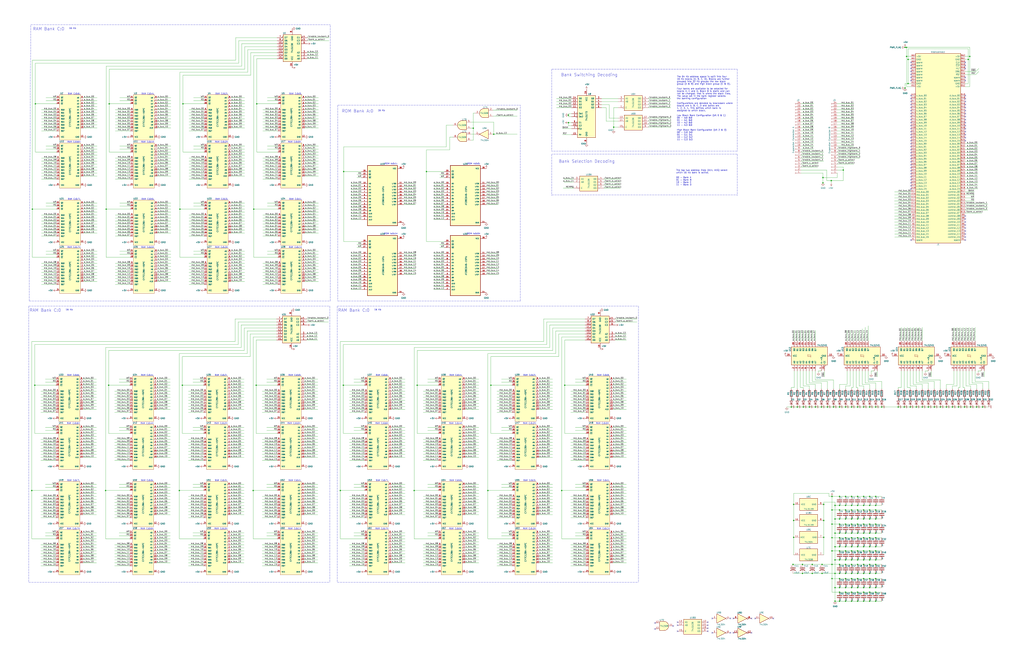
<source format=kicad_sch>
(kicad_sch (version 20211123) (generator eeschema)
  (paper "D")
  (title_block (title "Memory Module") (date "2020-11-03") (rev "2.0"))
  (junction (at 693.293 483.997))
  (junction (at 289.56 325.12))
  (junction (at 701.675 488.315))
  (junction (at 728.345 449.961))
  (junction (at 764.54 40.005))
  (junction (at 702.945 343.535))
  (junction (at 733.425 488.315))
  (junction (at 718.185 438.023))
  (junction (at 351.79 325.12))
  (junction (at 27.305 176.53))
  (junction (at 708.025 476.377))
  (junction (at 701.675 464.947))
  (junction (at 733.425 438.023))
  (junction (at 765.81 70.485))
  (junction (at 733.425 464.947))
  (junction (at 411.48 414.02))
  (junction (at 694.055 154.305))
  (junction (at 723.265 438.023))
  (junction (at 738.505 476.377))
  (junction (at 685.038 476.377))
  (junction (at 733.425 343.535))
  (junction (at 723.265 418.973))
  (junction (at 213.995 176.53))
  (junction (at 713.105 483.997))
  (junction (at 416.433 113.284))
  (junction (at 718.185 442.341))
  (junction (at 414.02 325.12))
  (junction (at 718.185 464.947))
  (junction (at 718.185 483.997))
  (junction (at 743.585 343.535))
  (junction (at 708.025 438.023))
  (junction (at 26.797 414.02))
  (junction (at 708.025 461.391))
  (junction (at 718.185 461.391))
  (junction (at 813.435 343.535))
  (junction (at 738.505 472.567))
  (junction (at 728.345 461.391))
  (junction (at 728.345 426.593))
  (junction (at 692.785 343.535))
  (junction (at 216.535 87.63))
  (junction (at 713.105 449.961))
  (junction (at 817.88 47.625))
  (junction (at 713.105 488.315))
  (junction (at 713.105 438.023))
  (junction (at 694.69 453.517))
  (junction (at 718.185 430.403))
  (junction (at 399.161 108.204))
  (junction (at 733.425 476.377))
  (junction (at 476.25 325.12))
  (junction (at 676.783 483.997))
  (junction (at 733.425 418.973))
  (junction (at 733.425 453.771))
  (junction (at 733.425 472.567))
  (junction (at 359.664 144.78))
  (junction (at 713.105 499.745))
  (junction (at 718.185 476.377))
  (junction (at 708.025 495.935))
  (junction (at 763.27 74.295))
  (junction (at 718.185 343.535))
  (junction (at 728.345 453.771))
  (junction (at 693.293 476.377))
  (junction (at 708.025 343.535))
  (junction (at 723.265 461.391))
  (junction (at 151.257 414.02))
  (junction (at 733.425 461.391))
  (junction (at 828.675 343.535))
  (junction (at 738.505 507.365))
  (junction (at 708.025 426.593))
  (junction (at 89.027 414.02))
  (junction (at 711.2 143.51))
  (junction (at 718.185 507.365))
  (junction (at 701.675 476.377))
  (junction (at 723.265 430.403))
  (junction (at 713.105 343.535))
  (junction (at 704.215 426.593))
  (junction (at 738.505 442.341))
  (junction (at 92.075 87.63))
  (junction (at 764.54 47.625))
  (junction (at 151.765 176.53))
  (junction (at 733.425 507.365))
  (junction (at 808.355 343.535))
  (junction (at 733.425 426.593))
  (junction (at 213.487 414.02))
  (junction (at 718.185 499.745))
  (junction (at 728.345 472.567))
  (junction (at 713.105 418.973))
  (junction (at 733.425 442.341))
  (junction (at 713.105 495.935))
  (junction (at 728.345 507.365))
  (junction (at 738.505 464.947))
  (junction (at 669.29 439.293))
  (junction (at 816.61 50.165))
  (junction (at 738.505 430.403))
  (junction (at 479.425 97.155))
  (junction (at 762.635 343.535))
  (junction (at 738.505 418.973))
  (junction (at 701.675 442.341))
  (junction (at 708.025 464.947))
  (junction (at 765.81 50.165))
  (junction (at 701.675 453.771))
  (junction (at 718.185 472.567))
  (junction (at 782.955 343.535))
  (junction (at 728.345 430.403))
  (junction (at 289.814 144.78))
  (junction (at 728.345 442.341))
  (junction (at 723.265 472.567))
  (junction (at 728.345 499.745))
  (junction (at 708.025 449.961))
  (junction (at 677.545 343.535))
  (junction (at 676.783 476.377))
  (junction (at 718.185 495.935))
  (junction (at 287.02 414.02))
  (junction (at 757.555 343.535))
  (junction (at 733.425 449.961))
  (junction (at 701.04 152.4))
  (junction (at 738.505 483.997))
  (junction (at 723.265 442.341))
  (junction (at 685.038 483.997))
  (junction (at 694.055 149.86))
  (junction (at 738.505 495.935))
  (junction (at 738.505 449.961))
  (junction (at 723.265 499.745))
  (junction (at 718.185 426.593))
  (junction (at 29.845 87.63))
  (junction (at 713.105 461.391))
  (junction (at 803.275 343.535))
  (junction (at 723.265 426.593))
  (junction (at 728.345 476.377))
  (junction (at 701.675 430.403))
  (junction (at 728.345 343.535))
  (junction (at 772.795 343.535))
  (junction (at 349.25 414.02))
  (junction (at 704.215 483.997))
  (junction (at 704.215 472.567))
  (junction (at 667.385 343.535))
  (junction (at 687.705 343.535))
  (junction (at 708.025 507.365))
  (junction (at 694.69 439.293))
  (junction (at 738.505 453.771))
  (junction (at 29.337 325.12))
  (junction (at 733.425 483.997))
  (junction (at 723.265 488.315))
  (junction (at 733.425 495.935))
  (junction (at 701.675 418.973))
  (junction (at 682.625 343.535))
  (junction (at 708.025 472.567))
  (junction (at 713.105 476.377))
  (junction (at 713.105 426.593))
  (junction (at 793.115 343.535))
  (junction (at 728.345 495.935))
  (junction (at 763.27 40.005))
  (junction (at 718.185 449.961))
  (junction (at 91.567 325.12))
  (junction (at 713.105 507.365))
  (junction (at 713.105 453.771))
  (junction (at 704.215 449.961))
  (junction (at 154.305 87.63))
  (junction (at 718.185 488.315))
  (junction (at 723.265 483.997))
  (junction (at 704.215 438.023))
  (junction (at 713.105 430.403))
  (junction (at 708.025 453.771))
  (junction (at 767.715 343.535))
  (junction (at 728.345 488.315))
  (junction (at 738.505 343.535))
  (junction (at 708.025 430.403))
  (junction (at 669.29 425.704))
  (junction (at 672.465 343.535))
  (junction (at 733.425 430.403))
  (junction (at 708.025 488.315))
  (junction (at 216.027 325.12))
  (junction (at 669.29 453.517))
  (junction (at 479.425 103.505))
  (junction (at 704.215 461.391))
  (junction (at 153.797 325.12))
  (junction (at 788.035 343.535))
  (junction (at 738.505 488.315))
  (junction (at 728.345 418.973))
  (junction (at 713.105 472.567))
  (junction (at 704.215 495.935))
  (junction (at 738.505 438.023))
  (junction (at 718.185 453.771))
  (junction (at 723.265 453.771))
  (junction (at 738.505 461.391))
  (junction (at 713.105 464.947))
  (junction (at 704.215 507.365))
  (junction (at 798.195 343.535))
  (junction (at 723.265 495.935))
  (junction (at 708.025 499.745))
  (junction (at 718.185 418.973))
  (junction (at 818.515 343.535))
  (junction (at 728.345 464.947))
  (junction (at 473.71 414.02))
  (junction (at 668.782 476.377))
  (junction (at 738.505 499.745))
  (junction (at 723.265 449.961))
  (junction (at 728.345 438.023))
  (junction (at 723.265 476.377))
  (junction (at 733.425 499.745))
  (junction (at 723.265 343.535))
  (junction (at 517.525 107.315))
  (junction (at 777.875 343.535))
  (junction (at 738.505 426.593))
  (junction (at 823.595 343.535))
  (junction (at 708.025 418.973))
  (junction (at 723.265 507.365))
  (junction (at 708.025 483.997))
  (junction (at 713.105 442.341))
  (junction (at 89.535 176.53))
  (junction (at 708.025 442.341))
  (junction (at 728.345 483.997))
  (junction (at 697.865 343.535))
  (junction (at 723.265 464.947))
  (junction (at 694.69 425.704))
  (no_connect (at 768.35 202.565))
  (no_connect (at 814.07 113.665))
  (no_connect (at 768.35 149.225))
  (no_connect (at 814.07 189.865))
  (no_connect (at 814.07 55.245))
  (no_connect (at 768.35 52.705))
  (no_connect (at 768.35 67.945))
  (no_connect (at 814.07 184.785))
  (no_connect (at 768.35 108.585))
  (no_connect (at 768.35 55.245))
  (no_connect (at 768.35 93.345))
  (no_connect (at 768.35 126.365))
  (no_connect (at 814.07 118.745))
  (no_connect (at 633.73 521.97))
  (no_connect (at 652.145 521.97))
  (no_connect (at 636.905 521.97))
  (no_connect (at 596.9 532.765))
  (no_connect (at 596.9 530.225))
  (no_connect (at 571.5 527.685))
  (no_connect (at 571.5 532.765))
  (no_connect (at 615.95 521.97))
  (no_connect (at 600.71 521.97))
  (no_connect (at 596.9 525.145))
  (no_connect (at 596.9 527.685))
  (no_connect (at 600.71 534.035))
  (no_connect (at 618.49 534.035))
  (no_connect (at 618.49 521.97))
  (no_connect (at 633.73 534.035))
  (no_connect (at 615.95 534.035))
  (no_connect (at 814.07 100.965))
  (no_connect (at 768.35 85.725))
  (no_connect (at 768.35 136.525))
  (no_connect (at 814.07 98.425))
  (no_connect (at 768.35 116.205))
  (no_connect (at 814.07 111.125))
  (no_connect (at 814.07 202.565))
  (no_connect (at 814.07 197.485))
  (no_connect (at 768.35 131.445))
  (no_connect (at 768.35 118.745))
  (no_connect (at 768.35 98.425))
  (no_connect (at 814.07 194.945))
  (no_connect (at 768.35 154.305))
  (no_connect (at 768.35 60.325))
  (no_connect (at 768.35 57.785))
  (no_connect (at 768.35 113.665))
  (no_connect (at 768.35 123.825))
  (no_connect (at 814.07 85.725))
  (no_connect (at 814.07 200.025))
  (no_connect (at 814.07 108.585))
  (no_connect (at 814.07 57.785))
  (no_connect (at 768.35 139.065))
  (no_connect (at 768.35 88.265))
  (no_connect (at 768.35 133.985))
  (no_connect (at 814.07 88.265))
  (no_connect (at 814.07 116.205))
  (no_connect (at 814.07 192.405))
  (no_connect (at 768.35 141.605))
  (no_connect (at 814.07 90.805))
  (no_connect (at 768.35 128.905))
  (no_connect (at 768.35 103.505))
  (no_connect (at 814.07 187.325))
  (no_connect (at 768.35 111.125))
  (no_connect (at 768.35 106.045))
  (no_connect (at 814.07 106.045))
  (no_connect (at 814.07 93.345))
  (no_connect (at 814.07 52.705))
  (no_connect (at 768.35 159.385))
  (no_connect (at 768.35 151.765))
  (no_connect (at 768.35 83.185))
  (no_connect (at 571.5 525.145))
  (no_connect (at 567.69 528.32))
  (no_connect (at 552.45 530.86))
  (no_connect (at 552.45 525.78))
  (no_connect (at 768.35 80.645))
  (no_connect (at 768.35 100.965))
  (no_connect (at 768.35 156.845))
  (no_connect (at 768.35 121.285))
  (no_connect (at 768.35 62.865))
  (no_connect (at 814.07 182.245))
  (no_connect (at 768.35 90.805))
  (no_connect (at 814.07 67.945))
  (no_connect (at 814.07 80.645))
  (no_connect (at 768.35 144.145))
  (no_connect (at 814.07 65.405))
  (no_connect (at 814.07 103.505))
  (no_connect (at 768.35 95.885))
  (no_connect (at 814.07 83.185))
  (no_connect (at 768.35 146.685))
  (no_connect (at 768.35 65.405))
  (no_connect (at 814.07 95.885))
  (wire (pts (xy 304.8 157.48) (xy 295.91 157.48)))
  (wire (pts (xy 205.867 452.12) (xy 194.437 452.12)))
  (wire (pts (xy 256.667 459.74) (xy 268.097 459.74)))
  (wire (pts (xy 341.63 467.36) (xy 330.2 467.36)))
  (wire (pts (xy 507.365 90.805) (xy 511.175 90.805)))
  (wire (pts (xy 356.87 424.18) (xy 369.57 424.18)))
  (wire (pts (xy 96.647 381) (xy 109.347 381)))
  (wire (pts (xy 96.647 459.74) (xy 109.347 459.74)))
  (wire (pts (xy 546.735 99.695) (xy 565.785 99.695)))
  (wire (pts (xy 379.222 115.824) (xy 382.016 115.824)))
  (wire (pts (xy 221.615 92.71) (xy 234.315 92.71)))
  (wire (pts (xy 360.68 360.68) (xy 369.57 360.68)))
  (wire (pts (xy 294.64 330.2) (xy 307.34 330.2)))
  (wire (pts (xy 213.487 454.66) (xy 213.487 414.02)))
  (wire (pts (xy 256.667 419.1) (xy 268.097 419.1)))
  (wire (pts (xy 713.105 507.365) (xy 718.185 507.365)))
  (wire (pts (xy 677.545 343.535) (xy 682.625 343.535)))
  (wire (pts (xy 359.664 126.492) (xy 379.222 126.492)))
  (wire (pts (xy 91.567 365.76) (xy 91.567 325.12)))
  (wire (pts (xy 158.877 477.52) (xy 171.577 477.52)))
  (wire (pts (xy 268.605 107.95) (xy 257.175 107.95)))
  (wire (pts (xy 711.2 152.4) (xy 711.2 143.51)))
  (wire (pts (xy 410.21 170.18) (xy 420.37 170.18)))
  (wire (pts (xy 685.038 476.377) (xy 693.293 476.377)))
  (wire (pts (xy 38.227 360.68) (xy 47.117 360.68)))
  (wire (pts (xy 675.64 125.73) (xy 686.308 125.73)))
  (wire (pts (xy 158.877 345.44) (xy 171.577 345.44)))
  (wire (pts (xy 693.293 476.377) (xy 701.675 476.377)))
  (wire (pts (xy 738.505 430.403) (xy 743.585 430.403)))
  (wire (pts (xy 403.86 383.54) (xy 392.43 383.54)))
  (wire (pts (xy 828.675 343.535) (xy 833.755 343.535)))
  (wire (pts (xy 782.955 323.215) (xy 782.955 328.295)))
  (wire (pts (xy 97.155 140.97) (xy 109.855 140.97)))
  (wire (pts (xy 708.025 426.593) (xy 704.215 426.593)))
  (polyline (pts (xy 465.455 130.175) (xy 465.455 165.1)))
  (wire (pts (xy 738.505 495.935) (xy 733.425 495.935)))
  (wire (pts (xy 158.877 388.62) (xy 171.577 388.62)))
  (wire (pts (xy 687.705 343.535) (xy 692.785 343.535)))
  (wire (pts (xy 403.86 474.98) (xy 392.43 474.98)))
  (wire (pts (xy 466.09 467.36) (xy 454.66 467.36)))
  (wire (pts (xy 206.375 219.71) (xy 194.945 219.71)))
  (wire (pts (xy 47.117 454.66) (xy 26.797 454.66)))
  (wire (pts (xy 419.1 337.82) (xy 431.8 337.82)))
  (wire (pts (xy 96.647 474.98) (xy 109.347 474.98)))
  (wire (pts (xy 708.025 324.485) (xy 708.025 328.295)))
  (wire (pts (xy 96.647 370.84) (xy 109.347 370.84)))
  (wire (pts (xy 38.735 123.19) (xy 47.625 123.19)))
  (wire (pts (xy 268.605 191.77) (xy 257.175 191.77)))
  (wire (pts (xy 704.215 483.997) (xy 708.025 483.997)))
  (wire (pts (xy 34.925 181.61) (xy 47.625 181.61)))
  (wire (pts (xy 97.155 181.61) (xy 109.855 181.61)))
  (wire (pts (xy 81.915 237.49) (xy 70.485 237.49)))
  (wire (pts (xy 479.425 103.505) (xy 481.965 103.505)))
  (wire (pts (xy 233.68 44.45) (xy 211.455 44.45)))
  (wire (pts (xy 221.615 148.59) (xy 234.315 148.59)))
  (wire (pts (xy 158.877 330.2) (xy 171.577 330.2)))
  (wire (pts (xy 294.64 477.52) (xy 307.34 477.52)))
  (wire (pts (xy 289.56 290.83) (xy 461.01 290.83)))
  (wire (pts (xy 298.45 363.22) (xy 307.34 363.22)))
  (wire (pts (xy 70.485 92.71) (xy 81.915 92.71)))
  (wire (pts (xy 97.155 194.31) (xy 109.855 194.31)))
  (wire (pts (xy 144.145 189.23) (xy 132.715 189.23)))
  (wire (pts (xy 403.86 340.36) (xy 392.43 340.36)))
  (wire (pts (xy 738.505 507.365) (xy 743.585 507.365)))
  (wire (pts (xy 144.145 229.87) (xy 132.715 229.87)))
  (wire (pts (xy 206.375 224.79) (xy 194.945 224.79)))
  (wire (pts (xy 81.407 424.18) (xy 69.977 424.18)))
  (wire (pts (xy 708.025 472.567) (xy 704.215 472.567)))
  (wire (pts (xy 675.64 133.35) (xy 694.69 133.35)))
  (wire (pts (xy 466.09 327.66) (xy 454.66 327.66)))
  (wire (pts (xy 340.36 167.64) (xy 350.52 167.64)))
  (wire (pts (xy 208.407 279.4) (xy 233.172 279.4)))
  (wire (pts (xy 96.647 342.9) (xy 109.347 342.9)))
  (wire (pts (xy 206.375 85.09) (xy 194.945 85.09)))
  (wire (pts (xy 687.705 278.765) (xy 687.705 287.655)))
  (wire (pts (xy 159.385 224.79) (xy 172.085 224.79)))
  (wire (pts (xy 374.65 167.64) (xy 365.76 167.64)))
  (wire (pts (xy 34.417 459.74) (xy 47.117 459.74)))
  (wire (pts (xy 419.1 424.18) (xy 431.8 424.18)))
  (wire (pts (xy 798.195 324.485) (xy 798.195 328.295)))
  (wire (pts (xy 34.417 388.62) (xy 47.117 388.62)))
  (wire (pts (xy 268.605 194.31) (xy 257.175 194.31)))
  (wire (pts (xy 403.86 368.3) (xy 392.43 368.3)))
  (wire (pts (xy 340.36 170.18) (xy 350.52 170.18)))
  (polyline (pts (xy 621.665 130.175) (xy 465.455 130.175)))
  (wire (pts (xy 34.417 375.92) (xy 47.117 375.92)))
  (wire (pts (xy 772.795 323.215) (xy 782.955 323.215)))
  (wire (pts (xy 294.64 474.98) (xy 307.34 474.98)))
  (wire (pts (xy 143.637 378.46) (xy 132.207 378.46)))
  (wire (pts (xy 374.65 229.235) (xy 365.76 229.235)))
  (wire (pts (xy 697.865 343.535) (xy 702.945 343.535)))
  (wire (pts (xy 692.785 323.215) (xy 692.785 328.295)))
  (wire (pts (xy 374.65 147.32) (xy 370.84 147.32)))
  (wire (pts (xy 159.385 232.41) (xy 172.085 232.41)))
  (wire (pts (xy 829.945 313.055) (xy 829.945 318.135)))
  (wire (pts (xy 268.097 424.18) (xy 256.667 424.18)))
  (wire (pts (xy 419.1 426.72) (xy 431.8 426.72)))
  (wire (pts (xy 81.915 140.97) (xy 70.485 140.97)))
  (wire (pts (xy 738.505 418.973) (xy 733.425 418.973)))
  (wire (pts (xy 96.647 462.28) (xy 109.347 462.28)))
  (wire (pts (xy 546.735 102.235) (xy 565.785 102.235)))
  (wire (pts (xy 341.63 340.36) (xy 330.2 340.36)))
  (wire (pts (xy 268.605 227.33) (xy 257.175 227.33)))
  (wire (pts (xy 743.585 488.315) (xy 738.505 488.315)))
  (wire (pts (xy 26.797 288.29) (xy 26.797 414.02)))
  (wire (pts (xy 814.705 276.225) (xy 814.705 287.655)))
  (wire (pts (xy 349.25 414.02) (xy 369.57 414.02)))
  (wire (pts (xy 728.345 507.365) (xy 733.425 507.365)))
  (wire (pts (xy 205.867 360.68) (xy 194.437 360.68)))
  (wire (pts (xy 341.63 429.26) (xy 330.2 429.26)))
  (wire (pts (xy 81.915 148.59) (xy 70.485 148.59)))
  (wire (pts (xy 718.185 461.391) (xy 723.265 461.391)))
  (wire (pts (xy 468.63 298.45) (xy 468.63 279.4)))
  (wire (pts (xy 466.09 383.54) (xy 454.66 383.54)))
  (wire (pts (xy 675.64 120.65) (xy 686.308 120.65)))
  (wire (pts (xy 205.867 472.44) (xy 194.437 472.44)))
  (wire (pts (xy 733.425 426.593) (xy 728.345 426.593)))
  (wire (pts (xy 713.105 418.973) (xy 708.025 418.973)))
  (wire (pts (xy 158.877 434.34) (xy 171.577 434.34)))
  (wire (pts (xy 158.877 386.08) (xy 171.577 386.08)))
  (wire (pts (xy 34.925 138.43) (xy 47.625 138.43)))
  (wire (pts (xy 825.5 57.785) (xy 822.96 60.325)))
  (wire (pts (xy 257.175 181.61) (xy 268.605 181.61)))
  (wire (pts (xy 294.64 332.74) (xy 307.34 332.74)))
  (wire (pts (xy 466.09 464.82) (xy 454.66 464.82)))
  (wire (pts (xy 206.375 107.95) (xy 194.945 107.95)))
  (wire (pts (xy 528.32 337.82) (xy 516.89 337.82)))
  (wire (pts (xy 97.155 240.03) (xy 109.855 240.03)))
  (wire (pts (xy 814.07 139.065) (xy 824.738 139.065)))
  (wire (pts (xy 205.867 320.04) (xy 194.437 320.04)))
  (wire (pts (xy 341.63 378.46) (xy 330.2 378.46)))
  (wire (pts (xy 81.407 375.92) (xy 69.977 375.92)))
  (polyline (pts (xy 284.861 254) (xy 438.912 254)))
  (wire (pts (xy 304.8 180.34) (xy 295.91 180.34)))
  (wire (pts (xy 97.155 146.05) (xy 109.855 146.05)))
  (wire (pts (xy 528.32 373.38) (xy 516.89 373.38)))
  (wire (pts (xy 733.425 442.341) (xy 728.345 442.341)))
  (wire (pts (xy 205.867 462.28) (xy 194.437 462.28)))
  (wire (pts (xy 97.155 186.69) (xy 109.855 186.69)))
  (wire (pts (xy 356.87 383.54) (xy 369.57 383.54)))
  (wire (pts (xy 466.09 322.58) (xy 454.66 322.58)))
  (wire (pts (xy 221.107 467.36) (xy 233.807 467.36)))
  (wire (pts (xy 268.097 345.44) (xy 256.667 345.44)))
  (wire (pts (xy 81.915 232.41) (xy 70.485 232.41)))
  (wire (pts (xy 481.33 426.72) (xy 494.03 426.72)))
  (wire (pts (xy 677.545 313.055) (xy 677.545 325.755)))
  (wire (pts (xy 466.09 375.92) (xy 454.66 375.92)))
  (wire (pts (xy 793.115 343.535) (xy 798.195 343.535)))
  (wire (pts (xy 34.417 370.84) (xy 47.117 370.84)))
  (wire (pts (xy 403.86 320.04) (xy 392.43 320.04)))
  (wire (pts (xy 351.79 295.91) (xy 466.09 295.91)))
  (wire (pts (xy 97.155 232.41) (xy 109.855 232.41)))
  (wire (pts (xy 81.915 95.25) (xy 70.485 95.25)))
  (wire (pts (xy 419.1 381) (xy 431.8 381)))
  (wire (pts (xy 728.345 325.755) (xy 728.345 328.295)))
  (wire (pts (xy 81.915 125.73) (xy 70.485 125.73)))
  (wire (pts (xy 159.385 97.79) (xy 172.085 97.79)))
  (wire (pts (xy 143.637 421.64) (xy 132.207 421.64)))
  (polyline (pts (xy 621.665 127.635) (xy 465.455 127.635)))
  (wire (pts (xy 728.345 343.535) (xy 733.425 343.535)))
  (wire (pts (xy 205.867 332.74) (xy 194.437 332.74)))
  (wire (pts (xy 213.487 414.02) (xy 233.807 414.02)))
  (wire (pts (xy 720.09 105.41) (xy 706.12 105.41)))
  (wire (pts (xy 340.36 160.02) (xy 350.52 160.02)))
  (wire (pts (xy 206.375 130.81) (xy 194.945 130.81)))
  (wire (pts (xy 96.647 347.98) (xy 109.347 347.98)))
  (wire (pts (xy 675.64 123.19) (xy 686.308 123.19)))
  (wire (pts (xy 144.145 90.17) (xy 132.715 90.17)))
  (wire (pts (xy 158.877 373.38) (xy 171.577 373.38)))
  (wire (pts (xy 360.68 452.12) (xy 369.57 452.12)))
  (wire (pts (xy 81.915 184.15) (xy 70.485 184.15)))
  (wire (pts (xy 144.145 184.15) (xy 132.715 184.15)))
  (wire (pts (xy 704.215 438.023) (xy 704.215 449.961)))
  (wire (pts (xy 96.647 332.74) (xy 109.347 332.74)))
  (wire (pts (xy 528.32 342.9) (xy 516.89 342.9)))
  (wire (pts (xy 158.877 337.82) (xy 171.577 337.82)))
  (wire (pts (xy 221.107 375.92) (xy 233.807 375.92)))
  (wire (pts (xy 466.09 424.18) (xy 454.66 424.18)))
  (wire (pts (xy 711.2 143.51) (xy 711.2 140.97)))
  (wire (pts (xy 675.64 100.33) (xy 686.308 100.33)))
  (wire (pts (xy 268.605 100.33) (xy 257.175 100.33)))
  (wire (pts (xy 132.207 330.2) (xy 143.637 330.2)))
  (wire (pts (xy 814.07 149.225) (xy 824.738 149.225)))
  (wire (pts (xy 817.88 47.625) (xy 817.88 73.025)))
  (wire (pts (xy 466.09 411.48) (xy 454.66 411.48)))
  (wire (pts (xy 675.005 327.025) (xy 675.005 313.055)))
  (wire (pts (xy 723.265 476.377) (xy 728.345 476.377)))
  (wire (pts (xy 96.647 467.36) (xy 109.347 467.36)))
  (wire (pts (xy 158.877 474.98) (xy 171.577 474.98)))
  (wire (pts (xy 294.64 431.8) (xy 307.34 431.8)))
  (wire (pts (xy 203.835 36.83) (xy 203.835 55.88)))
  (wire (pts (xy 34.417 464.82) (xy 47.117 464.82)))
  (wire (pts (xy 97.155 95.25) (xy 109.855 95.25)))
  (wire (pts (xy 728.345 453.771) (xy 733.425 453.771)))
  (wire (pts (xy 728.345 476.377) (xy 733.425 476.377)))
  (wire (pts (xy 89.027 454.66) (xy 89.027 414.02)))
  (wire (pts (xy 809.625 276.225) (xy 809.625 287.655)))
  (wire (pts (xy 733.425 438.023) (xy 738.505 438.023)))
  (wire (pts (xy 397.256 113.284) (xy 400.431 113.284)))
  (wire (pts (xy 206.375 138.43) (xy 194.945 138.43)))
  (wire (pts (xy 410.21 162.56) (xy 420.37 162.56)))
  (wire (pts (xy 154.305 87.63) (xy 172.085 87.63)))
  (wire (pts (xy 143.637 340.36) (xy 132.207 340.36)))
  (wire (pts (xy 89.027 414.02) (xy 109.347 414.02)))
  (wire (pts (xy 714.375 278.765) (xy 714.375 287.655)))
  (wire (pts (xy 466.09 386.08) (xy 454.66 386.08)))
  (wire (pts (xy 528.32 345.44) (xy 516.89 345.44)))
  (wire (pts (xy 34.417 342.9) (xy 47.117 342.9)))
  (wire (pts (xy 528.32 421.64) (xy 516.89 421.64)))
  (wire (pts (xy 81.915 87.63) (xy 70.485 87.63)))
  (wire (pts (xy 47.625 128.27) (xy 29.845 128.27)))
  (wire (pts (xy 81.915 227.33) (xy 70.485 227.33)))
  (wire (pts (xy 814.07 47.625) (xy 817.88 47.625)))
  (wire (pts (xy 294.64 342.9) (xy 307.34 342.9)))
  (wire (pts (xy 479.425 98.425) (xy 481.965 98.425)))
  (wire (pts (xy 341.63 363.22) (xy 330.2 363.22)))
  (wire (pts (xy 754.507 200.025) (xy 768.35 200.025)))
  (wire (pts (xy 205.867 431.8) (xy 194.437 431.8)))
  (wire (pts (xy 97.155 237.49) (xy 109.855 237.49)))
  (wire (pts (xy 81.407 452.12) (xy 69.977 452.12)))
  (wire (pts (xy 144.145 227.33) (xy 132.715 227.33)))
  (wire (pts (xy 205.867 295.91) (xy 205.867 276.86)))
  (wire (pts (xy 463.55 293.37) (xy 349.25 293.37)))
  (wire (pts (xy 821.69 161.925) (xy 814.07 161.925)))
  (wire (pts (xy 415.671 113.284) (xy 416.433 113.284)))
  (wire (pts (xy 144.145 186.69) (xy 132.715 186.69)))
  (wire (pts (xy 824.865 313.055) (xy 824.865 314.325)))
  (wire (pts (xy 81.915 224.79) (xy 70.485 224.79)))
  (wire (pts (xy 403.86 378.46) (xy 392.43 378.46)))
  (wire (pts (xy 485.14 320.04) (xy 494.03 320.04)))
  (wire (pts (xy 153.797 325.12) (xy 171.577 325.12)))
  (wire (pts (xy 208.915 41.91) (xy 233.68 41.91)))
  (wire (pts (xy 206.375 212.09) (xy 194.945 212.09)))
  (wire (pts (xy 81.407 414.02) (xy 69.977 414.02)))
  (wire (pts (xy 330.2 330.2) (xy 341.63 330.2)))
  (wire (pts (xy 294.64 375.92) (xy 307.34 375.92)))
  (wire (pts (xy 528.32 386.08) (xy 516.89 386.08)))
  (wire (pts (xy 708.025 483.997) (xy 713.105 483.997)))
  (wire (pts (xy 159.385 105.41) (xy 172.085 105.41)))
  (wire (pts (xy 528.32 452.12) (xy 516.89 452.12)))
  (wire (pts (xy 307.34 365.76) (xy 289.56 365.76)))
  (wire (pts (xy 521.335 90.805) (xy 517.525 90.805)))
  (wire (pts (xy 81.915 90.17) (xy 70.485 90.17)))
  (wire (pts (xy 701.675 499.745) (xy 708.025 499.745)))
  (wire (pts (xy 38.227 408.94) (xy 47.117 408.94)))
  (wire (pts (xy 767.715 327.025) (xy 765.175 327.025)))
  (wire (pts (xy 153.797 300.99) (xy 153.797 325.12)))
  (polyline (pts (xy 24.257 258.445) (xy 24.257 491.49)))
  (wire (pts (xy 210.947 281.94) (xy 210.947 300.99)))
  (wire (pts (xy 162.687 411.48) (xy 171.577 411.48)))
  (wire (pts (xy 341.63 474.98) (xy 330.2 474.98)))
  (wire (pts (xy 304.8 213.995) (xy 295.91 213.995)))
  (wire (pts (xy 463.55 274.32) (xy 463.55 293.37)))
  (wire (pts (xy 528.32 457.2) (xy 516.89 457.2)))
  (wire (pts (xy 298.45 452.12) (xy 307.34 452.12)))
  (wire (pts (xy 91.567 295.91) (xy 91.567 325.12)))
  (wire (pts (xy 481.33 436.88) (xy 494.03 436.88)))
  (wire (pts (xy 734.695 313.055) (xy 734.695 315.595)))
  (wire (pts (xy 194.437 370.84) (xy 205.867 370.84)))
  (wire (pts (xy 419.1 388.62) (xy 431.8 388.62)))
  (wire (pts (xy 788.035 321.945) (xy 788.035 328.295)))
  (wire (pts (xy 221.107 434.34) (xy 233.807 434.34)))
  (wire (pts (xy 694.69 453.517) (xy 694.69 439.293)))
  (wire (pts (xy 34.925 199.39) (xy 47.625 199.39)))
  (wire (pts (xy 743.585 343.535) (xy 757.555 343.535)))
  (wire (pts (xy 34.417 383.54) (xy 47.117 383.54)))
  (wire (pts (xy 727.075 324.485) (xy 733.425 324.485)))
  (wire (pts (xy 419.1 429.26) (xy 431.8 429.26)))
  (wire (pts (xy 493.395 284.48) (xy 473.71 284.48)))
  (wire (pts (xy 221.615 229.87) (xy 234.315 229.87)))
  (wire (pts (xy 162.687 363.22) (xy 171.577 363.22)))
  (wire (pts (xy 738.505 499.745) (xy 743.585 499.745)))
  (wire (pts (xy 341.63 327.66) (xy 330.2 327.66)))
  (wire (pts (xy 81.915 135.89) (xy 70.485 135.89)))
  (wire (pts (xy 89.535 217.17) (xy 89.535 176.53)))
  (wire (pts (xy 481.33 370.84) (xy 494.03 370.84)))
  (wire (pts (xy 221.615 100.33) (xy 234.315 100.33)))
  (wire (pts (xy 765.81 50.165) (xy 768.35 50.165)))
  (wire (pts (xy 754.507 197.485) (xy 768.35 197.485)))
  (wire (pts (xy 194.437 419.1) (xy 205.867 419.1)))
  (wire (pts (xy 466.09 429.26) (xy 454.66 429.26)))
  (wire (pts (xy 814.705 313.055) (xy 814.705 325.755)))
  (wire (pts (xy 677.545 328.295) (xy 677.545 327.025)))
  (wire (pts (xy 720.09 118.11) (xy 706.12 118.11)))
  (wire (pts (xy 96.647 383.54) (xy 109.347 383.54)))
  (wire (pts (xy 349.25 454.66) (xy 349.25 414.02)))
  (wire (pts (xy 728.345 495.935) (xy 723.265 495.935)))
  (wire (pts (xy 143.637 431.8) (xy 132.207 431.8)))
  (wire (pts (xy 92.075 58.42) (xy 206.375 58.42)))
  (wire (pts (xy 724.535 325.755) (xy 728.345 325.755)))
  (wire (pts (xy 704.215 438.023) (xy 708.025 438.023)))
  (wire (pts (xy 304.8 216.535) (xy 295.91 216.535)))
  (wire (pts (xy 718.185 442.341) (xy 713.105 442.341)))
  (wire (pts (xy 294.64 335.28) (xy 307.34 335.28)))
  (wire (pts (xy 304.8 154.94) (xy 295.91 154.94)))
  (wire (pts (xy 158.877 462.28) (xy 171.577 462.28)))
  (wire (pts (xy 476.25 325.12) (xy 494.03 325.12)))
  (wire (pts (xy 259.08 46.99) (xy 268.605 46.99)))
  (wire (pts (xy 206.375 227.33) (xy 194.945 227.33)))
  (wire (pts (xy 268.605 87.63) (xy 257.175 87.63)))
  (wire (pts (xy 814.07 172.085) (xy 833.12 172.085)))
  (wire (pts (xy 100.965 214.63) (xy 109.855 214.63)))
  (wire (pts (xy 713.105 325.755) (xy 713.105 328.295)))
  (wire (pts (xy 34.417 474.98) (xy 47.117 474.98)))
  (wire (pts (xy 528.32 408.94) (xy 516.89 408.94)))
  (wire (pts (xy 194.945 181.61) (xy 206.375 181.61)))
  (wire (pts (xy 713.105 449.961) (xy 708.025 449.961)))
  (wire (pts (xy 143.637 414.02) (xy 132.207 414.02)))
  (wire (pts (xy 34.925 194.31) (xy 47.625 194.31)))
  (wire (pts (xy 768.35 172.085) (xy 754.38 172.085)))
  (wire (pts (xy 268.097 337.82) (xy 256.667 337.82)))
  (wire (pts (xy 723.265 449.961) (xy 718.185 449.961)))
  (wire (pts (xy 754.507 189.865) (xy 768.35 189.865)))
  (wire (pts (xy 708.025 418.973) (xy 701.675 418.973)))
  (wire (pts (xy 34.925 151.13) (xy 47.625 151.13)))
  (wire (pts (xy 304.8 219.075) (xy 295.91 219.075)))
  (wire (pts (xy 706.12 135.89) (xy 720.09 135.89)))
  (wire (pts (xy 528.32 474.98) (xy 516.89 474.98)))
  (wire (pts (xy 518.795 281.94) (xy 528.32 281.94)))
  (wire (pts (xy 516.89 330.2) (xy 528.32 330.2)))
  (wire (pts (xy 822.325 321.945) (xy 833.755 321.945)))
  (wire (pts (xy 509.27 151.13) (xy 523.24 151.13)))
  (wire (pts (xy 476.25 365.76) (xy 494.03 365.76)))
  (wire (pts (xy 723.265 472.567) (xy 718.185 472.567)))
  (wire (pts (xy 419.1 421.64) (xy 431.8 421.64)))
  (wire (pts (xy 38.735 82.55) (xy 47.625 82.55)))
  (wire (pts (xy 307.34 454.66) (xy 287.02 454.66)))
  (wire (pts (xy 159.385 196.85) (xy 172.085 196.85)))
  (wire (pts (xy 221.615 189.23) (xy 234.315 189.23)))
  (polyline (pts (xy 438.912 254) (xy 438.912 88.9)))
  (wire (pts (xy 743.585 426.593) (xy 738.505 426.593)))
  (polyline (pts (xy 25.908 20.955) (xy 278.638 20.955)))
  (wire (pts (xy 34.417 381) (xy 47.117 381)))
  (wire (pts (xy 206.375 128.27) (xy 194.945 128.27)))
  (wire (pts (xy 719.455 327.025) (xy 718.185 327.025)))
  (polyline (pts (xy 284.861 88.9) (xy 438.912 88.9)))
  (wire (pts (xy 97.155 189.23) (xy 109.855 189.23)))
  (wire (pts (xy 268.097 454.66) (xy 256.667 454.66)))
  (wire (pts (xy 304.8 229.235) (xy 295.91 229.235)))
  (wire (pts (xy 81.407 325.12) (xy 69.977 325.12)))
  (wire (pts (xy 474.345 113.665) (xy 481.965 113.665)))
  (wire (pts (xy 768.35 179.705) (xy 754.38 179.705)))
  (wire (pts (xy 205.867 381) (xy 194.437 381)))
  (wire (pts (xy 733.425 476.377) (xy 738.505 476.377)))
  (wire (pts (xy 221.615 95.25) (xy 234.315 95.25)))
  (wire (pts (xy 728.345 464.947) (xy 723.265 464.947)))
  (wire (pts (xy 213.995 176.53) (xy 234.315 176.53)))
  (wire (pts (xy 100.965 171.45) (xy 109.855 171.45)))
  (wire (pts (xy 96.647 330.2) (xy 109.347 330.2)))
  (wire (pts (xy 81.915 171.45) (xy 70.485 171.45)))
  (wire (pts (xy 69.977 330.2) (xy 81.407 330.2)))
  (wire (pts (xy 89.027 454.66) (xy 109.347 454.66)))
  (wire (pts (xy 97.155 92.71) (xy 109.855 92.71)))
  (wire (pts (xy 419.1 467.36) (xy 431.8 467.36)))
  (wire (pts (xy 221.615 105.41) (xy 234.315 105.41)))
  (wire (pts (xy 521.335 107.315) (xy 517.525 107.315)))
  (wire (pts (xy 356.87 467.36) (xy 369.57 467.36)))
  (wire (pts (xy 96.647 477.52) (xy 109.347 477.52)))
  (polyline (pts (xy 284.48 258.445) (xy 284.48 491.49)))
  (wire (pts (xy 206.375 58.42) (xy 206.375 39.37)))
  (wire (pts (xy 374.65 160.02) (xy 365.76 160.02)))
  (wire (pts (xy 268.605 148.59) (xy 257.175 148.59)))
  (wire (pts (xy 349.25 454.66) (xy 369.57 454.66)))
  (wire (pts (xy 208.407 298.45) (xy 208.407 279.4)))
  (wire (pts (xy 743.585 449.961) (xy 738.505 449.961)))
  (wire (pts (xy 268.605 219.71) (xy 257.175 219.71)))
  (wire (pts (xy 823.595 343.535) (xy 828.675 343.535)))
  (wire (pts (xy 159.385 227.33) (xy 172.085 227.33)))
  (wire (pts (xy 162.687 320.04) (xy 171.577 320.04)))
  (wire (pts (xy 206.375 39.37) (xy 233.68 39.37)))
  (wire (pts (xy 356.87 421.64) (xy 369.57 421.64)))
  (wire (pts (xy 764.54 40.005) (xy 817.88 40.005)))
  (wire (pts (xy 701.04 152.4) (xy 701.04 154.305)))
  (wire (pts (xy 81.915 189.23) (xy 70.485 189.23)))
  (wire (pts (xy 546.735 85.725) (xy 565.785 85.725)))
  (wire (pts (xy 268.097 327.66) (xy 256.667 327.66)))
  (wire (pts (xy 221.615 237.49) (xy 234.315 237.49)))
  (wire (pts (xy 100.965 123.19) (xy 109.855 123.19)))
  (wire (pts (xy 822.325 276.225) (xy 822.325 287.655)))
  (wire (pts (xy 213.995 46.99) (xy 213.995 176.53)))
  (wire (pts (xy 69.977 370.84) (xy 81.407 370.84)))
  (wire (pts (xy 485.14 360.68) (xy 494.03 360.68)))
  (wire (pts (xy 718.185 430.403) (xy 723.265 430.403)))
  (wire (pts (xy 158.877 340.36) (xy 171.577 340.36)))
  (wire (pts (xy 205.867 378.46) (xy 194.437 378.46)))
  (wire (pts (xy 206.375 171.45) (xy 194.945 171.45)))
  (wire (pts (xy 399.161 108.204) (xy 399.161 118.364)))
  (wire (pts (xy 97.155 138.43) (xy 109.855 138.43)))
  (wire (pts (xy 718.185 472.567) (xy 713.105 472.567)))
  (wire (pts (xy 360.68 363.22) (xy 369.57 363.22)))
  (wire (pts (xy 374.65 226.695) (xy 365.76 226.695)))
  (wire (pts (xy 704.215 426.593) (xy 704.215 438.023)))
  (wire (pts (xy 225.425 212.09) (xy 234.315 212.09)))
  (wire (pts (xy 733.425 488.315) (xy 728.345 488.315)))
  (wire (pts (xy 720.09 90.17) (xy 706.12 90.17)))
  (wire (pts (xy 341.63 342.9) (xy 330.2 342.9)))
  (wire (pts (xy 509.27 156.21) (xy 523.24 156.21)))
  (wire (pts (xy 481.33 335.28) (xy 494.03 335.28)))
  (wire (pts (xy 341.63 322.58) (xy 330.2 322.58)))
  (wire (pts (xy 268.605 171.45) (xy 257.175 171.45)))
  (wire (pts (xy 144.145 171.45) (xy 132.715 171.45)))
  (wire (pts (xy 675.64 138.43) (xy 689.61 138.43)))
  (wire (pts (xy 733.425 461.391) (xy 738.505 461.391)))
  (wire (pts (xy 97.155 97.79) (xy 109.855 97.79)))
  (wire (pts (xy 414.02 365.76) (xy 431.8 365.76)))
  (wire (pts (xy 203.327 293.37) (xy 89.027 293.37)))
  (wire (pts (xy 268.605 135.89) (xy 257.175 135.89)))
  (wire (pts (xy 403.86 452.12) (xy 392.43 452.12)))
  (wire (pts (xy 294.64 345.44) (xy 307.34 345.44)))
  (wire (pts (xy 221.615 234.95) (xy 234.315 234.95)))
  (wire (pts (xy 374.65 221.615) (xy 365.76 221.615)))
  (wire (pts (xy 268.605 173.99) (xy 257.175 173.99)))
  (wire (pts (xy 528.32 383.54) (xy 516.89 383.54)))
  (wire (pts (xy 81.915 217.17) (xy 70.485 217.17)))
  (wire (pts (xy 356.87 429.26) (xy 369.57 429.26)))
  (wire (pts (xy 481.33 429.26) (xy 494.03 429.26)))
  (wire (pts (xy 205.867 454.66) (xy 194.437 454.66)))
  (wire (pts (xy 814.07 154.305) (xy 824.738 154.305)))
  (wire (pts (xy 415.798 92.964) (xy 436.245 92.964)))
  (wire (pts (xy 268.605 143.51) (xy 257.175 143.51)))
  (wire (pts (xy 466.09 452.12) (xy 454.66 452.12)))
  (wire (pts (xy 81.915 102.87) (xy 70.485 102.87)))
  (wire (pts (xy 221.107 373.38) (xy 233.807 373.38)))
  (wire (pts (xy 727.075 277.495) (xy 727.075 287.655)))
  (wire (pts (xy 294.64 378.46) (xy 307.34 378.46)))
  (wire (pts (xy 817.245 313.055) (xy 817.245 324.485)))
  (wire (pts (xy 341.63 414.02) (xy 330.2 414.02)))
  (wire (pts (xy 513.715 88.265) (xy 507.365 88.265)))
  (wire (pts (xy 268.605 224.79) (xy 257.175 224.79)))
  (wire (pts (xy 706.12 128.27) (xy 725.17 128.27)))
  (wire (pts (xy 258.572 269.24) (xy 276.987 269.24)))
  (wire (pts (xy 743.585 418.973) (xy 738.505 418.973)))
  (wire (pts (xy 216.535 87.63) (xy 234.315 87.63)))
  (wire (pts (xy 675.64 87.63) (xy 686.308 87.63)))
  (wire (pts (xy 221.107 345.44) (xy 233.807 345.44)))
  (wire (pts (xy 419.1 345.44) (xy 431.8 345.44)))
  (wire (pts (xy 97.155 100.33) (xy 109.855 100.33)))
  (wire (pts (xy 466.09 368.3) (xy 454.66 368.3)))
  (wire (pts (xy 89.535 55.88) (xy 89.535 176.53)))
  (wire (pts (xy 360.68 320.04) (xy 369.57 320.04)))
  (wire (pts (xy 814.07 146.685) (xy 824.738 146.685)))
  (wire (pts (xy 29.845 53.34) (xy 29.845 87.63)))
  (wire (pts (xy 341.63 472.44) (xy 330.2 472.44)))
  (wire (pts (xy 708.025 453.771) (xy 713.105 453.771)))
  (wire (pts (xy 466.09 373.38) (xy 454.66 373.38)))
  (wire (pts (xy 81.407 429.26) (xy 69.977 429.26)))
  (wire (pts (xy 675.64 92.71) (xy 686.308 92.71)))
  (wire (pts (xy 528.32 363.22) (xy 516.89 363.22)))
  (wire (pts (xy 81.407 431.8) (xy 69.977 431.8)))
  (wire (pts (xy 702.945 320.675) (xy 702.945 328.295)))
  (wire (pts (xy 268.605 138.43) (xy 257.175 138.43)))
  (wire (pts (xy 814.07 144.145) (xy 824.738 144.145)))
  (wire (pts (xy 81.915 100.33) (xy 70.485 100.33)))
  (wire (pts (xy 466.09 426.72) (xy 454.66 426.72)))
  (wire (pts (xy 812.165 276.225) (xy 812.165 287.655)))
  (wire (pts (xy 158.877 469.9) (xy 171.577 469.9)))
  (wire (pts (xy 159.385 95.25) (xy 172.085 95.25)))
  (wire (pts (xy 454.66 419.1) (xy 466.09 419.1)))
  (wire (pts (xy 294.64 337.82) (xy 307.34 337.82)))
  (wire (pts (xy 518.795 287.02) (xy 528.32 287.02)))
  (wire (pts (xy 221.107 477.52) (xy 233.807 477.52)))
  (wire (pts (xy 89.535 176.53) (xy 109.855 176.53)))
  (wire (pts (xy 81.915 146.05) (xy 70.485 146.05)))
  (wire (pts (xy 96.647 345.44) (xy 109.347 345.44)))
  (wire (pts (xy 814.07 128.905) (xy 824.738 128.905)))
  (wire (pts (xy 403.86 345.44) (xy 392.43 345.44)))
  (wire (pts (xy 100.965 212.09) (xy 109.855 212.09)))
  (wire (pts (xy 403.86 342.9) (xy 392.43 342.9)))
  (wire (pts (xy 739.775 313.055) (xy 739.775 318.135)))
  (wire (pts (xy 29.845 53.34) (xy 201.295 53.34)))
  (wire (pts (xy 768.35 182.245) (xy 754.38 182.245)))
  (wire (pts (xy 772.795 276.225) (xy 772.795 287.655)))
  (wire (pts (xy 221.615 102.87) (xy 234.315 102.87)))
  (wire (pts (xy 81.407 340.36) (xy 69.977 340.36)))
  (wire (pts (xy 97.155 229.87) (xy 109.855 229.87)))
  (wire (pts (xy 825.5 60.325) (xy 822.96 62.865)))
  (wire (pts (xy 466.09 345.44) (xy 454.66 345.44)))
  (wire (pts (xy 374.65 239.395) (xy 365.76 239.395)))
  (wire (pts (xy 340.36 172.72) (xy 350.52 172.72)))
  (wire (pts (xy 528.32 332.74) (xy 516.89 332.74)))
  (wire (pts (xy 807.085 325.755) (xy 803.275 325.755)))
  (wire (pts (xy 356.87 388.62) (xy 369.57 388.62)))
  (wire (pts (xy 704.215 461.391) (xy 708.025 461.391)))
  (wire (pts (xy 268.097 378.46) (xy 256.667 378.46)))
  (wire (pts (xy 414.02 325.12) (xy 431.8 325.12)))
  (wire (pts (xy 728.345 442.341) (xy 723.265 442.341)))
  (wire (pts (xy 675.64 113.03) (xy 686.308 113.03)))
  (wire (pts (xy 704.215 449.961) (xy 704.215 461.391)))
  (wire (pts (xy 403.86 434.34) (xy 392.43 434.34)))
  (wire (pts (xy 206.375 148.59) (xy 194.945 148.59)))
  (wire (pts (xy 528.32 375.92) (xy 516.89 375.92)))
  (wire (pts (xy 466.09 325.12) (xy 454.66 325.12)))
  (wire (pts (xy 341.63 411.48) (xy 330.2 411.48)))
  (wire (pts (xy 144.145 123.19) (xy 132.715 123.19)))
  (wire (pts (xy 723.265 453.771) (xy 728.345 453.771)))
  (wire (pts (xy 163.195 171.45) (xy 172.085 171.45)))
  (wire (pts (xy 34.925 237.49) (xy 47.625 237.49)))
  (wire (pts (xy 708.025 507.365) (xy 713.105 507.365)))
  (wire (pts (xy 97.155 107.95) (xy 109.855 107.95)))
  (wire (pts (xy 163.195 82.55) (xy 172.085 82.55)))
  (wire (pts (xy 268.097 381) (xy 256.667 381)))
  (wire (pts (xy 287.02 288.29) (xy 458.47 288.29)))
  (wire (pts (xy 194.437 459.74) (xy 205.867 459.74)))
  (wire (pts (xy 81.407 416.56) (xy 69.977 416.56)))
  (wire (pts (xy 221.615 97.79) (xy 234.315 97.79)))
  (wire (pts (xy 268.605 232.41) (xy 257.175 232.41)))
  (wire (pts (xy 528.32 454.66) (xy 516.89 454.66)))
  (wire (pts (xy 721.995 327.025) (xy 723.265 327.025)))
  (wire (pts (xy 814.07 169.545) (xy 821.69 169.545)))
  (wire (pts (xy 690.245 314.325) (xy 690.245 313.055)))
  (wire (pts (xy 144.145 82.55) (xy 132.715 82.55)))
  (wire (pts (xy 34.417 345.44) (xy 47.117 345.44)))
  (wire (pts (xy 81.407 335.28) (xy 69.977 335.28)))
  (wire (pts (xy 403.86 373.38) (xy 392.43 373.38)))
  (wire (pts (xy 410.21 165.1) (xy 420.37 165.1)))
  (wire (pts (xy 29.845 128.27) (xy 29.845 87.63)))
  (wire (pts (xy 96.647 386.08) (xy 109.347 386.08)))
  (wire (pts (xy 304.8 147.32) (xy 300.99 147.32)))
  (wire (pts (xy 97.155 199.39) (xy 109.855 199.39)))
  (wire (pts (xy 708.025 495.935) (xy 704.215 495.935)))
  (wire (pts (xy 143.637 469.9) (xy 132.207 469.9)))
  (wire (pts (xy 213.995 217.17) (xy 213.995 176.53)))
  (wire (pts (xy 225.425 214.63) (xy 234.315 214.63)))
  (wire (pts (xy 143.637 375.92) (xy 132.207 375.92)))
  (wire (pts (xy 100.457 408.94) (xy 109.347 408.94)))
  (wire (pts (xy 743.585 495.935) (xy 738.505 495.935)))
  (wire (pts (xy 205.867 340.36) (xy 194.437 340.36)))
  (wire (pts (xy 268.097 373.38) (xy 256.667 373.38)))
  (wire (pts (xy 713.105 488.315) (xy 708.025 488.315)))
  (wire (pts (xy 757.555 327.025) (xy 757.555 328.295)))
  (wire (pts (xy 701.675 476.377) (xy 708.025 476.377)))
  (wire (pts (xy 143.637 474.98) (xy 132.207 474.98)))
  (wire (pts (xy 96.647 340.36) (xy 109.347 340.36)))
  (wire (pts (xy 34.925 133.35) (xy 47.625 133.35)))
  (wire (pts (xy 528.32 449.58) (xy 516.89 449.58)))
  (wire (pts (xy 708.025 461.391) (xy 713.105 461.391)))
  (wire (pts (xy 706.12 146.05) (xy 706.12 149.86)))
  (wire (pts (xy 96.647 373.38) (xy 109.347 373.38)))
  (wire (pts (xy 100.457 363.22) (xy 109.347 363.22)))
  (wire (pts (xy 34.925 107.95) (xy 47.625 107.95)))
  (wire (pts (xy 159.385 107.95) (xy 172.085 107.95)))
  (wire (pts (xy 341.63 464.82) (xy 330.2 464.82)))
  (wire (pts (xy 221.107 462.28) (xy 233.807 462.28)))
  (wire (pts (xy 206.375 196.85) (xy 194.945 196.85)))
  (wire (pts (xy 205.867 449.58) (xy 194.437 449.58)))
  (wire (pts (xy 422.91 449.58) (xy 431.8 449.58)))
  (wire (pts (xy 304.8 165.1) (xy 295.91 165.1)))
  (wire (pts (xy 669.29 439.293) (xy 669.29 453.517)))
  (wire (pts (xy 221.107 426.72) (xy 233.807 426.72)))
  (wire (pts (xy 29.337 325.12) (xy 47.117 325.12)))
  (wire (pts (xy 268.097 472.44) (xy 256.667 472.44)))
  (wire (pts (xy 713.105 461.391) (xy 718.185 461.391)))
  (wire (pts (xy 216.027 325.12) (xy 233.807 325.12)))
  (wire (pts (xy 723.265 327.025) (xy 723.265 328.295)))
  (wire (pts (xy 97.155 151.13) (xy 109.855 151.13)))
  (wire (pts (xy 743.585 321.945) (xy 743.585 328.295)))
  (wire (pts (xy 713.105 483.997) (xy 718.185 483.997)))
  (wire (pts (xy 205.867 474.98) (xy 194.437 474.98)))
  (wire (pts (xy 158.877 426.72) (xy 171.577 426.72)))
  (wire (pts (xy 201.295 53.34) (xy 201.295 34.29)))
  (wire (pts (xy 34.417 426.72) (xy 47.117 426.72)))
  (wire (pts (xy 206.375 87.63) (xy 194.945 87.63)))
  (wire (pts (xy 764.54 40.005) (xy 764.54 47.625)))
  (wire (pts (xy 723.265 343.535) (xy 728.345 343.535)))
  (wire (pts (xy 268.097 426.72) (xy 256.667 426.72)))
  (wire (pts (xy 205.867 421.64) (xy 194.437 421.64)))
  (wire (pts (xy 34.925 110.49) (xy 47.625 110.49)))
  (wire (pts (xy 91.567 365.76) (xy 109.347 365.76)))
  (wire (pts (xy 356.87 419.1) (xy 369.57 419.1)))
  (wire (pts (xy 823.595 324.485) (xy 823.595 328.295)))
  (wire (pts (xy 392.43 459.74) (xy 403.86 459.74)))
  (wire (pts (xy 81.407 342.9) (xy 69.977 342.9)))
  (wire (pts (xy 47.117 414.02) (xy 26.797 414.02)))
  (wire (pts (xy 205.867 408.94) (xy 194.437 408.94)))
  (wire (pts (xy 699.135 418.973) (xy 701.675 418.973)))
  (wire (pts (xy 34.925 240.03) (xy 47.625 240.03)))
  (wire (pts (xy 723.265 461.391) (xy 728.345 461.391)))
  (wire (pts (xy 466.09 416.56) (xy 454.66 416.56)))
  (wire (pts (xy 356.87 330.2) (xy 369.57 330.2)))
  (wire (pts (xy 675.64 128.27) (xy 694.69 128.27)))
  (wire (pts (xy 768.35 177.165) (xy 754.38 177.165)))
  (wire (pts (xy 403.86 472.44) (xy 392.43 472.44)))
  (wire (pts (xy 374.65 203.835) (xy 359.664 203.835)))
  (wire (pts (xy 466.09 320.04) (xy 454.66 320.04)))
  (wire (pts (xy 411.48 298.45) (xy 411.48 414.02)))
  (wire (pts (xy 777.875 343.535) (xy 782.955 343.535)))
  (wire (pts (xy 268.605 82.55) (xy 257.175 82.55)))
  (wire (pts (xy 34.925 196.85) (xy 47.625 196.85)))
  (wire (pts (xy 34.417 378.46) (xy 47.117 378.46)))
  (wire (pts (xy 97.155 191.77) (xy 109.855 191.77)))
  (wire (pts (xy 268.097 408.94) (xy 256.667 408.94)))
  (wire (pts (xy 81.915 123.19) (xy 70.485 123.19)))
  (wire (pts (xy 205.867 335.28) (xy 194.437 335.28)))
  (wire (pts (xy 481.33 332.74) (xy 494.03 332.74)))
  (wire (pts (xy 143.637 464.82) (xy 132.207 464.82)))
  (wire (pts (xy 298.45 322.58) (xy 307.34 322.58)))
  (wire (pts (xy 151.765 217.17) (xy 172.085 217.17)))
  (wire (pts (xy 206.375 237.49) (xy 194.945 237.49)))
  (wire (pts (xy 403.86 325.12) (xy 392.43 325.12)))
  (wire (pts (xy 814.07 179.705) (xy 828.04 179.705)))
  (wire (pts (xy 675.005 278.765) (xy 675.005 287.655)))
  (wire (pts (xy 97.155 227.33) (xy 109.855 227.33)))
  (wire (pts (xy 158.877 431.8) (xy 171.577 431.8)))
  (wire (pts (xy 718.185 449.961) (xy 713.105 449.961)))
  (wire (pts (xy 374.65 234.315) (xy 365.76 234.315)))
  (wire (pts (xy 268.097 322.58) (xy 256.667 322.58)))
  (wire (pts (xy 143.637 457.2) (xy 132.207 457.2)))
  (wire (pts (xy 304.8 241.935) (xy 295.91 241.935)))
  (wire (pts (xy 81.407 373.38) (xy 69.977 373.38)))
  (wire (pts (xy 360.68 449.58) (xy 369.57 449.58)))
  (polyline (pts (xy 278.257 258.445) (xy 278.257 491.49)))
  (wire (pts (xy 294.64 347.98) (xy 307.34 347.98)))
  (wire (pts (xy 513.715 99.695) (xy 513.715 88.265)))
  (wire (pts (xy 81.915 105.41) (xy 70.485 105.41)))
  (wire (pts (xy 708.025 499.745) (xy 713.105 499.745)))
  (wire (pts (xy 764.54 47.625) (xy 764.54 73.025)))
  (wire (pts (xy 340.36 154.94) (xy 350.52 154.94)))
  (wire (pts (xy 194.945 222.25) (xy 206.375 222.25)))
  (wire (pts (xy 143.637 327.66) (xy 132.207 327.66)))
  (wire (pts (xy 92.075 128.27) (xy 109.855 128.27)))
  (wire (pts (xy 754.253 169.545) (xy 768.35 169.545)))
  (wire (pts (xy 399.161 95.504) (xy 399.161 108.204)))
  (wire (pts (xy 706.12 123.19) (xy 720.09 123.19)))
  (wire (pts (xy 716.915 278.765) (xy 716.915 287.655)))
  (wire (pts (xy 205.867 373.38) (xy 194.437 373.38)))
  (wire (pts (xy 340.36 219.075) (xy 350.52 219.075)))
  (wire (pts (xy 694.69 423.799) (xy 704.215 423.799)))
  (wire (pts (xy 256.667 370.84) (xy 268.097 370.84)))
  (wire (pts (xy 221.615 110.49) (xy 234.315 110.49)))
  (wire (pts (xy 814.07 177.165) (xy 833.12 177.165)))
  (wire (pts (xy 144.145 224.79) (xy 132.715 224.79)))
  (wire (pts (xy 718.185 438.023) (xy 723.265 438.023)))
  (wire (pts (xy 206.375 97.79) (xy 194.945 97.79)))
  (wire (pts (xy 528.32 322.58) (xy 516.89 322.58)))
  (wire (pts (xy 205.867 383.54) (xy 194.437 383.54)))
  (wire (pts (xy 481.33 424.18) (xy 494.03 424.18)))
  (wire (pts (xy 803.275 343.535) (xy 808.355 343.535)))
  (wire (pts (xy 144.145 87.63) (xy 132.715 87.63)))
  (wire (pts (xy 819.785 323.215) (xy 819.785 313.055)))
  (wire (pts (xy 812.165 327.025) (xy 813.435 327.025)))
  (wire (pts (xy 516.89 459.74) (xy 528.32 459.74)))
  (wire (pts (xy 762.635 343.535) (xy 767.715 343.535)))
  (wire (pts (xy 268.605 234.95) (xy 257.175 234.95)))
  (wire (pts (xy 268.605 90.17) (xy 257.175 90.17)))
  (wire (pts (xy 132.715 133.35) (xy 144.145 133.35)))
  (wire (pts (xy 723.265 499.745) (xy 728.345 499.745)))
  (wire (pts (xy 814.07 123.825) (xy 824.738 123.825)))
  (wire (pts (xy 733.425 499.745) (xy 738.505 499.745)))
  (wire (pts (xy 481.33 462.28) (xy 494.03 462.28)))
  (wire (pts (xy 100.457 449.58) (xy 109.347 449.58)))
  (wire (pts (xy 466.09 360.68) (xy 454.66 360.68)))
  (polyline (pts (xy 278.638 254) (xy 278.638 20.955)))
  (wire (pts (xy 713.105 499.745) (xy 718.185 499.745)))
  (wire (pts (xy 268.097 363.22) (xy 256.667 363.22)))
  (wire (pts (xy 163.195 85.09) (xy 172.085 85.09)))
  (wire (pts (xy 205.867 426.72) (xy 194.437 426.72)))
  (wire (pts (xy 723.265 488.315) (xy 718.185 488.315)))
  (wire (pts (xy 268.097 340.36) (xy 256.667 340.36)))
  (wire (pts (xy 221.107 347.98) (xy 233.807 347.98)))
  (wire (pts (xy 466.09 378.46) (xy 454.66 378.46)))
  (wire (pts (xy 81.407 322.58) (xy 69.977 322.58)))
  (wire (pts (xy 100.457 411.48) (xy 109.347 411.48)))
  (wire (pts (xy 481.33 459.74) (xy 494.03 459.74)))
  (wire (pts (xy 468.63 279.4) (xy 493.395 279.4)))
  (wire (pts (xy 92.075 58.42) (xy 92.075 87.63)))
  (wire (pts (xy 268.097 469.9) (xy 256.667 469.9)))
  (wire (pts (xy 374.65 236.855) (xy 365.76 236.855)))
  (wire (pts (xy 718.185 453.771) (xy 723.265 453.771)))
  (wire (pts (xy 132.715 222.25) (xy 144.145 222.25)))
  (wire (pts (xy 374.65 165.1) (xy 365.76 165.1)))
  (wire (pts (xy 341.63 426.72) (xy 330.2 426.72)))
  (wire (pts (xy 143.637 386.08) (xy 132.207 386.08)))
  (wire (pts (xy 816.61 70.485) (xy 816.61 50.165)))
  (wire (pts (xy 528.32 434.34) (xy 516.89 434.34)))
  (wire (pts (xy 718.185 476.377) (xy 723.265 476.377)))
  (wire (pts (xy 143.637 434.34) (xy 132.207 434.34)))
  (wire (pts (xy 528.32 378.46) (xy 516.89 378.46)))
  (wire (pts (xy 233.172 274.32) (xy 203.327 274.32)))
  (wire (pts (xy 471.17 300.99) (xy 414.02 300.99)))
  (wire (pts (xy 754.38 187.325) (xy 768.35 187.325)))
  (wire (pts (xy 422.91 320.04) (xy 431.8 320.04)))
  (wire (pts (xy 163.195 212.09) (xy 172.085 212.09)))
  (wire (pts (xy 341.63 457.2) (xy 330.2 457.2)))
  (wire (pts (xy 97.155 234.95) (xy 109.855 234.95)))
  (wire (pts (xy 96.647 436.88) (xy 109.347 436.88)))
  (wire (pts (xy 828.675 323.215) (xy 819.785 323.215)))
  (wire (pts (xy 814.07 151.765) (xy 824.738 151.765)))
  (wire (pts (xy 259.08 44.45) (xy 268.605 44.45)))
  (wire (pts (xy 144.145 100.33) (xy 132.715 100.33)))
  (wire (pts (xy 473.71 454.66) (xy 473.71 414.02)))
  (wire (pts (xy 720.09 107.95) (xy 706.12 107.95)))
  (wire (pts (xy 704.215 483.997) (xy 704.215 495.935)))
  (wire (pts (xy 294.64 381) (xy 307.34 381)))
  (wire (pts (xy 708.025 449.961) (xy 704.215 449.961)))
  (wire (pts (xy 397.256 108.204) (xy 399.161 108.204)))
  (wire (pts (xy 221.107 459.74) (xy 233.807 459.74)))
  (polyline (pts (xy 621.665 130.175) (xy 621.665 165.1)))
  (wire (pts (xy 34.417 347.98) (xy 47.117 347.98)))
  (wire (pts (xy 528.32 467.36) (xy 516.89 467.36)))
  (wire (pts (xy 356.87 375.92) (xy 369.57 375.92)))
  (wire (pts (xy 403.86 457.2) (xy 392.43 457.2)))
  (wire (pts (xy 200.787 290.83) (xy 200.787 271.78)))
  (wire (pts (xy 221.615 146.05) (xy 234.315 146.05)))
  (wire (pts (xy 97.155 133.35) (xy 109.855 133.35)))
  (wire (pts (xy 304.8 221.615) (xy 295.91 221.615)))
  (wire (pts (xy 667.385 343.535) (xy 672.465 343.535)))
  (wire (pts (xy 727.075 313.055) (xy 727.075 324.485)))
  (wire (pts (xy 473.71 414.02) (xy 494.03 414.02)))
  (wire (pts (xy 81.407 383.54) (xy 69.977 383.54)))
  (wire (pts (xy 675.64 118.11) (xy 686.308 118.11)))
  (wire (pts (xy 680.085 324.485) (xy 687.705 324.485)))
  (wire (pts (xy 143.637 449.58) (xy 132.207 449.58)))
  (wire (pts (xy 159.385 148.59) (xy 172.085 148.59)))
  (wire (pts (xy 294.64 386.08) (xy 307.34 386.08)))
  (wire (pts (xy 81.915 186.69) (xy 70.485 186.69)))
  (wire (pts (xy 205.867 416.56) (xy 194.437 416.56)))
  (wire (pts (xy 341.63 408.94) (xy 330.2 408.94)))
  (wire (pts (xy 738.505 464.947) (xy 733.425 464.947)))
  (wire (pts (xy 163.195 123.19) (xy 172.085 123.19)))
  (wire (pts (xy 144.145 217.17) (xy 132.715 217.17)))
  (wire (pts (xy 687.705 320.675) (xy 702.945 320.675)))
  (wire (pts (xy 96.647 378.46) (xy 109.347 378.46)))
  (wire (pts (xy 224.917 452.12) (xy 233.807 452.12)))
  (wire (pts (xy 701.675 430.403) (xy 701.675 442.341)))
  (wire (pts (xy 96.647 469.9) (xy 109.347 469.9)))
  (wire (pts (xy 268.097 474.98) (xy 256.667 474.98)))
  (wire (pts (xy 213.995 217.17) (xy 234.315 217.17)))
  (wire (pts (xy 481.33 434.34) (xy 494.03 434.34)))
  (wire (pts (xy 818.515 343.535) (xy 823.595 343.535)))
  (wire (pts (xy 97.155 222.25) (xy 109.855 222.25)))
  (wire (pts (xy 289.56 290.83) (xy 289.56 325.12)))
  (wire (pts (xy 374.65 177.8) (xy 365.76 177.8)))
  (wire (pts (xy 481.33 421.64) (xy 494.03 421.64)))
  (wire (pts (xy 151.765 176.53) (xy 172.085 176.53)))
  (wire (pts (xy 159.385 138.43) (xy 172.085 138.43)))
  (wire (pts (xy 349.25 293.37) (xy 349.25 414.02)))
  (wire (pts (xy 96.647 426.72) (xy 109.347 426.72)))
  (wire (pts (xy 419.1 434.34) (xy 431.8 434.34)))
  (wire (pts (xy 772.795 313.055) (xy 772.795 323.215)))
  (wire (pts (xy 27.305 50.8) (xy 27.305 176.53)))
  (wire (pts (xy 221.107 386.08) (xy 233.807 386.08)))
  (wire (pts (xy 821.69 164.465) (xy 814.07 164.465)))
  (wire (pts (xy 268.605 123.19) (xy 257.175 123.19)))
  (wire (pts (xy 159.385 102.87) (xy 172.085 102.87)))
  (wire (pts (xy 154.305 87.63) (xy 154.305 128.27)))
  (wire (pts (xy 216.027 287.02) (xy 233.172 287.02)))
  (wire (pts (xy 304.8 175.26) (xy 295.91 175.26)))
  (wire (pts (xy 216.535 49.53) (xy 233.68 49.53)))
  (wire (pts (xy 669.29 453.517) (xy 669.29 468.376)))
  (wire (pts (xy 411.48 414.02) (xy 431.8 414.02)))
  (wire (pts (xy 34.925 234.95) (xy 47.625 234.95)))
  (wire (pts (xy 96.647 472.44) (xy 109.347 472.44)))
  (wire (pts (xy 738.505 483.997) (xy 743.585 483.997)))
  (wire (pts (xy 81.915 97.79) (xy 70.485 97.79)))
  (wire (pts (xy 294.64 373.38) (xy 307.34 373.38)))
  (wire (pts (xy 410.21 231.775) (xy 420.37 231.775)))
  (wire (pts (xy 159.385 146.05) (xy 172.085 146.05)))
  (wire (pts (xy 143.637 342.9) (xy 132.207 342.9)))
  (wire (pts (xy 69.977 459.74) (xy 81.407 459.74)))
  (wire (pts (xy 341.63 416.56) (xy 330.2 416.56)))
  (wire (pts (xy 143.637 320.04) (xy 132.207 320.04)))
  (wire (pts (xy 205.867 325.12) (xy 194.437 325.12)))
  (wire (pts (xy 81.915 82.55) (xy 70.485 82.55)))
  (wire (pts (xy 268.097 375.92) (xy 256.667 375.92)))
  (wire (pts (xy 203.327 274.32) (xy 203.327 293.37)))
  (wire (pts (xy 695.325 313.055) (xy 695.325 318.135)))
  (wire (pts (xy 816.61 50.165) (xy 814.07 50.165)))
  (wire (pts (xy 206.375 140.97) (xy 194.945 140.97)))
  (wire (pts (xy 144.145 237.49) (xy 132.715 237.49)))
  (wire (pts (xy 268.097 464.82) (xy 256.667 464.82)))
  (wire (pts (xy 132.207 459.74) (xy 143.637 459.74)))
  (wire (pts (xy 205.867 469.9) (xy 194.437 469.9)))
  (wire (pts (xy 203.835 55.88) (xy 89.535 55.88)))
  (wire (pts (xy 340.36 229.235) (xy 350.52 229.235)))
  (wire (pts (xy 814.07 174.625) (xy 833.12 174.625)))
  (wire (pts (xy 304.8 244.475) (xy 295.91 244.475)))
  (wire (pts (xy 225.425 125.73) (xy 234.315 125.73)))
  (wire (pts (xy 414.02 325.12) (xy 414.02 365.76)))
  (wire (pts (xy 718.185 483.997) (xy 723.265 483.997)))
  (wire (pts (xy 206.375 125.73) (xy 194.945 125.73)))
  (wire (pts (xy 701.675 430.403) (xy 708.025 430.403)))
  (wire (pts (xy 818.515 325.755) (xy 818.515 328.295)))
  (wire (pts (xy 814.705 325.755) (xy 818.515 325.755)))
  (wire (pts (xy 728.345 483.997) (xy 733.425 483.997)))
  (wire (pts (xy 461.01 290.83) (xy 461.01 271.78)))
  (wire (pts (xy 27.305 50.8) (xy 198.755 50.8)))
  (wire (pts (xy 268.605 102.87) (xy 257.175 102.87)))
  (wire (pts (xy 374.65 170.18) (xy 365.76 170.18)))
  (wire (pts (xy 471.17 281.94) (xy 471.17 300.99)))
  (wire (pts (xy 733.425 324.485) (xy 733.425 328.295)))
  (wire (pts (xy 461.01 271.78) (xy 493.395 271.78)))
  (wire (pts (xy 143.637 416.56) (xy 132.207 416.56)))
  (wire (pts (xy 144.145 138.43) (xy 132.715 138.43)))
  (wire (pts (xy 762.635 276.225) (xy 762.635 287.655)))
  (wire (pts (xy 481.33 477.52) (xy 494.03 477.52)))
  (wire (pts (xy 403.86 421.64) (xy 392.43 421.64)))
  (wire (pts (xy 356.87 345.44) (xy 369.57 345.44)))
  (wire (pts (xy 268.605 217.17) (xy 257.175 217.17)))
  (wire (pts (xy 26.797 454.66) (xy 26.797 414.02)))
  (wire (pts (xy 304.8 170.18) (xy 295.91 170.18)))
  (wire (pts (xy 738.505 426.593) (xy 733.425 426.593)))
  (wire (pts (xy 143.637 454.66) (xy 132.207 454.66)))
  (wire (pts (xy 143.637 345.44) (xy 132.207 345.44)))
  (wire (pts (xy 485.14 322.58) (xy 494.03 322.58)))
  (wire (pts (xy 294.64 462.28) (xy 307.34 462.28)))
  (wire (pts (xy 765.81 70.485) (xy 763.27 70.485)))
  (wire (pts (xy 221.107 431.8) (xy 233.807 431.8)))
  (wire (pts (xy 419.1 378.46) (xy 431.8 378.46)))
  (wire (pts (xy 132.715 92.71) (xy 144.145 92.71)))
  (wire (pts (xy 34.925 102.87) (xy 47.625 102.87)))
  (wire (pts (xy 466.09 276.86) (xy 493.395 276.86)))
  (wire (pts (xy 676.783 476.377) (xy 685.038 476.377)))
  (wire (pts (xy 356.87 378.46) (xy 369.57 378.46)))
  (wire (pts (xy 304.8 226.695) (xy 295.91 226.695)))
  (wire (pts (xy 34.925 92.71) (xy 47.625 92.71)))
  (wire (pts (xy 403.86 414.02) (xy 392.43 414.02)))
  (wire (pts (xy 81.915 179.07) (xy 70.485 179.07)))
  (wire (pts (xy 34.417 373.38) (xy 47.117 373.38)))
  (wire (pts (xy 807.085 276.225) (xy 807.085 287.655)))
  (wire (pts (xy 775.335 276.225) (xy 775.335 287.655)))
  (wire (pts (xy 743.585 442.341) (xy 738.505 442.341)))
  (wire (pts (xy 403.86 449.58) (xy 392.43 449.58)))
  (wire (pts (xy 697.865 321.945) (xy 697.865 328.295)))
  (wire (pts (xy 546.735 90.805) (xy 565.785 90.805)))
  (wire (pts (xy 225.425 82.55) (xy 234.315 82.55)))
  (wire (pts (xy 356.87 426.72) (xy 369.57 426.72)))
  (wire (pts (xy 738.505 442.341) (xy 733.425 442.341)))
  (wire (pts (xy 422.91 322.58) (xy 431.8 322.58)))
  (wire (pts (xy 675.64 135.89) (xy 694.69 135.89)))
  (wire (pts (xy 419.1 431.8) (xy 431.8 431.8)))
  (wire (pts (xy 289.814 144.78) (xy 289.814 203.835)))
  (wire (pts (xy 713.105 442.341) (xy 708.025 442.341)))
  (wire (pts (xy 287.02 288.29) (xy 287.02 414.02)))
  (wire (pts (xy 144.145 232.41) (xy 132.715 232.41)))
  (wire (pts (xy 294.64 426.72) (xy 307.34 426.72)))
  (wire (pts (xy 817.245 276.225) (xy 817.245 287.655)))
  (wire (pts (xy 96.647 431.8) (xy 109.347 431.8)))
  (wire (pts (xy 419.1 332.74) (xy 431.8 332.74)))
  (wire (pts (xy 466.09 340.36) (xy 454.66 340.36)))
  (wire (pts (xy 294.64 459.74) (xy 307.34 459.74)))
  (wire (pts (xy 206.375 176.53) (xy 194.945 176.53)))
  (wire (pts (xy 206.375 100.33) (xy 194.945 100.33)))
  (wire (pts (xy 675.64 146.05) (xy 694.055 146.05)))
  (wire (pts (xy 91.567 325.12) (xy 109.347 325.12)))
  (wire (pts (xy 81.915 143.51) (xy 70.485 143.51)))
  (wire (pts (xy 466.09 342.9) (xy 454.66 342.9)))
  (wire (pts (xy 34.417 332.74) (xy 47.117 332.74)))
  (wire (pts (xy 732.155 321.945) (xy 743.585 321.945)))
  (wire (pts (xy 419.1 477.52) (xy 431.8 477.52)))
  (wire (pts (xy 697.23 143.51) (xy 697.23 152.4)))
  (wire (pts (xy 422.91 411.48) (xy 431.8 411.48)))
  (wire (pts (xy 38.735 212.09) (xy 47.625 212.09)))
  (wire (pts (xy 718.185 495.935) (xy 713.105 495.935)))
  (wire (pts (xy 81.407 368.3) (xy 69.977 368.3)))
  (wire (pts (xy 694.69 439.293) (xy 694.69 425.704)))
  (wire (pts (xy 419.1 375.92) (xy 431.8 375.92)))
  (wire (pts (xy 685.165 313.055) (xy 685.165 321.945)))
  (wire (pts (xy 100.965 173.99) (xy 109.855 173.99)))
  (wire (pts (xy 268.605 189.23) (xy 257.175 189.23)))
  (wire (pts (xy 812.165 313.055) (xy 812.165 327.025)))
  (wire (pts (xy 38.735 214.63) (xy 47.625 214.63)))
  (wire (pts (xy 466.09 381) (xy 454.66 381)))
  (wire (pts (xy 403.86 386.08) (xy 392.43 386.08)))
  (wire (pts (xy 474.345 108.585) (xy 481.965 108.585)))
  (wire (pts (xy 708.025 442.341) (xy 701.675 442.341)))
  (wire (pts (xy 422.91 452.12) (xy 431.8 452.12)))
  (wire (pts (xy 144.145 135.89) (xy 132.715 135.89)))
  (wire (pts (xy 723.265 507.365) (xy 728.345 507.365)))
  (wire (pts (xy 201.295 34.29) (xy 233.68 34.29)))
  (wire (pts (xy 34.417 386.08) (xy 47.117 386.08)))
  (wire (pts (xy 158.877 421.64) (xy 171.577 421.64)))
  (wire (pts (xy 466.09 363.22) (xy 454.66 363.22)))
  (wire (pts (xy 268.097 467.36) (xy 256.667 467.36)))
  (wire (pts (xy 206.375 95.25) (xy 194.945 95.25)))
  (wire (pts (xy 143.637 360.68) (xy 132.207 360.68)))
  (wire (pts (xy 294.64 469.9) (xy 307.34 469.9)))
  (wire (pts (xy 419.1 462.28) (xy 431.8 462.28)))
  (wire (pts (xy 200.787 271.78) (xy 233.172 271.78)))
  (wire (pts (xy 672.465 343.535) (xy 677.545 343.535)))
  (wire (pts (xy 669.29 425.704) (xy 669.29 439.293)))
  (wire (pts (xy 38.735 125.73) (xy 47.625 125.73)))
  (wire (pts (xy 528.32 320.04) (xy 516.89 320.04)))
  (wire (pts (xy 97.155 196.85) (xy 109.855 196.85)))
  (wire (pts (xy 221.107 378.46) (xy 233.807 378.46)))
  (wire (pts (xy 289.814 123.952) (xy 289.814 144.78)))
  (wire (pts (xy 706.12 133.35) (xy 725.17 133.35)))
  (wire (pts (xy 376.428 105.664) (xy 382.016 105.664)))
  (wire (pts (xy 765.81 70.485) (xy 765.81 50.165)))
  (wire (pts (xy 38.227 363.22) (xy 47.117 363.22)))
  (wire (pts (xy 713.105 495.935) (xy 708.025 495.935)))
  (wire (pts (xy 143.637 472.44) (xy 132.207 472.44)))
  (wire (pts (xy 258.572 271.78) (xy 276.987 271.78)))
  (wire (pts (xy 34.925 186.69) (xy 47.625 186.69)))
  (wire (pts (xy 479.425 106.045) (xy 481.965 106.045)))
  (wire (pts (xy 509.27 158.75) (xy 523.24 158.75)))
  (wire (pts (xy 38.735 85.09) (xy 47.625 85.09)))
  (wire (pts (xy 159.385 184.15) (xy 172.085 184.15)))
  (wire (pts (xy 713.105 430.403) (xy 718.185 430.403)))
  (wire (pts (xy 151.765 60.96) (xy 151.765 176.53)))
  (wire (pts (xy 481.33 381) (xy 494.03 381)))
  (wire (pts (xy 481.33 464.82) (xy 494.03 464.82)))
  (wire (pts (xy 143.637 462.28) (xy 132.207 462.28)))
  (wire (pts (xy 692.785 343.535) (xy 697.865 343.535)))
  (wire (pts (xy 159.385 240.03) (xy 172.085 240.03)))
  (wire (pts (xy 419.1 383.54) (xy 431.8 383.54)))
  (wire (pts (xy 206.375 146.05) (xy 194.945 146.05)))
  (wire (pts (xy 257.175 92.71) (xy 268.605 92.71)))
  (wire (pts (xy 257.175 222.25) (xy 268.605 222.25)))
  (wire (pts (xy 356.87 347.98) (xy 369.57 347.98)))
  (wire (pts (xy 81.407 457.2) (xy 69.977 457.2)))
  (wire (pts (xy 517.525 107.315) (xy 517.525 109.855)))
  (wire (pts (xy 356.87 386.08) (xy 369.57 386.08)))
  (wire (pts (xy 221.107 421.64) (xy 233.807 421.64)))
  (wire (pts (xy 47.117 365.76) (xy 29.337 365.76)))
  (wire (pts (xy 294.64 340.36) (xy 307.34 340.36)))
  (wire (pts (xy 360.68 322.58) (xy 369.57 322.58)))
  (wire (pts (xy 528.32 431.8) (xy 516.89 431.8)))
  (wire (pts (xy 708.025 488.315) (xy 701.675 488.315)))
  (wire (pts (xy 268.605 105.41) (xy 257.175 105.41)))
  (wire (pts (xy 523.24 153.67) (xy 509.27 153.67)))
  (wire (pts (xy 144.145 214.63) (xy 132.715 214.63)))
  (wire (pts (xy 159.385 110.49) (xy 172.085 110.49)))
  (wire (pts (xy 466.09 421.64) (xy 454.66 421.64)))
  (wire (pts (xy 221.107 370.84) (xy 233.807 370.84)))
  (wire (pts (xy 706.12 149.86) (xy 694.055 149.86)))
  (wire (pts (xy 341.63 332.74) (xy 330.2 332.74)))
  (wire (pts (xy 719.455 278.765) (xy 719.455 287.655)))
  (wire (pts (xy 287.02 454.66) (xy 287.02 414.02)))
  (wire (pts (xy 213.487 454.66) (xy 233.807 454.66)))
  (wire (pts (xy 154.305 128.27) (xy 172.085 128.27)))
  (wire (pts (xy 706.12 87.63) (xy 720.09 87.63)))
  (wire (pts (xy 81.407 454.66) (xy 69.977 454.66)))
  (wire (pts (xy 518.795 271.78) (xy 537.21 271.78)))
  (wire (pts (xy 528.32 325.12) (xy 516.89 325.12)))
  (wire (pts (xy 81.407 365.76) (xy 69.977 365.76)))
  (wire (pts (xy 92.075 87.63) (xy 109.855 87.63)))
  (wire (pts (xy 481.33 386.08) (xy 494.03 386.08)))
  (wire (pts (xy 81.407 474.98) (xy 69.977 474.98)))
  (wire (pts (xy 34.925 140.97) (xy 47.625 140.97)))
  (wire (pts (xy 720.09 115.57) (xy 706.12 115.57)))
  (wire (pts (xy 206.375 194.31) (xy 194.945 194.31)))
  (wire (pts (xy 159.385 222.25) (xy 172.085 222.25)))
  (wire (pts (xy 298.45 408.94) (xy 307.34 408.94)))
  (wire (pts (xy 403.86 408.94) (xy 392.43 408.94)))
  (wire (pts (xy 159.385 135.89) (xy 172.085 135.89)))
  (wire (pts (xy 97.155 184.15) (xy 109.855 184.15)))
  (wire (pts (xy 340.36 221.615) (xy 350.52 221.615)))
  (wire (pts (xy 81.407 426.72) (xy 69.977 426.72)))
  (wire (pts (xy 775.335 313.055) (xy 775.335 321.945)))
  (wire (pts (xy 708.025 464.947) (xy 701.675 464.947)))
  (wire (pts (xy 132.207 419.1) (xy 143.637 419.1)))
  (wire (pts (xy 528.32 416.56) (xy 516.89 416.56)))
  (wire (pts (xy 38.227 322.58) (xy 47.117 322.58)))
  (wire (pts (xy 143.637 408.94) (xy 132.207 408.94)))
  (wire (pts (xy 205.867 434.34) (xy 194.437 434.34)))
  (wire (pts (xy 34.417 421.64) (xy 47.117 421.64)))
  (wire (pts (xy 268.097 332.74) (xy 256.667 332.74)))
  (wire (pts (xy 143.637 424.18) (xy 132.207 424.18)))
  (wire (pts (xy 419.1 330.2) (xy 431.8 330.2)))
  (wire (pts (xy 728.345 499.745) (xy 733.425 499.745)))
  (wire (pts (xy 485.14 411.48) (xy 494.03 411.48)))
  (wire (pts (xy 403.86 416.56) (xy 392.43 416.56)))
  (wire (pts (xy 38.735 173.99) (xy 47.625 173.99)))
  (wire (pts (xy 704.215 461.391) (xy 704.215 472.567)))
  (wire (pts (xy 96.647 388.62) (xy 109.347 388.62)))
  (wire (pts (xy 466.09 295.91) (xy 466.09 276.86)))
  (wire (pts (xy 158.877 335.28) (xy 171.577 335.28)))
  (wire (pts (xy 38.735 171.45) (xy 47.625 171.45)))
  (wire (pts (xy 356.87 373.38) (xy 369.57 373.38)))
  (wire (pts (xy 159.385 234.95) (xy 172.085 234.95)))
  (wire (pts (xy 34.417 434.34) (xy 47.117 434.34)))
  (wire (pts (xy 268.605 179.07) (xy 257.175 179.07)))
  (wire (pts (xy 733.425 453.771) (xy 738.505 453.771)))
  (wire (pts (xy 714.375 324.485) (xy 708.025 324.485)))
  (wire (pts (xy 414.02 300.99) (xy 414.02 325.12)))
  (wire (pts (xy 96.647 419.1) (xy 109.347 419.1)))
  (wire (pts (xy 96.647 375.92) (xy 109.347 375.92)))
  (wire (pts (xy 729.615 276.225) (xy 729.615 287.655)))
  (wire (pts (xy 194.945 92.71) (xy 206.375 92.71)))
  (wire (pts (xy 374.65 149.86) (xy 370.84 149.86)))
  (wire (pts (xy 466.09 474.98) (xy 454.66 474.98)))
  (wire (pts (xy 356.87 337.82) (xy 369.57 337.82)))
  (wire (pts (xy 507.365 85.725) (xy 521.335 85.725)))
  (wire (pts (xy 718.185 343.535) (xy 723.265 343.535)))
  (wire (pts (xy 81.407 408.94) (xy 69.977 408.94)))
  (wire (pts (xy 221.107 342.9) (xy 233.807 342.9)))
  (wire (pts (xy 667.385 327.025) (xy 667.385 328.295)))
  (wire (pts (xy 410.21 221.615) (xy 420.37 221.615)))
  (wire (pts (xy 158.877 342.9) (xy 171.577 342.9)))
  (wire (pts (xy 723.265 426.593) (xy 718.185 426.593)))
  (wire (pts (xy 701.675 476.377) (xy 701.675 488.315)))
  (wire (pts (xy 481.33 383.54) (xy 494.03 383.54)))
  (wire (pts (xy 304.8 208.915) (xy 300.99 208.915)))
  (wire (pts (xy 713.105 453.771) (xy 718.185 453.771)))
  (wire (pts (xy 481.33 375.92) (xy 494.03 375.92)))
  (wire (pts (xy 403.86 322.58) (xy 392.43 322.58)))
  (wire (pts (xy 528.32 365.76) (xy 516.89 365.76)))
  (wire (pts (xy 466.09 457.2) (xy 454.66 457.2)))
  (wire (pts (xy 672.465 278.765) (xy 672.465 287.655)))
  (wire (pts (xy 720.09 100.33) (xy 706.12 100.33)))
  (wire (pts (xy 341.63 449.58) (xy 330.2 449.58)))
  (wire (pts (xy 298.45 411.48) (xy 307.34 411.48)))
  (wire (pts (xy 162.687 322.58) (xy 171.577 322.58)))
  (wire (pts (xy 723.265 418.973) (xy 718.185 418.973)))
  (wire (pts (xy 770.255 276.225) (xy 770.255 287.655)))
  (wire (pts (xy 680.085 313.055) (xy 680.085 324.485)))
  (wire (pts (xy 356.87 459.74) (xy 369.57 459.74)))
  (wire (pts (xy 158.877 424.18) (xy 171.577 424.18)))
  (wire (pts (xy 268.605 196.85) (xy 257.175 196.85)))
  (wire (pts (xy 205.867 464.82) (xy 194.437 464.82)))
  (wire (pts (xy 341.63 373.38) (xy 330.2 373.38)))
  (wire (pts (xy 158.877 429.26) (xy 171.577 429.26)))
  (wire (pts (xy 205.867 386.08) (xy 194.437 386.08)))
  (wire (pts (xy 216.027 365.76) (xy 216.027 325.12)))
  (wire (pts (xy 81.915 85.09) (xy 70.485 85.09)))
  (wire (pts (xy 723.265 464.947) (xy 718.185 464.947)))
  (wire (pts (xy 34.925 222.25) (xy 47.625 222.25)))
  (wire (pts (xy 374.65 185.42) (xy 365.76 185.42)))
  (wire (pts (xy 716.915 313.055) (xy 716.915 325.755)))
  (wire (pts (xy 159.385 100.33) (xy 172.085 100.33)))
  (wire (pts (xy 416.433 113.284) (xy 436.245 113.284)))
  (wire (pts (xy 221.615 194.31) (xy 234.315 194.31)))
  (wire (pts (xy 340.36 165.1) (xy 350.52 165.1)))
  (wire (pts (xy 34.417 472.44) (xy 47.117 472.44)))
  (wire (pts (xy 767.715 343.535) (xy 772.795 343.535)))
  (wire (pts (xy 351.79 325.12) (xy 369.57 325.12)))
  (wire (pts (xy 81.407 421.64) (xy 69.977 421.64)))
  (wire (pts (xy 163.195 173.99) (xy 172.085 173.99)))
  (wire (pts (xy 205.867 342.9) (xy 194.437 342.9)))
  (wire (pts (xy 403.86 429.26) (xy 392.43 429.26)))
  (wire (pts (xy 473.71 454.66) (xy 494.03 454.66)))
  (wire (pts (xy 737.235 313.055) (xy 734.695 313.055)))
  (wire (pts (xy 754.38 164.465) (xy 768.35 164.465)))
  (wire (pts (xy 817.88 47.625) (xy 817.88 40.005)))
  (wire (pts (xy 221.107 340.36) (xy 233.807 340.36)))
  (wire (pts (xy 294.64 419.1) (xy 307.34 419.1)))
  (wire (pts (xy 374.65 208.915) (xy 370.84 208.915)))
  (wire (pts (xy 713.105 343.535) (xy 718.185 343.535)))
  (wire (pts (xy 268.605 184.15) (xy 257.175 184.15)))
  (wire (pts (xy 481.33 340.36) (xy 494.03 340.36)))
  (wire (pts (xy 159.385 92.71) (xy 172.085 92.71)))
  (wire (pts (xy 96.647 464.82) (xy 109.347 464.82)))
  (wire (pts (xy 376.428 123.952) (xy 376.428 105.664)))
  (wire (pts (xy 70.485 222.25) (xy 81.915 222.25)))
  (wire (pts (xy 233.68 36.83) (xy 203.835 36.83)))
  (wire (pts (xy 304.8 231.775) (xy 295.91 231.775)))
  (wire (pts (xy 403.86 431.8) (xy 392.43 431.8)))
  (wire (pts (xy 81.915 194.31) (xy 70.485 194.31)))
  (wire (pts (xy 685.165 278.765) (xy 685.165 287.655)))
  (wire (pts (xy 221.615 240.03) (xy 234.315 240.03)))
  (wire (pts (xy 701.675 453.771) (xy 701.675 464.947)))
  (wire (pts (xy 374.65 231.775) (xy 365.76 231.775)))
  (wire (pts (xy 268.097 429.26) (xy 256.667 429.26)))
  (polyline (pts (xy 621.665 58.42) (xy 621.665 127.635)))
  (wire (pts (xy 158.877 347.98) (xy 171.577 347.98)))
  (wire (pts (xy 738.505 328.295) (xy 738.505 323.215)))
  (wire (pts (xy 728.345 426.593) (xy 723.265 426.593)))
  (wire (pts (xy 507.365 83.185) (xy 521.335 83.185)))
  (wire (pts (xy 34.417 337.82) (xy 47.117 337.82)))
  (wire (pts (xy 713.105 476.377) (xy 718.185 476.377)))
  (wire (pts (xy 732.155 274.955) (xy 732.155 287.655)))
  (wire (pts (xy 81.407 381) (xy 69.977 381)))
  (wire (pts (xy 528.32 340.36) (xy 516.89 340.36)))
  (wire (pts (xy 422.91 360.68) (xy 431.8 360.68)))
  (wire (pts (xy 159.385 133.35) (xy 172.085 133.35)))
  (wire (pts (xy 233.172 281.94) (xy 210.947 281.94)))
  (wire (pts (xy 341.63 434.34) (xy 330.2 434.34)))
  (wire (pts (xy 194.437 330.2) (xy 205.867 330.2)))
  (wire (pts (xy 96.647 337.82) (xy 109.347 337.82)))
  (wire (pts (xy 728.345 488.315) (xy 723.265 488.315)))
  (wire (pts (xy 34.925 148.59) (xy 47.625 148.59)))
  (wire (pts (xy 701.675 464.947) (xy 701.675 476.377)))
  (wire (pts (xy 738.505 461.391) (xy 743.585 461.391)))
  (wire (pts (xy 410.21 167.64) (xy 420.37 167.64)))
  (wire (pts (xy 694.69 425.704) (xy 694.69 423.799)))
  (wire (pts (xy 289.56 325.12) (xy 307.34 325.12)))
  (wire (pts (xy 720.09 102.87) (xy 706.12 102.87)))
  (wire (pts (xy 682.625 313.055) (xy 682.625 323.215)))
  (wire (pts (xy 144.145 173.99) (xy 132.715 173.99)))
  (wire (pts (xy 374.65 216.535) (xy 365.76 216.535)))
  (wire (pts (xy 356.87 472.44) (xy 369.57 472.44)))
  (wire (pts (xy 458.47 288.29) (xy 458.47 269.24)))
  (wire (pts (xy 341.63 345.44) (xy 330.2 345.44)))
  (wire (pts (xy 206.375 214.63) (xy 194.945 214.63)))
  (wire (pts (xy 419.1 342.9) (xy 431.8 342.9)))
  (wire (pts (xy 419.1 469.9) (xy 431.8 469.9)))
  (wire (pts (xy 96.647 421.64) (xy 109.347 421.64)))
  (wire (pts (xy 785.495 313.055) (xy 785.495 318.135)))
  (wire (pts (xy 81.407 337.82) (xy 69.977 337.82)))
  (wire (pts (xy 224.917 411.48) (xy 233.807 411.48)))
  (wire (pts (xy 97.155 224.79) (xy 109.855 224.79)))
  (wire (pts (xy 728.345 430.403) (xy 733.425 430.403)))
  (wire (pts (xy 403.86 335.28) (xy 392.43 335.28)))
  (wire (pts (xy 767.715 276.225) (xy 767.715 287.655)))
  (wire (pts (xy 721.995 278.765) (xy 721.995 287.655)))
  (wire (pts (xy 268.097 434.34) (xy 256.667 434.34)))
  (wire (pts (xy 403.86 332.74) (xy 392.43 332.74)))
  (wire (pts (xy 743.585 464.947) (xy 738.505 464.947)))
  (wire (pts (xy 817.88 73.025) (xy 814.07 73.025)))
  (wire (pts (xy 97.155 102.87) (xy 109.855 102.87)))
  (wire (pts (xy 81.915 191.77) (xy 70.485 191.77)))
  (wire (pts (xy 159.385 229.87) (xy 172.085 229.87)))
  (wire (pts (xy 158.877 459.74) (xy 171.577 459.74)))
  (wire (pts (xy 374.65 154.94) (xy 365.76 154.94)))
  (wire (pts (xy 419.1 474.98) (xy 431.8 474.98)))
  (wire (pts (xy 47.625 217.17) (xy 27.305 217.17)))
  (wire (pts (xy 34.925 143.51) (xy 47.625 143.51)))
  (wire (pts (xy 419.1 436.88) (xy 431.8 436.88)))
  (wire (pts (xy 458.47 269.24) (xy 493.395 269.24)))
  (wire (pts (xy 211.455 63.5) (xy 154.305 63.5)))
  (wire (pts (xy 221.615 222.25) (xy 234.315 222.25)))
  (wire (pts (xy 225.425 85.09) (xy 234.315 85.09)))
  (wire (pts (xy 205.867 365.76) (xy 194.437 365.76)))
  (wire (pts (xy 34.417 462.28) (xy 47.117 462.28)))
  (wire (pts (xy 144.145 102.87) (xy 132.715 102.87)))
  (wire (pts (xy 724.535 313.055) (xy 724.535 325.755)))
  (wire (pts (xy 38.227 320.04) (xy 47.117 320.04)))
  (wire (pts (xy 294.64 429.26) (xy 307.34 429.26)))
  (wire (pts (xy 356.87 340.36) (xy 369.57 340.36)))
  (wire (pts (xy 206.375 189.23) (xy 194.945 189.23)))
  (wire (pts (xy 143.637 411.48) (xy 132.207 411.48)))
  (wire (pts (xy 81.407 378.46) (xy 69.977 378.46)))
  (wire (pts (xy 268.097 335.28) (xy 256.667 335.28)))
  (wire (pts (xy 675.64 102.87) (xy 686.308 102.87)))
  (wire (pts (xy 392.43 330.2) (xy 403.86 330.2)))
  (wire (pts (xy 268.097 325.12) (xy 256.667 325.12)))
  (wire (pts (xy 772.795 343.535) (xy 777.875 343.535)))
  (wire (pts (xy 206.375 143.51) (xy 194.945 143.51)))
  (wire (pts (xy 34.925 100.33) (xy 47.625 100.33)))
  (wire (pts (xy 151.765 60.96) (xy 208.915 60.96)))
  (wire (pts (xy 225.425 173.99) (xy 234.315 173.99)))
  (wire (pts (xy 268.605 125.73) (xy 257.175 125.73)))
  (wire (pts (xy 701.675 442.341) (xy 701.675 453.771)))
  (wire (pts (xy 708.025 430.403) (xy 713.105 430.403)))
  (wire (pts (xy 546.735 104.775) (xy 565.785 104.775)))
  (wire (pts (xy 701.675 418.973) (xy 701.675 430.403)))
  (wire (pts (xy 760.095 313.055) (xy 760.095 327.025)))
  (wire (pts (xy 814.07 126.365) (xy 824.738 126.365)))
  (wire (pts (xy 476.25 287.02) (xy 493.395 287.02)))
  (wire (pts (xy 374.65 241.935) (xy 365.76 241.935)))
  (wire (pts (xy 719.455 313.055) (xy 719.455 327.025)))
  (wire (pts (xy 206.375 123.19) (xy 194.945 123.19)))
  (wire (pts (xy 474.98 158.75) (xy 483.87 158.75)))
  (wire (pts (xy 294.64 464.82) (xy 307.34 464.82)))
  (wire (pts (xy 298.45 449.58) (xy 307.34 449.58)))
  (wire (pts (xy 767.715 313.055) (xy 767.715 325.755)))
  (wire (pts (xy 143.637 452.12) (xy 132.207 452.12)))
  (wire (pts (xy 738.505 438.023) (xy 743.585 438.023)))
  (wire (pts (xy 804.545 313.055) (xy 804.545 324.485)))
  (wire (pts (xy 221.615 138.43) (xy 234.315 138.43)))
  (wire (pts (xy 374.65 172.72) (xy 365.76 172.72)))
  (wire (pts (xy 81.407 386.08) (xy 69.977 386.08)))
  (wire (pts (xy 675.64 97.79) (xy 686.308 97.79)))
  (wire (pts (xy 816.61 41.275) (xy 816.61 50.165)))
  (wire (pts (xy 159.385 199.39) (xy 172.085 199.39)))
  (wire (pts (xy 34.417 424.18) (xy 47.117 424.18)))
  (wire (pts (xy 341.63 454.66) (xy 330.2 454.66)))
  (wire (pts (xy 699.135 416.433) (xy 699.135 418.973)))
  (wire (pts (xy 206.375 191.77) (xy 194.945 191.77)))
  (wire (pts (xy 216.535 128.27) (xy 234.315 128.27)))
  (wire (pts (xy 454.66 459.74) (xy 466.09 459.74)))
  (wire (pts (xy 233.172 284.48) (xy 213.487 284.48)))
  (wire (pts (xy 341.63 337.82) (xy 330.2 337.82)))
  (wire (pts (xy 403.86 467.36) (xy 392.43 467.36)))
  (wire (pts (xy 803.275 325.755) (xy 803.275 328.295)))
  (wire (pts (xy 268.605 212.09) (xy 257.175 212.09)))
  (wire (pts (xy 38.227 411.48) (xy 47.117 411.48)))
  (wire (pts (xy 144.145 85.09) (xy 132.715 85.09)))
  (wire (pts (xy 733.425 495.935) (xy 728.345 495.935)))
  (wire (pts (xy 81.915 196.85) (xy 70.485 196.85)))
  (wire (pts (xy 268.605 128.27) (xy 257.175 128.27)))
  (polyline (pts (xy 465.455 164.465) (xy 621.665 164.465)))
  (wire (pts (xy 706.12 143.51) (xy 711.2 143.51)))
  (wire (pts (xy 411.48 414.02) (xy 411.48 454.66)))
  (wire (pts (xy 257.175 133.35) (xy 268.605 133.35)))
  (wire (pts (xy 481.33 378.46) (xy 494.03 378.46)))
  (wire (pts (xy 768.35 184.785) (xy 754.38 184.785)))
  (wire (pts (xy 685.038 483.997) (xy 693.293 483.997)))
  (wire (pts (xy 704.215 472.567) (xy 704.215 483.997)))
  (wire (pts (xy 224.917 360.68) (xy 233.807 360.68)))
  (wire (pts (xy 466.09 365.76) (xy 454.66 365.76)))
  (wire (pts (xy 96.647 335.28) (xy 109.347 335.28)))
  (wire (pts (xy 143.637 381) (xy 132.207 381)))
  (wire (pts (xy 479.425 95.885) (xy 479.425 97.155)))
  (wire (pts (xy 341.63 320.04) (xy 330.2 320.04)))
  (wire (pts (xy 466.09 332.74) (xy 454.66 332.74)))
  (wire (pts (xy 206.375 184.15) (xy 194.945 184.15)))
  (wire (pts (xy 765.175 327.025) (xy 765.175 313.055)))
  (wire (pts (xy 528.32 360.68) (xy 516.89 360.68)))
  (wire (pts (xy 340.36 157.48) (xy 350.52 157.48)))
  (wire (pts (xy 194.945 133.35) (xy 206.375 133.35)))
  (wire (pts (xy 481.33 373.38) (xy 494.03 373.38)))
  (wire (pts (xy 27.305 176.53) (xy 27.305 217.17)))
  (wire (pts (xy 411.48 298.45) (xy 468.63 298.45)))
  (wire (pts (xy 419.1 347.98) (xy 431.8 347.98)))
  (wire (pts (xy 81.915 130.81) (xy 70.485 130.81)))
  (wire (pts (xy 483.87 151.13) (xy 475.615 151.13)))
  (wire (pts (xy 528.32 368.3) (xy 516.89 368.3)))
  (wire (pts (xy 341.63 360.68) (xy 330.2 360.68)))
  (wire (pts (xy 81.915 219.71) (xy 70.485 219.71)))
  (wire (pts (xy 738.505 453.771) (xy 743.585 453.771)))
  (wire (pts (xy 697.23 152.4) (xy 701.04 152.4)))
  (wire (pts (xy 151.257 298.45) (xy 208.407 298.45)))
  (wire (pts (xy 29.337 365.76) (xy 29.337 325.12)))
  (wire (pts (xy 675.64 140.97) (xy 689.61 140.97)))
  (wire (pts (xy 81.915 173.99) (xy 70.485 173.99)))
  (wire (pts (xy 687.705 324.485) (xy 687.705 328.295)))
  (wire (pts (xy 668.782 476.377) (xy 676.783 476.377)))
  (wire (pts (xy 764.54 73.025) (xy 768.35 73.025)))
  (wire (pts (xy 706.12 120.65) (xy 720.09 120.65)))
  (wire (pts (xy 481.33 345.44) (xy 494.03 345.44)))
  (wire (pts (xy 221.107 474.98) (xy 233.807 474.98)))
  (wire (pts (xy 356.87 370.84) (xy 369.57 370.84)))
  (wire (pts (xy 143.637 365.76) (xy 132.207 365.76)))
  (wire (pts (xy 669.925 327.025) (xy 667.385 327.025)))
  (wire (pts (xy 224.917 408.94) (xy 233.807 408.94)))
  (wire (pts (xy 144.145 95.25) (xy 132.715 95.25)))
  (wire (pts (xy 132.207 370.84) (xy 143.637 370.84)))
  (wire (pts (xy 777.875 324.485) (xy 777.875 328.295)))
  (wire (pts (xy 675.64 143.51) (xy 697.23 143.51)))
  (wire (pts (xy 198.755 50.8) (xy 198.755 31.75)))
  (wire (pts (xy 723.265 438.023) (xy 728.345 438.023)))
  (wire (pts (xy 221.615 143.51) (xy 234.315 143.51)))
  (wire (pts (xy 206.375 229.87) (xy 194.945 229.87)))
  (wire (pts (xy 341.63 381) (xy 330.2 381)))
  (wire (pts (xy 34.417 431.8) (xy 47.117 431.8)))
  (wire (pts (xy 669.925 278.765) (xy 669.925 287.655)))
  (wire (pts (xy 775.335 321.945) (xy 788.035 321.945)))
  (wire (pts (xy 158.877 383.54) (xy 171.577 383.54)))
  (wire (pts (xy 814.07 156.845) (xy 824.738 156.845)))
  (wire (pts (xy 403.86 454.66) (xy 392.43 454.66)))
  (wire (pts (xy 481.33 472.44) (xy 494.03 472.44)))
  (wire (pts (xy 34.925 232.41) (xy 47.625 232.41)))
  (wire (pts (xy 485.14 363.22) (xy 494.03 363.22)))
  (wire (pts (xy 546.735 88.265) (xy 565.785 88.265)))
  (polyline (pts (xy 24.257 491.49) (xy 278.257 491.49)))
  (wire (pts (xy 34.925 189.23) (xy 47.625 189.23)))
  (wire (pts (xy 360.68 408.94) (xy 369.57 408.94)))
  (wire (pts (xy 144.145 107.95) (xy 132.715 107.95)))
  (wire (pts (xy 159.385 194.31) (xy 172.085 194.31)))
  (wire (pts (xy 701.675 453.771) (xy 708.025 453.771)))
  (wire (pts (xy 341.63 462.28) (xy 330.2 462.28)))
  (wire (pts (xy 822.325 313.055) (xy 822.325 321.945)))
  (wire (pts (xy 528.32 424.18) (xy 516.89 424.18)))
  (wire (pts (xy 754.38 161.925) (xy 768.35 161.925)))
  (wire (pts (xy 422.91 363.22) (xy 431.8 363.22)))
  (wire (pts (xy 221.615 181.61) (xy 234.315 181.61)))
  (wire (pts (xy 356.87 431.8) (xy 369.57 431.8)))
  (wire (pts (xy 410.21 172.72) (xy 420.37 172.72)))
  (wire (pts (xy 419.1 335.28) (xy 431.8 335.28)))
  (wire (pts (xy 143.637 383.54) (xy 132.207 383.54)))
  (wire (pts (xy 221.615 227.33) (xy 234.315 227.33)))
  (wire (pts (xy 356.87 434.34) (xy 369.57 434.34)))
  (wire (pts (xy 162.687 408.94) (xy 171.577 408.94)))
  (wire (pts (xy 798.195 343.535) (xy 803.275 343.535)))
  (wire (pts (xy 81.407 462.28) (xy 69.977 462.28)))
  (wire (pts (xy 827.405 313.055) (xy 824.865 313.055)))
  (wire (pts (xy 100.965 125.73) (xy 109.855 125.73)))
  (wire (pts (xy 81.407 345.44) (xy 69.977 345.44)))
  (wire (pts (xy 304.8 239.395) (xy 295.91 239.395)))
  (wire (pts (xy 716.915 325.755) (xy 713.105 325.755)))
  (wire (pts (xy 675.64 115.57) (xy 686.308 115.57)))
  (wire (pts (xy 677.545 278.765) (xy 677.545 287.655)))
  (wire (pts (xy 304.8 224.155) (xy 295.91 224.155)))
  (wire (pts (xy 419.1 419.1) (xy 431.8 419.1)))
  (wire (pts (xy 205.867 322.58) (xy 194.437 322.58)))
  (wire (pts (xy 206.375 217.17) (xy 194.945 217.17)))
  (wire (pts (xy 268.097 452.12) (xy 256.667 452.12)))
  (wire (pts (xy 34.417 477.52) (xy 47.117 477.52)))
  (wire (pts (xy 374.65 162.56) (xy 365.76 162.56)))
  (wire (pts (xy 221.107 337.82) (xy 233.807 337.82)))
  (wire (pts (xy 764.54 40.005) (xy 763.27 40.005)))
  (wire (pts (xy 268.097 365.76) (xy 256.667 365.76)))
  (wire (pts (xy 374.65 224.155) (xy 365.76 224.155)))
  (wire (pts (xy 729.615 323.215) (xy 729.615 313.055)))
  (polyline (pts (xy 538.48 258.445) (xy 538.48 491.49)))
  (wire (pts (xy 221.107 436.88) (xy 233.807 436.88)))
  (wire (pts (xy 723.265 442.341) (xy 718.185 442.341)))
  (wire (pts (xy 481.33 388.62) (xy 494.03 388.62)))
  (wire (pts (xy 708.025 476.377) (xy 713.105 476.377)))
  (wire (pts (xy 29.337 290.83) (xy 200.787 290.83)))
  (wire (pts (xy 720.09 95.25) (xy 706.12 95.25)))
  (wire (pts (xy 374.65 182.88) (xy 365.76 182.88)))
  (wire (pts (xy 351.79 365.76) (xy 369.57 365.76)))
  (wire (pts (xy 738.505 488.315) (xy 733.425 488.315)))
  (wire (pts (xy 221.615 107.95) (xy 234.315 107.95)))
  (wire (pts (xy 304.8 236.855) (xy 295.91 236.855)))
  (wire (pts (xy 399.161 118.364) (xy 397.256 118.364)))
  (wire (pts (xy 268.097 386.08) (xy 256.667 386.08)))
  (wire (pts (xy 268.097 360.68) (xy 256.667 360.68)))
  (wire (pts (xy 341.63 386.08) (xy 330.2 386.08)))
  (wire (pts (xy 809.625 327.025) (xy 808.355 327.025)))
  (wire (pts (xy 720.09 92.71) (xy 706.12 92.71)))
  (wire (pts (xy 151.257 414.02) (xy 151.257 454.66)))
  (wire (pts (xy 221.615 186.69) (xy 234.315 186.69)))
  (wire (pts (xy 298.45 360.68) (xy 307.34 360.68)))
  (wire (pts (xy 403.86 365.76) (xy 392.43 365.76)))
  (wire (pts (xy 675.64 105.41) (xy 686.308 105.41)))
  (wire (pts (xy 672.465 313.055) (xy 672.465 328.295)))
  (wire (pts (xy 476.25 287.02) (xy 476.25 325.12)))
  (wire (pts (xy 694.055 154.305) (xy 694.055 154.432)))
  (wire (pts (xy 163.195 214.63) (xy 172.085 214.63)))
  (wire (pts (xy 144.145 140.97) (xy 132.715 140.97)))
  (wire (pts (xy 516.89 419.1) (xy 528.32 419.1)))
  (wire (pts (xy 708.025 343.535) (xy 713.105 343.535)))
  (wire (pts (xy 153.797 365.76) (xy 171.577 365.76)))
  (wire (pts (xy 81.407 332.74) (xy 69.977 332.74)))
  (wire (pts (xy 713.105 438.023) (xy 718.185 438.023)))
  (wire (pts (xy 81.915 176.53) (xy 70.485 176.53)))
  (polyline (pts (xy 24.257 258.445) (xy 278.257 258.445)))
  (wire (pts (xy 304.8 172.72) (xy 295.91 172.72)))
  (polyline (pts (xy 284.48 258.445) (xy 538.48 258.445)))
  (wire (pts (xy 410.21 160.02) (xy 420.37 160.02)))
  (wire (pts (xy 822.96 62.865) (xy 814.07 62.865)))
  (wire (pts (xy 403.86 337.82) (xy 392.43 337.82)))
  (wire (pts (xy 294.64 388.62) (xy 307.34 388.62)))
  (wire (pts (xy 528.32 426.72) (xy 516.89 426.72)))
  (wire (pts (xy 360.68 411.48) (xy 369.57 411.48)))
  (wire (pts (xy 723.265 483.997) (xy 728.345 483.997)))
  (wire (pts (xy 268.097 416.56) (xy 256.667 416.56)))
  (wire (pts (xy 833.755 321.945) (xy 833.755 328.295)))
  (wire (pts (xy 81.915 229.87) (xy 70.485 229.87)))
  (wire (pts (xy 330.2 370.84) (xy 341.63 370.84)))
  (wire (pts (xy 466.09 462.28) (xy 454.66 462.28)))
  (wire (pts (xy 733.425 430.403) (xy 738.505 430.403)))
  (wire (pts (xy 675.64 110.49) (xy 686.308 110.49)))
  (wire (pts (xy 704.215 495.935) (xy 704.215 507.365)))
  (wire (pts (xy 493.395 274.32) (xy 463.55 274.32)))
  (wire (pts (xy 733.425 507.365) (xy 738.505 507.365)))
  (wire (pts (xy 97.155 148.59) (xy 109.855 148.59)))
  (wire (pts (xy 723.265 495.935) (xy 718.185 495.935)))
  (wire (pts (xy 454.66 370.84) (xy 466.09 370.84)))
  (wire (pts (xy 81.915 234.95) (xy 70.485 234.95)))
  (wire (pts (xy 713.105 426.593) (xy 708.025 426.593)))
  (wire (pts (xy 788.035 343.535) (xy 793.115 343.535)))
  (wire (pts (xy 403.86 327.66) (xy 392.43 327.66)))
  (wire (pts (xy 208.915 60.96) (xy 208.915 41.91)))
  (wire (pts (xy 341.63 368.3) (xy 330.2 368.3)))
  (wire (pts (xy 356.87 474.98) (xy 369.57 474.98)))
  (wire (pts (xy 814.07 70.485) (xy 816.61 70.485)))
  (wire (pts (xy 144.145 143.51) (xy 132.715 143.51)))
  (wire (pts (xy 410.21 154.94) (xy 420.37 154.94)))
  (wire (pts (xy 304.8 234.315) (xy 295.91 234.315)))
  (wire (pts (xy 516.89 370.84) (xy 528.32 370.84)))
  (wire (pts (xy 307.34 414.02) (xy 287.02 414.02)))
  (wire (pts (xy 374.65 244.475) (xy 365.76 244.475)))
  (wire (pts (xy 403.86 360.68) (xy 392.43 360.68)))
  (wire (pts (xy 258.572 281.94) (xy 268.097 281.94)))
  (wire (pts (xy 143.637 325.12) (xy 132.207 325.12)))
  (wire (pts (xy 356.87 342.9) (xy 369.57 342.9)))
  (wire (pts (xy 34.417 419.1) (xy 47.117 419.1)))
  (wire (pts (xy 410.21 157.48) (xy 420.37 157.48)))
  (wire (pts (xy 481.33 347.98) (xy 494.03 347.98)))
  (wire (pts (xy 511.175 102.235) (xy 521.335 102.235)))
  (wire (pts (xy 809.625 313.055) (xy 809.625 327.025)))
  (wire (pts (xy 206.375 179.07) (xy 194.945 179.07)))
  (wire (pts (xy 330.2 459.74) (xy 341.63 459.74)))
  (wire (pts (xy 34.417 335.28) (xy 47.117 335.28)))
  (wire (pts (xy 216.535 49.53) (xy 216.535 87.63)))
  (wire (pts (xy 159.385 151.13) (xy 172.085 151.13)))
  (wire (pts (xy 268.097 368.3) (xy 256.667 368.3)))
  (wire (pts (xy 476.25 365.76) (xy 476.25 325.12)))
  (wire (pts (xy 143.637 467.36) (xy 132.207 467.36)))
  (wire (pts (xy 528.32 327.66) (xy 516.89 327.66)))
  (wire (pts (xy 268.097 342.9) (xy 256.667 342.9)))
  (wire (pts (xy 706.12 140.97) (xy 711.2 140.97)))
  (wire (pts (xy 268.605 130.81) (xy 257.175 130.81)))
  (wire (pts (xy 760.095 327.025) (xy 757.555 327.025)))
  (wire (pts (xy 81.407 320.04) (xy 69.977 320.04)))
  (wire (pts (xy 374.65 175.26) (xy 365.76 175.26)))
  (wire (pts (xy 144.145 194.31) (xy 132.715 194.31)))
  (wire (pts (xy 268.605 229.87) (xy 257.175 229.87)))
  (wire (pts (xy 351.79 295.91) (xy 351.79 325.12)))
  (wire (pts (xy 81.407 464.82) (xy 69.977 464.82)))
  (wire (pts (xy 298.45 320.04) (xy 307.34 320.04)))
  (wire (pts (xy 96.647 429.26) (xy 109.347 429.26)))
  (wire (pts (xy 144.145 176.53) (xy 132.715 176.53)))
  (wire (pts (xy 760.095 276.225) (xy 760.095 287.655)))
  (wire (pts (xy 713.105 472.567) (xy 708.025 472.567)))
  (wire (pts (xy 814.07 136.525) (xy 824.738 136.525)))
  (wire (pts (xy 392.43 419.1) (xy 403.86 419.1)))
  (wire (pts (xy 808.355 343.535) (xy 813.435 343.535)))
  (wire (pts (xy 143.637 363.22) (xy 132.207 363.22)))
  (wire (pts (xy 213.487 284.48) (xy 213.487 414.02)))
  (wire (pts (xy 374.65 157.48) (xy 365.76 157.48)))
  (wire (pts (xy 341.63 325.12) (xy 330.2 325.12)))
  (wire (pts (xy 341.63 452.12) (xy 330.2 452.12)))
  (wire (pts (xy 675.64 130.81) (xy 694.69 130.81)))
  (wire (pts (xy 724.535 278.765) (xy 724.535 287.655)))
  (wire (pts (xy 743.585 472.567) (xy 738.505 472.567)))
  (wire (pts (xy 205.867 345.44) (xy 194.437 345.44)))
  (wire (pts (xy 762.635 313.055) (xy 762.635 328.295)))
  (wire (pts (xy 738.505 323.215) (xy 729.615 323.215)))
  (wire (pts (xy 81.915 107.95) (xy 70.485 107.95)))
  (wire (pts (xy 518.795 284.48) (xy 528.32 284.48)))
  (wire (pts (xy 159.385 181.61) (xy 172.085 181.61)))
  (wire (pts (xy 198.247 288.29) (xy 198.247 269.24)))
  (wire (pts (xy 144.145 130.81) (xy 132.715 130.81)))
  (wire (pts (xy 225.425 171.45) (xy 234.315 171.45)))
  (wire (pts (xy 151.257 414.02) (xy 171.577 414.02)))
  (wire (pts (xy 268.605 237.49) (xy 257.175 237.49)))
  (wire (pts (xy 221.107 330.2) (xy 233.807 330.2)))
  (wire (pts (xy 419.1 373.38) (xy 431.8 373.38)))
  (wire (pts (xy 733.425 464.947) (xy 728.345 464.947)))
  (wire (pts (xy 268.605 95.25) (xy 257.175 95.25)))
  (wire (pts (xy 479.425 97.155) (xy 479.425 98.425)))
  (wire (pts (xy 221.615 199.39) (xy 234.315 199.39)))
  (wire (pts (xy 151.257 298.45) (xy 151.257 414.02)))
  (wire (pts (xy 473.71 284.48) (xy 473.71 414.02)))
  (wire (pts (xy 205.867 368.3) (xy 194.437 368.3)))
  (wire (pts (xy 268.605 214.63) (xy 257.175 214.63)))
  (wire (pts (xy 481.33 337.82) (xy 494.03 337.82)))
  (wire (pts (xy 304.8 203.835) (xy 289.814 203.835)))
  (wire (pts (xy 706.12 130.81) (xy 725.17 130.81)))
  (wire (pts (xy 81.407 449.58) (xy 69.977 449.58)))
  (wire (pts (xy 728.345 461.391) (xy 733.425 461.391)))
  (wire (pts (xy 162.687 360.68) (xy 171.577 360.68)))
  (wire (pts (xy 144.145 212.09) (xy 132.715 212.09)))
  (wire (pts (xy 211.455 44.45) (xy 211.455 63.5)))
  (wire (pts (xy 34.925 229.87) (xy 47.625 229.87)))
  (wire (pts (xy 718.185 426.593) (xy 713.105 426.593)))
  (wire (pts (xy 205.867 411.48) (xy 194.437 411.48)))
  (wire (pts (xy 777.875 276.225) (xy 777.875 287.655)))
  (wire (pts (xy 374.65 206.375) (xy 370.84 206.375)))
  (wire (pts (xy 340.36 231.775) (xy 350.52 231.775)))
  (wire (pts (xy 359.664 144.78) (xy 359.664 126.492)))
  (wire (pts (xy 100.457 320.04) (xy 109.347 320.04)))
  (wire (pts (xy 143.637 332.74) (xy 132.207 332.74)))
  (wire (pts (xy 221.615 140.97) (xy 234.315 140.97)))
  (wire (pts (xy 546.735 107.315) (xy 565.785 107.315)))
  (wire (pts (xy 143.637 368.3) (xy 132.207 368.3)))
  (wire (pts (xy 89.027 293.37) (xy 89.027 414.02)))
  (wire (pts (xy 205.867 424.18) (xy 194.437 424.18)))
  (wire (pts (xy 143.637 426.72) (xy 132.207 426.72)))
  (wire (pts (xy 813.435 327.025) (xy 813.435 328.295)))
  (wire (pts (xy 38.227 452.12) (xy 47.117 452.12)))
  (wire (pts (xy 733.425 343.535) (xy 738.505 343.535)))
  (wire (pts (xy 814.07 121.285) (xy 824.738 121.285)))
  (wire (pts (xy 356.87 436.88) (xy 369.57 436.88)))
  (wire (pts (xy 158.877 332.74) (xy 171.577 332.74)))
  (wire (pts (xy 718.185 507.365) (xy 723.265 507.365)))
  (wire (pts (xy 221.615 133.35) (xy 234.315 133.35)))
  (wire (pts (xy 221.107 469.9) (xy 233.807 469.9)))
  (wire (pts (xy 403.86 464.82) (xy 392.43 464.82)))
  (polyline (pts (xy 284.48 491.49) (xy 538.48 491.49)))
  (wire (pts (xy 158.877 378.46) (xy 171.577 378.46)))
  (wire (pts (xy 410.21 229.235) (xy 420.37 229.235)))
  (wire (pts (xy 356.87 335.28) (xy 369.57 335.28)))
  (wire (pts (xy 713.105 464.947) (xy 708.025 464.947)))
  (wire (pts (xy 47.625 176.53) (xy 27.305 176.53)))
  (wire (pts (xy 528.32 411.48) (xy 516.89 411.48)))
  (wire (pts (xy 221.107 464.82) (xy 233.807 464.82)))
  (wire (pts (xy 416.433 103.124) (xy 416.433 113.284)))
  (wire (pts (xy 411.48 454.66) (xy 431.8 454.66)))
  (wire (pts (xy 144.145 125.73) (xy 132.715 125.73)))
  (wire (pts (xy 29.845 87.63) (xy 47.625 87.63)))
  (wire (pts (xy 158.877 467.36) (xy 171.577 467.36)))
  (wire (pts (xy 34.925 227.33) (xy 47.625 227.33)))
  (wire (pts (xy 81.407 467.36) (xy 69.977 467.36)))
  (wire (pts (xy 294.64 472.44) (xy 307.34 472.44)))
  (wire (pts (xy 694.69 468.376) (xy 694.69 453.517)))
  (wire (pts (xy 351.79 365.76) (xy 351.79 325.12)))
  (wire (pts (xy 714.375 313.055) (xy 714.375 324.485)))
  (wire (pts (xy 702.945 343.535) (xy 708.025 343.535)))
  (wire (pts (xy 780.415 313.055) (xy 782.955 313.055)))
  (wire (pts (xy 403.86 411.48) (xy 392.43 411.48)))
  (wire (pts (xy 469.265 90.805) (xy 481.965 90.805)))
  (wire (pts (xy 205.867 467.36) (xy 194.437 467.36)))
  (wire (pts (xy 268.097 383.54) (xy 256.667 383.54)))
  (wire (pts (xy 70.485 133.35) (xy 81.915 133.35)))
  (wire (pts (xy 34.925 97.79) (xy 47.625 97.79)))
  (wire (pts (xy 268.097 431.8) (xy 256.667 431.8)))
  (wire (pts (xy 205.867 375.92) (xy 194.437 375.92)))
  (wire (pts (xy 144.145 128.27) (xy 132.715 128.27)))
  (wire (pts (xy 403.86 381) (xy 392.43 381)))
  (wire (pts (xy 356.87 381) (xy 369.57 381)))
  (wire (pts (xy 403.86 462.28) (xy 392.43 462.28)))
  (wire (pts (xy 206.375 232.41) (xy 194.945 232.41)))
  (wire (pts (xy 356.87 332.74) (xy 369.57 332.74)))
  (wire (pts (xy 528.32 472.44) (xy 516.89 472.44)))
  (wire (pts (xy 198.247 269.24) (xy 233.172 269.24)))
  (wire (pts (xy 454.66 330.2) (xy 466.09 330.2)))
  (wire (pts (xy 817.245 324.485) (xy 823.595 324.485)))
  (wire (pts (xy 100.965 85.09) (xy 109.855 85.09)))
  (wire (pts (xy 374.65 180.34) (xy 365.76 180.34)))
  (wire (pts (xy 81.407 411.48) (xy 69.977 411.48)))
  (wire (pts (xy 669.925 313.055) (xy 669.925 327.025)))
  (wire (pts (xy 780.415 314.325) (xy 780.415 313.055)))
  (wire (pts (xy 224.917 320.04) (xy 233.807 320.04)))
  (wire (pts (xy 143.637 337.82) (xy 132.207 337.82)))
  (wire (pts (xy 690.245 313.055) (xy 692.785 313.055)))
  (wire (pts (xy 221.107 381) (xy 233.807 381)))
  (wire (pts (xy 682.625 343.535) (xy 687.705 343.535)))
  (wire (pts (xy 159.385 143.51) (xy 172.085 143.51)))
  (wire (pts (xy 268.097 411.48) (xy 256.667 411.48)))
  (wire (pts (xy 419.1 459.74) (xy 431.8 459.74)))
  (wire (pts (xy 397.256 103.124) (xy 416.433 103.124)))
  (wire (pts (xy 144.145 234.95) (xy 132.715 234.95)))
  (wire (pts (xy 132.715 181.61) (xy 144.145 181.61)))
  (wire (pts (xy 403.86 426.72) (xy 392.43 426.72)))
  (wire (pts (xy 233.68 46.99) (xy 213.995 46.99)))
  (wire (pts (xy 728.345 438.023) (xy 733.425 438.023)))
  (wire (pts (xy 485.14 452.12) (xy 494.03 452.12)))
  (wire (pts (xy 669.29 416.433) (xy 669.29 425.704)))
  (wire (pts (xy 154.305 63.5) (xy 154.305 87.63)))
  (wire (pts (xy 34.925 224.79) (xy 47.625 224.79)))
  (wire (pts (xy 699.135 416.433) (xy 669.29 416.433)))
  (wire (pts (xy 682.625 278.765) (xy 682.625 287.655)))
  (wire (pts (xy 221.107 388.62) (xy 233.807 388.62)))
  (wire (pts (xy 341.63 431.8) (xy 330.2 431.8)))
  (wire (pts (xy 206.375 135.89) (xy 194.945 135.89)))
  (wire (pts (xy 205.867 337.82) (xy 194.437 337.82)))
  (wire (pts (xy 224.917 363.22) (xy 233.807 363.22)))
  (wire (pts (xy 422.91 408.94) (xy 431.8 408.94)))
  (wire (pts (xy 158.877 436.88) (xy 171.577 436.88)))
  (wire (pts (xy 804.545 276.225) (xy 804.545 287.655)))
  (wire (pts (xy 304.8 160.02) (xy 295.91 160.02)))
  (wire (pts (xy 341.63 421.64) (xy 330.2 421.64)))
  (wire (pts (xy 728.345 472.567) (xy 723.265 472.567)))
  (wire (pts (xy 419.1 386.08) (xy 431.8 386.08)))
  (wire (pts (xy 511.175 90.805) (xy 511.175 102.235)))
  (wire (pts (xy 738.505 343.535) (xy 743.585 343.535)))
  (wire (pts (xy 436.245 98.044) (xy 415.798 98.044)))
  (wire (pts (xy 708.025 438.023) (xy 713.105 438.023)))
  (wire (pts (xy 528.32 381) (xy 516.89 381)))
  (wire (pts (xy 804.545 324.485) (xy 798.195 324.485)))
  (wire (pts (xy 356.87 462.28) (xy 369.57 462.28)))
  (wire (pts (xy 268.605 85.09) (xy 257.175 85.09)))
  (wire (pts (xy 259.08 31.75) (xy 277.495 31.75)))
  (wire (pts (xy 151.257 454.66) (xy 171.577 454.66)))
  (wire (pts (xy 481.33 431.8) (xy 494.03 431.8)))
  (wire (pts (xy 718.185 499.745) (xy 723.265 499.745)))
  (wire (pts (xy 216.535 128.27) (xy 216.535 87.63)))
  (wire (pts (xy 216.027 287.02) (xy 216.027 325.12)))
  (wire (pts (xy 521.335 99.695) (xy 513.715 99.695)))
  (wire (pts (xy 143.637 322.58) (xy 132.207 322.58)))
  (wire (pts (xy 221.107 332.74) (xy 233.807 332.74)))
  (wire (pts (xy 754.507 194.945) (xy 768.35 194.945)))
  (wire (pts (xy 466.09 454.66) (xy 454.66 454.66)))
  (wire (pts (xy 100.965 82.55) (xy 109.855 82.55)))
  (wire (pts (xy 341.63 335.28) (xy 330.2 335.28)))
  (wire (pts (xy 481.33 474.98) (xy 494.03 474.98)))
  (wire (pts (xy 517.525 90.805) (xy 517.525 107.315)))
  (wire (pts (xy 159.385 191.77) (xy 172.085 191.77)))
  (wire (pts (xy 765.81 50.165) (xy 765.81 41.275)))
  (wire (pts (xy 34.417 469.9) (xy 47.117 469.9)))
  (wire (pts (xy 304.8 185.42) (xy 295.91 185.42)))
  (wire (pts (xy 81.915 128.27) (xy 70.485 128.27)))
  (wire (pts (xy 143.637 335.28) (xy 132.207 335.28)))
  (wire (pts (xy 706.12 110.49) (xy 720.09 110.49)))
  (wire (pts (xy 528.32 335.28) (xy 516.89 335.28)))
  (wire (pts (xy 159.385 237.49) (xy 172.085 237.49)))
  (wire (pts (xy 205.867 327.66) (xy 194.437 327.66)))
  (wire (pts (xy 770.255 324.485) (xy 777.875 324.485)))
  (wire (pts (xy 757.555 343.535) (xy 762.635 343.535)))
  (wire (pts (xy 721.995 313.055) (xy 721.995 327.025)))
  (wire (pts (xy 205.867 276.86) (xy 233.172 276.86)))
  (wire (pts (xy 481.33 419.1) (xy 494.03 419.1)))
  (wire (pts (xy 268.097 457.2) (xy 256.667 457.2)))
  (wire (pts (xy 198.755 31.75) (xy 233.68 31.75)))
  (wire (pts (xy 158.877 370.84) (xy 171.577 370.84)))
  (wire (pts (xy 29.337 290.83) (xy 29.337 325.12)))
  (wire (pts (xy 419.1 464.82) (xy 431.8 464.82)))
  (wire (pts (xy 294.64 421.64) (xy 307.34 421.64)))
  (wire (pts (xy 704.215 507.365) (xy 708.025 507.365)))
  (wire (pts (xy 479.425 103.505) (xy 479.425 106.045)))
  (wire (pts (xy 379.222 126.492) (xy 379.222 115.824)))
  (wire (pts (xy 100.457 322.58) (xy 109.347 322.58)))
  (wire (pts (xy 294.64 467.36) (xy 307.34 467.36)))
  (wire (pts (xy 34.417 429.26) (xy 47.117 429.26)))
  (wire (pts (xy 738.505 476.377) (xy 743.585 476.377)))
  (wire (pts (xy 733.425 483.997) (xy 738.505 483.997)))
  (wire (pts (xy 808.355 327.025) (xy 808.355 328.295)))
  (wire (pts (xy 768.35 174.625) (xy 754.38 174.625)))
  (wire (pts (xy 304.8 162.56) (xy 295.91 162.56)))
  (wire (pts (xy 763.27 70.485) (xy 763.27 74.295)))
  (wire (pts (xy 268.097 449.58) (xy 256.667 449.58)))
  (wire (pts (xy 466.09 472.44) (xy 454.66 472.44)))
  (wire (pts (xy 466.09 408.94) (xy 454.66 408.94)))
  (wire (pts (xy 410.21 224.155) (xy 420.37 224.155)))
  (wire (pts (xy 410.21 219.075) (xy 420.37 219.075)))
  (wire (pts (xy 728.345 449.961) (xy 723.265 449.961)))
  (wire (pts (xy 34.417 330.2) (xy 47.117 330.2)))
  (wire (pts (xy 163.195 125.73) (xy 172.085 125.73)))
  (wire (pts (xy 403.86 375.92) (xy 392.43 375.92)))
  (wire (pts (xy 304.8 206.375) (xy 300.99 206.375)))
  (wire (pts (xy 770.255 313.055) (xy 770.255 324.485)))
  (wire (pts (xy 687.705 313.055) (xy 687.705 320.675)))
  (wire (pts (xy 675.64 90.17) (xy 686.308 90.17)))
  (wire (pts (xy 772.795 325.755) (xy 772.795 328.295)))
  (wire (pts (xy 341.63 424.18) (xy 330.2 424.18)))
  (wire (pts (xy 733.425 418.973) (xy 728.345 418.973)))
  (wire (pts (xy 777.875 320.675) (xy 793.115 320.675)))
  (wire (pts (xy 767.715 328.295) (xy 767.715 327.025)))
  (wire (pts (xy 754.507 192.405) (xy 768.35 192.405)))
  (wire (pts (xy 399.161 95.504) (xy 400.558 95.504)))
  (wire (pts (xy 268.097 320.04) (xy 256.667 320.04)))
  (wire (pts (xy 528.32 429.26) (xy 516.89 429.26)))
  (wire (pts (xy 221.615 224.79) (xy 234.315 224.79)))
  (wire (pts (xy 466.09 335.28) (xy 454.66 335.28)))
  (wire (pts (xy 469.265 88.265) (xy 481.965 88.265)))
  (wire (pts (xy 694.055 146.05) (xy 694.055 149.86)))
  (wire (pts (xy 224.917 322.58) (xy 233.807 322.58)))
  (wire (pts (xy 144.145 191.77) (xy 132.715 191.77)))
  (wire (pts (xy 813.435 343.535) (xy 818.515 343.535)))
  (wire (pts (xy 143.637 429.26) (xy 132.207 429.26)))
  (wire (pts (xy 768.35 70.485) (xy 765.81 70.485)))
  (wire (pts (xy 216.027 365.76) (xy 233.807 365.76)))
  (wire (pts (xy 221.615 135.89) (xy 234.315 135.89)))
  (wire (pts (xy 268.097 414.02) (xy 256.667 414.02)))
  (wire (pts (xy 718.185 327.025) (xy 718.185 328.295)))
  (wire (pts (xy 289.814 123.952) (xy 376.428 123.952)))
  (wire (pts (xy 528.32 462.28) (xy 516.89 462.28)))
  (wire (pts (xy 701.675 488.315) (xy 701.675 499.745)))
  (wire (pts (xy 330.2 419.1) (xy 341.63 419.1)))
  (wire (pts (xy 144.145 179.07) (xy 132.715 179.07)))
  (wire (pts (xy 807.085 313.055) (xy 807.085 325.755)))
  (wire (pts (xy 723.265 430.403) (xy 728.345 430.403)))
  (wire (pts (xy 221.107 383.54) (xy 233.807 383.54)))
  (wire (pts (xy 356.87 477.52) (xy 369.57 477.52)))
  (wire (pts (xy 685.165 321.945) (xy 697.865 321.945)))
  (wire (pts (xy 259.08 49.53) (xy 268.605 49.53)))
  (wire (pts (xy 258.572 287.02) (xy 268.097 287.02)))
  (wire (pts (xy 205.867 457.2) (xy 194.437 457.2)))
  (wire (pts (xy 289.56 365.76) (xy 289.56 325.12)))
  (wire (pts (xy 221.107 419.1) (xy 233.807 419.1)))
  (wire (pts (xy 268.605 176.53) (xy 257.175 176.53)))
  (wire (pts (xy 206.375 234.95) (xy 194.945 234.95)))
  (wire (pts (xy 210.947 300.99) (xy 153.797 300.99)))
  (wire (pts (xy 221.615 151.13) (xy 234.315 151.13)))
  (wire (pts (xy 294.64 370.84) (xy 307.34 370.84)))
  (wire (pts (xy 304.8 149.86) (xy 300.99 149.86)))
  (wire (pts (xy 469.265 83.185) (xy 481.965 83.185)))
  (wire (pts (xy 694.055 149.86) (xy 694.055 154.305)))
  (wire (pts (xy 92.075 128.27) (xy 92.075 87.63)))
  (wire (pts (xy 733.425 449.961) (xy 728.345 449.961)))
  (wire (pts (xy 258.572 284.48) (xy 268.097 284.48)))
  (wire (pts (xy 34.925 105.41) (xy 47.625 105.41)))
  (wire (pts (xy 768.35 167.005) (xy 754.38 167.005)))
  (wire (pts (xy 159.385 189.23) (xy 172.085 189.23)))
  (wire (pts (xy 205.867 414.02) (xy 194.437 414.02)))
  (polyline (pts (xy 24.638 254) (xy 25.908 20.955)))
  (wire (pts (xy 728.345 418.973) (xy 723.265 418.973)))
  (wire (pts (xy 268.605 146.05) (xy 257.175 146.05)))
  (wire (pts (xy 81.915 212.09) (xy 70.485 212.09)))
  (wire (pts (xy 359.664 203.835) (xy 359.664 144.78)))
  (wire (pts (xy 206.375 102.87) (xy 194.945 102.87)))
  (wire (pts (xy 144.145 196.85) (xy 132.715 196.85)))
  (wire (pts (xy 341.63 365.76) (xy 330.2 365.76)))
  (wire (pts (xy 81.407 363.22) (xy 69.977 363.22)))
  (wire (pts (xy 359.664 144.78) (xy 374.65 144.78)))
  (wire (pts (xy 718.185 464.947) (xy 713.105 464.947)))
  (wire (pts (xy 340.36 226.695) (xy 350.52 226.695)))
  (wire (pts (xy 738.505 449.961) (xy 733.425 449.961)))
  (wire (pts (xy 294.64 434.34) (xy 307.34 434.34)))
  (wire (pts (xy 81.407 434.34) (xy 69.977 434.34)))
  (wire (pts (xy 162.687 449.58) (xy 171.577 449.58)))
  (wire (pts (xy 340.36 224.155) (xy 350.52 224.155)))
  (wire (pts (xy 720.09 138.43) (xy 706.12 138.43)))
  (wire (pts (xy 96.647 424.18) (xy 109.347 424.18)))
  (wire (pts (xy 485.14 408.94) (xy 494.03 408.94)))
  (wire (pts (xy 206.375 186.69) (xy 194.945 186.69)))
  (polyline (pts (xy 284.861 88.9) (xy 284.861 254)))
  (wire (pts (xy 158.877 472.44) (xy 171.577 472.44)))
  (wire (pts (xy 341.63 375.92) (xy 330.2 375.92)))
  (wire (pts (xy 374.65 219.075) (xy 365.76 219.075)))
  (wire (pts (xy 738.505 472.567) (xy 733.425 472.567)))
  (wire (pts (xy 392.43 370.84) (xy 403.86 370.84)))
  (wire (pts (xy 814.07 159.385) (xy 824.738 159.385)))
  (wire (pts (xy 153.797 325.12) (xy 153.797 365.76)))
  (wire (pts (xy 466.09 431.8) (xy 454.66 431.8)))
  (wire (pts (xy 668.655 476.377) (xy 668.782 476.377)))
  (wire (pts (xy 356.87 464.82) (xy 369.57 464.82)))
  (wire (pts (xy 493.395 281.94) (xy 471.17 281.94)))
  (wire (pts (xy 701.04 152.4) (xy 711.2 152.4)))
  (wire (pts (xy 34.925 184.15) (xy 47.625 184.15)))
  (wire (pts (xy 38.227 449.58) (xy 47.117 449.58)))
  (wire (pts (xy 100.457 360.68) (xy 109.347 360.68)))
  (wire (pts (xy 205.867 429.26) (xy 194.437 429.26)))
  (wire (pts (xy 340.36 162.56) (xy 350.52 162.56)))
  (wire (pts (xy 814.07 167.005) (xy 821.69 167.005)))
  (wire (pts (xy 663.575 343.535) (xy 667.385 343.535)))
  (wire (pts (xy 814.07 141.605) (xy 824.738 141.605)))
  (wire (pts (xy 481.965 95.885) (xy 479.425 95.885)))
  (wire (pts (xy 268.605 97.79) (xy 257.175 97.79)))
  (wire (pts (xy 518.795 269.24) (xy 537.21 269.24)))
  (wire (pts (xy 733.425 472.567) (xy 728.345 472.567)))
  (wire (pts (xy 814.07 131.445) (xy 824.738 131.445)))
  (wire (pts (xy 221.107 424.18) (xy 233.807 424.18)))
  (wire (pts (xy 356.87 469.9) (xy 369.57 469.9)))
  (wire (pts (xy 481.33 330.2) (xy 494.03 330.2)))
  (wire (pts (xy 158.877 464.82) (xy 171.577 464.82)))
  (wire (pts (xy 410.21 226.695) (xy 420.37 226.695)))
  (wire (pts (xy 221.107 429.26) (xy 233.807 429.26)))
  (wire (pts (xy 374.65 213.995) (xy 365.76 213.995)))
  (wire (pts (xy 34.925 146.05) (xy 47.625 146.05)))
  (wire (pts (xy 814.07 133.985) (xy 824.738 133.985)))
  (wire (pts (xy 144.145 219.71) (xy 132.715 219.71)))
  (wire (pts (xy 676.783 483.997) (xy 685.038 483.997)))
  (wire (pts (xy 97.155 135.89) (xy 109.855 135.89)))
  (wire (pts (xy 677.545 325.755) (xy 682.625 325.755)))
  (wire (pts (xy 819.785 276.225) (xy 819.785 287.655)))
  (wire (pts (xy 34.417 436.88) (xy 47.117 436.88)))
  (wire (pts (xy 81.407 469.9) (xy 69.977 469.9)))
  (wire (pts (xy 89.535 217.17) (xy 109.855 217.17)))
  (wire (pts (xy 304.8 144.78) (xy 289.814 144.78)))
  (wire (pts (xy 97.155 143.51) (xy 109.855 143.51)))
  (wire (pts (xy 100.457 452.12) (xy 109.347 452.12)))
  (wire (pts (xy 81.407 360.68) (xy 69.977 360.68)))
  (wire (pts (xy 403.86 363.22) (xy 392.43 363.22)))
  (wire (pts (xy 144.145 97.79) (xy 132.715 97.79)))
  (wire (pts (xy 828.675 328.295) (xy 828.675 323.215)))
  (wire (pts (xy 26.797 288.29) (xy 198.247 288.29)))
  (wire (pts (xy 419.1 472.44) (xy 431.8 472.44)))
  (wire (pts (xy 81.407 327.66) (xy 69.977 327.66)))
  (wire (pts (xy 294.64 436.88) (xy 307.34 436.88)))
  (wire (pts (xy 97.155 105.41) (xy 109.855 105.41)))
  (wire (pts (xy 483.87 153.67) (xy 475.615 153.67)))
  (wire (pts (xy 206.375 90.17) (xy 194.945 90.17)))
  (wire (pts (xy 680.085 278.765) (xy 680.085 287.655)))
  (wire (pts (xy 221.615 232.41) (xy 234.315 232.41)))
  (wire (pts (xy 765.175 276.225) (xy 765.175 287.655)))
  (polyline (pts (xy 465.455 58.42) (xy 621.665 58.42)))
  (wire (pts (xy 158.877 381) (xy 171.577 381)))
  (wire (pts (xy 256.667 330.2) (xy 268.097 330.2)))
  (wire (pts (xy 682.625 323.215) (xy 692.785 323.215)))
  (wire (pts (xy 410.21 216.535) (xy 420.37 216.535)))
  (wire (pts (xy 221.107 472.44) (xy 233.807 472.44)))
  (wire (pts (xy 340.36 216.535) (xy 350.52 216.535)))
  (wire (pts (xy 221.615 196.85) (xy 234.315 196.85)))
  (wire (pts (xy 294.64 383.54) (xy 307.34 383.54)))
  (wire (pts (xy 718.185 418.973) (xy 713.105 418.973)))
  (wire (pts (xy 767.715 325.755) (xy 772.795 325.755)))
  (wire (pts (xy 304.8 182.88) (xy 295.91 182.88)))
  (wire (pts (xy 81.915 138.43) (xy 70.485 138.43)))
  (wire (pts (xy 466.09 337.82) (xy 454.66 337.82)))
  (wire (pts (xy 706.12 113.03) (xy 720.09 113.03)))
  (wire (pts (xy 340.36 213.995) (xy 350.52 213.995)))
  (wire (pts (xy 162.687 452.12) (xy 171.577 452.12)))
  (wire (pts (xy 34.925 95.25) (xy 47.625 95.25)))
  (wire (pts (xy 144.145 146.05) (xy 132.715 146.05)))
  (wire (pts (xy 34.925 191.77) (xy 47.625 191.77)))
  (wire (pts (xy 682.625 325.755) (xy 682.625 328.295)))
  (wire (pts (xy 96.647 434.34) (xy 109.347 434.34)))
  (wire (pts (xy 403.86 469.9) (xy 392.43 469.9)))
  (polyline (pts (xy 24.638 254) (xy 278.638 254)))
  (wire (pts (xy 143.637 373.38) (xy 132.207 373.38)))
  (wire (pts (xy 675.64 107.95) (xy 686.308 107.95)))
  (wire (pts (xy 81.407 472.44) (xy 69.977 472.44)))
  (wire (pts (xy 768.35 47.625) (xy 764.54 47.625)))
  (wire (pts (xy 159.385 140.97) (xy 172.085 140.97)))
  (wire (pts (xy 69.977 419.1) (xy 81.407 419.1)))
  (wire (pts (xy 528.32 414.02) (xy 516.89 414.02)))
  (wire (pts (xy 268.605 140.97) (xy 257.175 140.97)))
  (wire (pts (xy 144.145 105.41) (xy 132.715 105.41)))
  (wire (pts (xy 466.09 414.02) (xy 454.66 414.02)))
  (wire (pts (xy 466.09 434.34) (xy 454.66 434.34)))
  (wire (pts (xy 34.417 340.36) (xy 47.117 340.36)))
  (wire (pts (xy 693.293 483.997) (xy 704.215 483.997)))
  (wire (pts (xy 34.925 135.89) (xy 47.625 135.89)))
  (wire (pts (xy 221.107 335.28) (xy 233.807 335.28)))
  (wire (pts (xy 720.09 97.79) (xy 706.12 97.79)))
  (wire (pts (xy 144.145 148.59) (xy 132.715 148.59)))
  (wire (pts (xy 481.33 342.9) (xy 494.03 342.9)))
  (wire (pts (xy 403.86 424.18) (xy 392.43 424.18)))
  (wire (pts (xy 221.615 191.77) (xy 234.315 191.77)))
  (wire (pts (xy 97.155 110.49) (xy 109.855 110.49)))
  (wire (pts (xy 419.1 370.84) (xy 431.8 370.84)))
  (wire (pts (xy 81.915 214.63) (xy 70.485 214.63)))
  (wire (pts (xy 159.385 186.69) (xy 172.085 186.69)))
  (wire (pts (xy 718.185 488.315) (xy 713.105 488.315)))
  (wire (pts (xy 782.955 343.535) (xy 788.035 343.535)))
  (wire (pts (xy 481.33 469.9) (xy 494.03 469.9)))
  (wire (pts (xy 675.64 95.25) (xy 686.308 95.25)))
  (wire (pts (xy 225.425 123.19) (xy 234.315 123.19)))
  (wire (pts (xy 481.33 467.36) (xy 494.03 467.36)))
  (wire (pts (xy 206.375 82.55) (xy 194.945 82.55)))
  (wire (pts (xy 91.567 295.91) (xy 205.867 295.91)))
  (wire (pts (xy 206.375 173.99) (xy 194.945 173.99)))
  (wire (pts (xy 268.097 421.64) (xy 256.667 421.64)))
  (wire (pts (xy 704.215 423.799) (xy 704.215 426.593)))
  (wire (pts (xy 528.32 469.9) (xy 516.89 469.9)))
  (wire (pts (xy 70.485 181.61) (xy 81.915 181.61)))
  (wire (pts (xy 732.155 313.055) (xy 732.155 321.945)))
  (wire (pts (xy 706.12 125.73) (xy 725.17 125.73)))
  (wire (pts (xy 268.605 186.69) (xy 257.175 186.69)))
  (wire (pts (xy 528.32 464.82) (xy 516.89 464.82)))
  (wire (pts (xy 765.81 41.275) (xy 816.61 41.275)))
  (wire (pts (xy 158.877 375.92) (xy 171.577 375.92)))
  (wire (pts (xy 777.875 313.055) (xy 777.875 320.675)))
  (wire (pts (xy 419.1 340.36) (xy 431.8 340.36)))
  (wire (pts (xy 466.09 469.9) (xy 454.66 469.9)))
  (wire (pts (xy 485.14 449.58) (xy 494.03 449.58)))
  (wire (pts (xy 158.877 419.1) (xy 171.577 419.1)))
  (wire (pts (xy 793.115 320.675) (xy 793.115 328.295)))
  (wire (pts (xy 206.375 105.41) (xy 194.945 105.41)))
  (wire (pts (xy 304.8 177.8) (xy 295.91 177.8)))
  (polyline (pts (xy 465.455 58.42) (xy 465.455 127.635)))
  (wire (pts (xy 677.545 327.025) (xy 675.005 327.025)))
  (wire (pts (xy 341.63 469.9) (xy 330.2 469.9)))
  (wire (pts (xy 224.917 449.58) (xy 233.807 449.58)))
  (wire (pts (xy 466.09 449.58) (xy 454.66 449.58)))
  (wire (pts (xy 546.735 83.185) (xy 565.785 83.185)))
  (wire (pts (xy 341.63 383.54) (xy 330.2 383.54)))
  (wire (pts (xy 221.615 184.15) (xy 234.315 184.15)))
  (wire (pts (xy 469.265 85.725) (xy 481.965 85.725)))
  (wire (pts (xy 294.64 424.18) (xy 307.34 424.18)))
  (wire (pts (xy 814.07 60.325) (xy 822.96 60.325)))
  (wire (pts (xy 259.08 34.29) (xy 277.495 34.29)))
  (wire (pts (xy 34.417 467.36) (xy 47.117 467.36)))
  (wire (pts (xy 668.782 483.997) (xy 676.783 483.997)))
  (wire (pts (xy 410.21 213.995) (xy 420.37 213.995)))
  (wire (pts (xy 151.765 176.53) (xy 151.765 217.17)))
  (wire (pts (xy 268.097 462.28) (xy 256.667 462.28)))
  (wire (pts (xy 205.867 363.22) (xy 194.437 363.22)))
  (wire (pts (xy 304.8 167.64) (xy 295.91 167.64)))
  (text "RAM C:0:5H" (at 129.667 447.04 180) (effects (font (size 1.27 1.27)) (justify right bottom)))
  (text "RAM C:0:2L" (at 452.12 317.5 180) (effects (font (size 1.27 1.27)) (justify right bottom)))
  (text "RAM C:0:1H" (at 514.35 447.04 180) (effects (font (size 1.27 1.27)) (justify right bottom)))
  (text "RAM C:0:6H" (at 67.437 358.14 180) (effects (font (size 1.27 1.27)) (justify right bottom)))
  (text "RAM C:0:4H" (at 389.89 358.14 180) (effects (font (size 1.27 1.27)) (justify right bottom)))
  (text "16 Kb" (at 58.166 24.765 0) (effects (font (size 1.27 1.27)) (justify left bottom)))
  (text "RAM C:0:4L" (at 130.175 80.01 180) (effects (font (size 1.27 1.27)) (justify right bottom)))
  (text "ROM A:0:1L" (at 335.28 139.065 180) (effects (font (size 1.27 1.27)) (justify right bottom)))
  (text "The top two address lines (A14, A15) select\nwhich 16 Kb bank is active.\n\n00 - Bank A\n01 - Bank B\n10 - Bank C\n11 - Bank D" (at 570.23 156.845 0) (effects (font (size 1.27 1.27)) (justify left bottom)))
  (text "RAM C:0:3H" (at 192.405 209.55 180) (effects (font (size 1.27 1.27)) (justify right bottom)))
  (text "RAM C:0:0L" (at 254.127 317.5 180) (effects (font (size 1.27 1.27)) (justify right bottom)))
  (text "RAM C:0:5L" (at 130.175 168.91 180) (effects (font (size 1.27 1.27)) (justify right bottom)))
  (text "RAM C:0:7L" (at 67.437 406.4 180) (effects (font (size 1.27 1.27)) (justify right bottom)))
  (text "RAM C:0:0H" (at 513.715 358.14 180) (effects (font (size 1.27 1.27)) (justify right bottom)))
  (text "RAM C:0:3L" (at 191.897 406.4 180) (effects (font (size 1.27 1.27)) (justify right bottom)))
  (text "The 64 Kb address space is split into four\n16 Kb blocks (A, B, C, D). Blocks are further\ngrouped into 32 Kb groups: the low block\ngroup (A & B) and high block group (C & D).\n\nFour banks are available to be selected for\nblocks A, C and D. Block B is static and can\nnot be changed, that is where the stack lives.\nThe value set in the bank register selects\nthe banking configuration \n\nConfigurations are denoted by block:bank where\nblocks are A, B, C, D and banks are\n1, 2, 3, 4. This defines which bank is\nassigned to which block.\n\nLow Block Bank Configuration (bit 0 & 1)\n00 - A:0 B:0\n01 - A:1 B:0\n10 - A:2 B:0\n11 - A:3 B:0\n\nHigh Block Bank Configuration (bit 2 & 3)\n00 - C:0 D:0\n01 - C:1 D:1\n10 - C:2 D:2\n11 - C:3 D:3" (at 570.865 118.745 0) (effects (font (size 1.27 1.27)) (justify left bottom)))
  (text "RAM C:0:1H" (at 254.127 447.04 180) (effects (font (size 1.27 1.27)) (justify right bottom)))
  (text "RAM C:0:5H" (at 389.89 447.04 180) (effects (font (size 1.27 1.27)) (justify right bottom)))
  (text "RAM C:0:5L" (at 389.89 406.4 180) (effects (font (size 1.27 1.27)) (justify right bottom)))
  (text "RAM C:0:3H" (at 191.897 447.04 180) (effects (font (size 1.27 1.27)) (justify right bottom)))
  (text "RAM C:0:6H" (at 67.945 120.65 180) (effects (font (size 1.27 1.27)) (justify right bottom)))
  (text "RAM C:0:5L" (at 129.667 406.4 180) (effects (font (size 1.27 1.27)) (justify right bottom)))
  (text "RAM C:0:2H" (at 192.405 120.65 180) (effects (font (size 1.27 1.27)) (justify right bottom)))
  (text "Bank Selection Decoding" (at 471.17 137.795 0) (effects (font (size 2.5 2.5)) (justify left bottom)))
  (text "ROM A:0:0L" (at 405.13 139.065 180) (effects (font (size 1.27 1.27)) (justify right bottom)))
  (text "ROM Bank A:0" (at 288.163 95.377 0) (effects (font (size 2.5 2.5)) (justify left bottom)))
  (text "RAM C:0:3H" (at 452.12 447.04 180) (effects (font (size 1.27 1.27)) (justify right bottom)))
  (text "RAM Bank C:0" (at 285.115 263.525 0) (effects (font (size 2.5 2.5)) (justify left bottom)))
  (text "RAM C:0:4L" (at 129.667 317.5 180) (effects (font (size 1.27 1.27)) (justify right bottom)))
  (text "RAM C:0:1H" (at 254.635 209.55 180) (effects (font (size 1.27 1.27)) (justify right bottom)))
  (text "RAM C:0:4H" (at 129.667 358.14 180) (effects (font (size 1.27 1.27)) (justify right bottom)))
  (text "RAM C:0:7H" (at 67.437 447.04 180) (effects (font (size 1.27 1.27)) (justify right bottom)))
  (text "Bank Switching Decoding" (at 473.075 64.77 0) (effects (font (size 2.5 2.5)) (justify left bottom)))
  (text "RAM C:0:2H" (at 452.12 358.14 180) (effects (font (size 1.27 1.27)) (justify right bottom)))
  (text "RAM C:0:6L" (at 327.66 317.5 180) (effects (font (size 1.27 1.27)) (justify right bottom)))
  (text "RAM C:0:7L" (at 327.66 406.4 180) (effects (font (size 1.27 1.27)) (justify right bottom)))
  (text "RAM C:0:0L" (at 254.635 80.01 180) (effects (font (size 1.27 1.27)) (justify right bottom)))
  (text "ROM A:0:0H" (at 405.13 198.12 180) (effects (font (size 1.27 1.27)) (justify right bottom)))
  (text "RAM C:0:0L" (at 514.35 317.5 180) (effects (font (size 1.27 1.27)) (justify right bottom)))
  (text "RAM C:0:2L" (at 191.897 317.5 180) (effects (font (size 1.27 1.27)) (justify right bottom)))
  (text "RAM C:0:6L" (at 67.437 317.5 180) (effects (font (size 1.27 1.27)) (justify right bottom)))
  (text "RAM C:0:1L" (at 254.127 406.4 180) (effects (font (size 1.27 1.27)) (justify right bottom)))
  (text "RAM C:0:7H" (at 67.945 209.55 180) (effects (font (size 1.27 1.27)) (justify right bottom)))
  (text "16 Kb" (at 55.372 262.255 0) (effects (font (size 1.27 1.27)) (justify left bottom)))
  (text "RAM C:0:3L" (at 452.12 406.4 180) (effects (font (size 1.27 1.27)) (justify right bottom)))
  (text "16 Kb" (at 318.643 94.107 0) (effects (font (size 1.27 1.27)) (justify left bottom)))
  (text "RAM C:0:2L" (at 192.405 80.01 180) (effects (font (size 1.27 1.27)) (justify right bottom)))
  (text "RAM C:0:7H" (at 327.66 447.04 180) (effects (font (size 1.27 1.27)) (justify right bottom)))
  (text "RAM C:0:1L" (at 514.35 406.4 180) (effects (font (size 1.27 1.27)) (justify right bottom)))
  (text "RAM C:0:4L" (at 389.89 317.5 180) (effects (font (size 1.27 1.27)) (justify right bottom)))
  (text "RAM C:0:6L" (at 67.945 80.01 180) (effects (font (size 1.27 1.27)) (justify right bottom)))
  (text "RAM Bank C:0" (at 24.892 263.525 0) (effects (font (size 2.5 2.5)) (justify left bottom)))
  (text "16 Kb" (at 315.595 262.255 0) (effects (font (size 1.27 1.27)) (justify left bottom)))
  (text "RAM C:0:7L" (at 67.945 168.91 180) (effects (font (size 1.27 1.27)) (justify right bottom)))
  (text "RAM C:0:1L" (at 254.635 168.91 180) (effects (font (size 1.27 1.27)) (justify right bottom)))
  (text "RAM C:0:3L" (at 192.405 168.91 180) (effects (font (size 1.27 1.27)) (justify right bottom)))
  (text "RAM C:0:0H" (at 253.492 358.14 180) (effects (font (size 1.27 1.27)) (justify right bottom)))
  (text "RAM C:0:2H" (at 191.897 358.14 180) (effects (font (size 1.27 1.27)) (justify right bottom)))
  (text "ROM A:0:1H" (at 335.28 198.12 180) (effects (font (size 1.27 1.27)) (justify right bottom)))
  (text "RAM C:0:4H" (at 130.175 120.65 180) (effects (font (size 1.27 1.27)) (justify right bottom)))
  (text "RAM C:0:0H" (at 254 120.65 180) (effects (font (size 1.27 1.27)) (justify right bottom)))
  (text "RAM C:0:6H" (at 327.66 358.14 180) (effects (font (size 1.27 1.27)) (justify right bottom)))
  (text "RAM Bank C:0" (at 27.686 26.035 0) (effects (font (size 2.5 2.5)) (justify left bottom)))
  (text "RAM C:0:5H" (at 130.175 209.55 180) (effects (font (size 1.27 1.27)) (justify right bottom)))
  (label "md_bus_07" (at 494.03 436.88 180))
  (label "md_bus_02" (at 431.8 424.18 180))
  (label "md_bus_00" (at 340.36 154.94 0))
  (label "md_bus_13" (at 47.625 234.95 180))
  (label "md_bus_11" (at 233.807 378.46 180))
  (label "a_bus_10" (at 132.715 196.85 0))
  (label "md_bus_07" (at 720.09 102.87 180))
  (label "RD" (at 171.577 452.12 180))
  (label "a_bus_08" (at 70.485 232.41 0))
  (label "WR" (at 494.03 320.04 180))
  (label "a_bus_00" (at 132.207 320.04 0))
  (label "md_bus_04" (at 770.255 287.655 90))
  (label "md_bus_09" (at 47.625 224.79 180))
  (label "md_bus_06" (at 307.34 434.34 180))
  (label "a_bus_04" (at 516.89 419.1 0))
  (label "WR" (at 494.03 408.94 180))
  (label "a_bus_01" (at 304.8 157.48 180))
  (label "a_bus_10" (at 132.207 386.08 0))
  (label "md_bus_03" (at 494.03 426.72 180))
  (label "md_bus_10" (at 431.8 464.82 180))
  (label "a_bus_07" (at 454.66 337.82 0))
  (label "a_bus_02" (at 257.175 217.17 0))
  (label "md_bus_11" (at 172.085 229.87 180))
  (label "a_bus_06" (at 392.43 335.28 0))
  (label "a_bus_01" (at 70.485 85.09 0))
  (label "a_bus_09" (at 676.91 110.49 0))
  (label "a_bus_09" (at 257.175 146.05 0))
  (label "a_bus_08" (at 516.89 429.26 0))
  (label "md_bus_05" (at 494.03 431.8 180))
  (label "a_bus_08" (at 330.2 340.36 0))
  (label "a_bus_07" (at 132.207 467.36 0))
  (label "a_bus_06" (at 374.65 170.18 180))
  (label "a_bus_03" (at 392.43 416.56 0))
  (label "md_bus_00" (at 233.807 419.1 180))
  (label "a_bus_07" (at 516.89 337.82 0))
  (label "RD" (at 47.117 452.12 180))
  (label "a_bus_04" (at 257.175 133.35 0))
  (label "a_bus_10" (at 257.175 107.95 0))
  (label "a_bus_12" (at 374.65 244.475 180))
  (label "md_bus_11" (at 431.8 467.36 180))
  (label "a_bus_06" (at 132.715 138.43 0))
  (label "md_bus_02" (at 431.8 335.28 180))
  (label "a_bus_03" (at 454.66 368.3 0))
  (label "md_bus_08" (at 172.085 222.25 180))
  (label "a_bus_09" (at 132.207 472.44 0))
  (label "md_bus_01" (at 340.36 157.48 0))
  (label "{slash}bank_a_select" (at 259.08 34.29 0))
  (label "a_bus_05" (at 454.66 332.74 0))
  (label "a_bus_02" (at 132.715 217.17 0))
  (label "{slash}enable_highbank_3" (at 546.735 107.315 0))
  (label "a_bus_08" (at 132.207 340.36 0))
  (label "WR" (at 234.315 123.19 180))
  (label "a_bus_08" (at 304.8 234.315 180))
  (label "md_bus_07" (at 234.315 199.39 180))
  (label "RD" (at 233.807 322.58 180))
  (label "md_bus_06" (at 109.347 345.44 180))
  (label "a_bus_02" (at 194.437 454.66 0))
  (label "md_bus_02" (at 481.965 88.265 180))
  (label "a_bus_10" (at 815.34 146.685 0))
  (label "a_bus_09" (at 194.437 383.54 0))
  (label "md_bus_05" (at 171.577 342.9 180))
  (label "a_bus_10" (at 374.65 180.34 180))
  (label "md_bus_05" (at 109.855 194.31 180))
  (label "a_bus_08" (at 516.89 381 0))
  (label "md_bus_05" (at 47.117 431.8 180))
  (label "md_bus_04" (at 172.085 191.77 180))
  (label "a_bus_08" (at 330.2 381 0))
  (label "md_bus_01" (at 768.35 164.465 180))
  (label "RD" (at 47.625 125.73 180))
  (label "md_bus_01" (at 307.34 332.74 180))
  (label "md_bus_10" (at 307.34 375.92 180))
  (label "a_bus_05" (at 70.485 224.79 0))
  (label "md_bus_12" (at 47.625 143.51 180))
  (label "a_bus_07" (at 304.8 172.72 180))
  (label "a_bus_01" (at 374.65 216.535 180))
  (label "a_bus_09" (at 304.8 177.8 180))
  (label "a_bus_00" (at 194.437 449.58 0))
  (label "a_bus_10" (at 256.667 386.08 0))
  (label "WR" (at 109.347 449.58 180))
  (label "WR" (at 374.65 208.915 180))
  (label "a_bus_07" (at 257.175 229.87 0))
  (label "md_bus_09" (at 109.855 135.89 180))
  (label "a_bus_06" (at 304.8 170.18 180))
  (label "a_bus_10" (at 719.455 287.655 90))
  (label "md_bus_09" (at 410.21 216.535 0))
  (label "md_bus_03" (at 109.855 100.33 180))
  (label "md_bus_07" (at 777.875 287.655 90))
  (label "{slash}enable_lowbank_2" (at 814.07 174.625 0))
  (label "a_bus_05" (at 132.715 135.89 0))
  (label "a_bus_07" (at 454.66 467.36 0))
  (label "a_bus_04" (at 69.977 419.1 0))
  (label "md_bus_11" (at 171.577 467.36 180))
  (label "md_bus_02" (at 234.315 97.79 180))
  (label "md_bus_12" (at 171.577 381 180))
  (label "md_bus_10" (at 234.315 227.33 180))
  (label "md_bus_09" (at 369.57 462.28 180))
  (label "a_bus_07" (at 69.977 337.82 0))
  (label "{slash}enable_lowbank_1" (at 675.64 130.81 0))
  (label "a_bus_08" (at 132.715 191.77 0))
  (label "a_bus_07" (at 374.65 172.72 180))
  (label "a_bus_08" (at 194.945 102.87 0))
  (label "a_bus_06" (at 454.66 335.28 0))
  (label "a_bus_06" (at 685.165 287.655 90))
  (label "md_bus_07" (at 109.347 347.98 180))
  (label "md_bus_02" (at 720.09 90.17 180))
  (label "a_bus_12" (at 676.91 118.11 0))
  (label "a_bus_03" (at 454.66 327.66 0))
  (label "a_bus_10" (at 194.437 474.98 0))
  (label "a_bus_00" (at 392.43 408.94 0))
  (label "md_bus_14" (at 494.03 474.98 180))
  (label "md_bus_15" (at 720.09 123.19 180))
  (label "a_bus_06" (at 194.437 424.18 0))
  (label "a_bus_08" (at 132.207 381 0))
  (label "a_bus_12" (at 259.08 46.99 0))
  (label "md_bus_04" (at 307.34 340.36 180))
  (label "a_bus_01" (at 132.715 125.73 0))
  (label "a_bus_06" (at 70.485 227.33 0))
  (label "md_bus_00" (at 307.34 330.2 180))
  (label "a_bus_07" (at 132.715 229.87 0))
  (label "a_bus_06" (at 330.2 335.28 0))
  (label "a_bus_10" (at 132.207 434.34 0))
  (label "a_bus_06" (at 69.977 335.28 0))
  (label "a_bus_09" (at 716.915 287.655 90))
  (label "a_bus_06" (at 256.667 375.92 0))
  (label "a_bus_02" (at 256.667 454.66 0))
  (label "a_bus_03" (at 69.977 368.3 0))
  (label "a_bus_05" (at 132.207 462.28 0))
  (label "md_bus_14" (at 307.34 474.98 180))
  (label "md_bus_02" (at 340.36 160.02 0))
  (label "md_bus_05" (at 720.09 97.79 180))
  (label "md_bus_07" (at 410.21 172.72 0))
  (label "a_bus_00" (at 70.485 171.45 0))
  (label "md_bus_12" (at 410.21 224.155 0))
  (label "md_bus_03" (at 431.8 337.82 180))
  (label "a_bus_09" (at 132.715 194.31 0))
  (label "md_bus_03" (at 410.21 162.56 0))
  (label "a_bus_08" (at 69.977 340.36 0))
  (label "RD" (at 172.085 173.99 180))
  (label "md_bus_08" (at 233.807 370.84 180))
  (label "a_bus_06" (at 330.2 375.92 0))
  (label "md_bus_08" (at 234.315 222.25 180))
  (label "a_bus_00" (at 70.485 123.19 0))
  (label "md_bus_10" (at 233.807 375.92 180))
  (label "a_bus_02" (at 194.945 87.63 0))
  (label "a_bus_05" (at 392.43 373.38 0))
  (label "md_bus_13" (at 369.57 472.44 180))
  (label "a_bus_09" (at 454.66 431.8 0))
  (label "a_bus_09" (at 256.667 431.8 0))
  (label "a_bus_04" (at 257.175 222.25 0))
  (label "md_bus_12" (at 234.315 143.51 180))
  (label "md_bus_05" (at 340.36 167.64 0))
  (label "a_bus_05" (at 69.977 373.38 0))
  (label "a_bus_09" (at 132.715 146.05 0))
  (label "md_bus_15" (at 340.36 231.775 0))
  (label "a_bus_05" (at 516.89 373.38 0))
  (label "a_bus_08" (at 194.945 143.51 0))
  (label "md_bus_13" (at 172.085 146.05 180))
  (label "a_bus_07" (at 132.715 189.23 0))
  (label "md_bus_06" (at 109.347 434.34 180))
  (label "a_bus_01" (at 392.43 363.22 0))
  (label "a_bus_00" (at 69.977 408.94 0))
  (label "md_bus_00" (at 760.095 287.655 90))
  (label "a_bus_09" (at 194.437 431.8 0))
  (label "md_bus_00" (at 494.03 330.2 180))
  (label "a_bus_02" (at 330.2 414.02 0))
  (label "a_bus_08" (at 132.715 232.41 0))
  (label "a_bus_07" (at 257.175 140.97 0))
  (label "a_bus_06" (at 132.207 424.18 0))
  (label "a_bus_05" (at 392.43 421.64 0))
  (label "a_bus_08" (at 70.485 191.77 0))
  (label "a_bus_10" (at 194.437 434.34 0))
  (label "a_bus_09" (at 330.2 383.54 0))
  (label "a_bus_00" (at 132.715 123.19 0))
  (label "a_bus_13" (at 815.34 154.305 0))
  (label "a_bus_04" (at 69.977 370.84 0))
  (label "a_bus_06" (at 69.977 424.18 0))
  (label "md_bus_00" (at 431.8 330.2 180))
  (label "a_bus_11" (at 721.995 287.655 90))
  (label "a_bus_06" (at 256.667 335.28 0))
  (label "a_bus_05" (at 132.715 184.15 0))
  (label "a_bus_08" (at 392.43 340.36 0))
  (label "a_bus_03" (at 132.715 130.81 0))
  (label "a_bus_03" (at 454.66 457.2 0))
  (label "RD" (at 47.117 411.48 180))
  (label "a_bus_06" (at 516.89 335.28 0))
  (label "md_bus_03" (at 47.625 100.33 180))
  (label "a_bus_00" (at 132.207 360.68 0))
  (label "WR" (at 374.65 149.86 180))
  (label "md_bus_09" (at 494.03 373.38 180))
  (label "md_bus_07" (at 431.8 436.88 180))
  (label "md_bus_13" (at 369.57 383.54 180))
  (label "md_bus_09" (at 233.807 373.38 180))
  (label "RD" (at 47.625 214.63 180))
  (label "a_bus_03" (at 330.2 457.2 0))
  (label "a_bus_01" (at 256.667 452.12 0))
  (label "a_bus_00" (at 304.8 154.94 180))
  (label "{slash}enable_highbank_1" (at 546.735 102.235 0))
  (label "a_bus_01" (at 516.89 452.12 0))
  (label "a_bus_12" (at 304.8 244.475 180))
  (label "md_bus_05" (at 233.807 431.8 180))
  (label "WR" (at 171.577 408.94 180))
  (label "a_bus_11" (at 518.795 287.02 0))
  (label "md_bus_06" (at 431.8 434.34 180))
  (label "a_bus_00" (at 257.175 123.19 0))
  (label "a_bus_07" (at 454.66 378.46 0))
  (label "a_bus_05" (at 374.65 226.695 180))
  (label "RST" (at 478.155 113.665 180))
  (label "md_bus_12" (at 109.855 232.41 180))
  (label "a_bus_11" (at 258.572 287.02 0))
  (label "a_bus_03" (at 70.485 179.07 0))
  (label "md_bus_12" (at 307.34 469.9 180))
  (label "a_bus_05" (at 69.977 462.28 0))
  (label "md_bus_06" (at 47.625 196.85 180))
  (label "md_bus_15" (at 171.577 477.52 180))
  (label "md_bus_06" (at 172.085 107.95 180))
  (label "md_bus_07" (at 172.085 110.49 180))
  (label "md_bus_05" (at 307.34 431.8 180))
  (label "a_bus_08" (at 392.43 429.26 0))
  (label "RD" (at 47.625 85.09 180))
  (label "a_bus_10" (at 392.43 434.34 0))
  (label "a_bus_08" (at 194.945 191.77 0))
  (label "a_bus_06" (at 194.437 375.92 0))
  (label "a_bus_01" (at 516.89 322.58 0))
  (label "md_bus_04" (at 109.347 429.26 180))
  (label "md_bus_10" (at 47.625 227.33 180))
  (label "{slash}enable_highbank_1" (at 706.12 128.27 0))
  (label "md_bus_15" (at 410.21 231.775 0))
  (label "a_bus_05" (at 454.66 421.64 0))
  (label "md_bus_04" (at 768.35 172.085 180))
  (label "WR" (at 234.315 82.55 180))
  (label "md_bus_03" (at 172.085 100.33 180))
  (label "a_bus_03" (at 516.89 368.3 0))
  (label "md_bus_06" (at 768.35 177.165 180))
  (label "md_bus_09" (at 307.34 462.28 180))
  (label "a_bus_01" (at 132.715 173.99 0))
  (label "a_bus_09" (at 516.89 342.9 0))
  (label "a_bus_10" (at 132.715 107.95 0))
  (label "a_bus_07" (at 69.977 378.46 0))
  (label "md_bus_03" (at 47.117 337.82 180))
  (label "a_bus_01" (at 454.66 363.22 0))
  (label "a_bus_04" (at 516.89 370.84 0))
  (label "a_bus_13" (at 518.795 281.94 0))
  (label "md_bus_11" (at 171.577 378.46 180))
  (label "md_bus_11" (at 768.35 189.865 180))
  (label "a_bus_05" (at 132.715 224.79 0))
  (label "a_bus_04" (at 256.667 330.2 0))
  (label "md_bus_02" (at 233.807 424.18 180))
  (label "md_bus_03" (at 431.8 426.72 180))
  (label "a_bus_07" (at 256.667 426.72 0))
  (label "WR" (at 234.315 212.09 180))
  (label "md_bus_01" (at 47.625 95.25 180))
  (label "~{DBG}" (at 785.495 318.135 90))
  (label "md_bus_10" (at 307.34 464.82 180))
  (label "a_bus_02" (at 516.89 325.12 0))
  (label "{slash}bank_d_select" (at 509.27 158.75 0))
  (label "md_bus_11" (at 307.34 378.46 180))
  (label "a_bus_10" (at 304.8 180.34 180))
  (label "a_bus_06" (at 69.977 464.82 0))
  (label "md_bus_13" (at 410.21 226.695 0))
  (label "md_bus_14" (at 369.57 386.08 180))
  (label "WR" (at 369.57 449.58 180))
  (label "md_bus_04" (at 234.315 191.77 180))
  (label "a_bus_08" (at 454.66 429.26 0))
  (label "a_bus_00" (at 132.207 408.94 0))
  (label "md_bus_14" (at 234.315 148.59 180))
  (label "WR" (at 494.03 449.58 180))
  (label "md_bus_13" (at 817.245 287.655 90))
  (label "a_bus_02" (at 392.43 325.12 0))
  (label "md_bus_08" (at 171.577 459.74 180))
  (label "a_bus_01" (at 194.437 322.58 0))
  (label "a_bus_04" (at 374.65 165.1 180))
  (label "a_bus_11" (at 304.8 241.935 180))
  (label "MEMRQ" (at 821.69 164.465 180))
  (label "md_bus_10" (at 233.807 464.82 180))
  (label "a_bus_00" (at 70.485 82.55 0))
  (label "md_bus_12" (at 172.085 143.51 180))
  (label "WR" (at 109.347 360.68 180))
  (label "md_bus_01" (at 234.315 184.15 180))
  (label "a_bus_00" (at 69.977 360.68 0))
  (label "WR" (at 233.807 408.94 180))
  (label "md_bus_08" (at 109.347 370.84 180))
  (label "a_bus_05" (at 676.91 100.33 0))
  (label "RD" (at 374.65 147.32 180))
  (label "md_bus_15" (at 369.57 477.52 180))
  (label "md_bus_10" (at 171.577 464.82 180))
  (label "WR" (at 234.315 171.45 180))
  (label "md_bus_12" (at 814.705 287.655 90))
  (label "a_bus_08" (at 194.437 381 0))
  (label "md_bus_03" (at 720.09 92.71 180))
  (label "md_bus_00" (at 47.625 181.61 180))
  (label "a_bus_04" (at 304.8 165.1 180))
  (label "a_bus_04" (at 392.43 330.2 0))
  (label "md_bus_05" (at 109.855 105.41 180))
  (label "a_bus_00" (at 70.485 212.09 0))
  (label "md_bus_13" (at 233.807 472.44 180))
  (label "a_bus_10" (at 330.2 345.44 0))
  (label "md_bus_00" (at 431.8 419.1 180))
  (label "md_bus_09" (at 234.315 135.89 180))
  (label "a_bus_02" (at 676.91 92.71 0))
  (label "a_bus_02" (at 257.175 128.27 0))
  (label "a_bus_10" (at 454.66 386.08 0))
  (label "a_bus_08" (at 256.667 469.9 0))
  (label "md_bus_15" (at 47.117 388.62 180))
  (label "md_bus_00" (at 172.085 92.71 180))
  (label "a_bus_08" (at 257.175 232.41 0))
  (label "{slash}bank_a_select" (at 518.795 271.78 0))
  (label "a_bus_06" (at 70.485 186.69 0))
  (label "a_bus_06" (at 516.89 375.92 0))
  (label "a_bus_03" (at 392.43 368.3 0))
  (label "md_bus_04" (at 369.57 429.26 180))
  (label "md_bus_08" (at 109.855 222.25 180))
  (label "a_bus_03" (at 516.89 416.56 0))
  (label "a_bus_05" (at 256.667 373.38 0))
  (label "a_bus_03" (at 304.8 162.56 180))
  (label "WR" (at 47.625 171.45 180))
  (label "md_bus_00" (at 494.03 419.1 180))
  (label "a_bus_08" (at 194.437 340.36 0))
  (label "{slash}enable_lowbank_2" (at 546.735 88.265 0))
  (label "a_bus_04" (at 69.977 330.2 0))
  (label "BANK" (at 816.61 161.925 0))
  (label "a_bus_10" (at 132.207 474.98 0))
  (label "md_bus_12" (at 369.57 381 180))
  (label "md_bus_07" (at 171.577 436.88 180))
  (label "WR" (at 47.625 212.09 180))
  (label "md_bus_12" (at 494.03 381 180))
  (label "a_bus_01" (at 256.667 322.58 0))
  (label "a_bus_08" (at 132.715 102.87 0))
  (label "md_bus_01" (at 233.807 421.64 180))
  (label "a_bus_00" (at 374.65 213.995 180))
  (label "a_bus_12" (at 724.535 287.655 90))
  (label "md_bus_08" (at 431.8 370.84 180))
  (label "{slash}bank_b_select" (at 509.27 153.67 0))
  (label "md_bus_06" (at 775.335 287.655 90))
  (label "md_bus_12" (at 431.8 381 180))
  (label "a_bus_03" (at 132.715 179.07 0))
  (label "a_bus_10" (at 330.2 434.34 0))
  (label "md_bus_14" (at 340.36 229.235 0))
  (label "a_bus_05" (at 257.175 95.25 0))
  (label "md_bus_13" (at 431.8 472.44 180))
  (label "WR" (at 47.117 360.68 180))
  (label "md_bus_14" (at 819.785 287.655 90))
  (label "a_bus_10" (at 392.43 345.44 0))
  (label "a_bus_01" (at 257.175 125.73 0))
  (label "md_bus_00" (at 109.347 419.1 180))
  (label "RD" (at 369.57 452.12 180))
  (label "md_bus_01" (at 762.635 287.655 90))
  (label "a_bus_03" (at 256.667 368.3 0))
  (label "md_bus_07" (at 172.085 199.39 180))
  (label "a_bus_05" (at 132.207 373.38 0))
  (label "md_bus_04" (at 431.8 429.26 180))
  (label "md_bus_05" (at 234.315 105.41 180))
  (label "{slash}enable_highbank_0" (at 706.12 125.73 0))
  (label "a_bus_07" (at 256.667 467.36 0))
  (label "a_bus_01" (at 70.485 173.99 0))
  (label "md_bus_04" (at 494.03 340.36 180))
  (label "a_bus_02" (at 257.175 176.53 0))
  (label "a_bus_07" (at 194.945 229.87 0))
  (label "md_bus_09" (at 431.8 373.38 180))
  (label "RD" (at 374.65 206.375 180))
  (label "a_bus_09" (at 132.207 383.54 0))
  (label "a_bus_03" (at 194.945 130.81 0))
  (label "md_bus_12" (at 109.347 469.9 180))
  (label "WR" (at 172.085 212.09 180))
  (label "md_bus_08" (at 340.36 213.995 0))
  (label "a_bus_08" (at 69.977 429.26 0))
  (label "a_bus_05" (at 256.667 421.64 0))
  (label "a_bus_00" (at 257.175 82.55 0))
  (label "{slash}enable_lowbank_3" (at 546.735 90.805 0))
  (label "a_bus_06" (at 516.89 464.82 0))
  (label "RD" (at 233.807 452.12 180))
  (label "md_bus_15" (at 47.625 151.13 180))
  (label "md_bus_02" (at 234.315 186.69 180))
  (label "md_bus_05" (at 768.35 174.625 180))
  (label "a_bus_10" (at 70.485 237.49 0))
  (label "md_bus_15" (at 822.325 287.655 90))
  (label "md_bus_05" (at 171.577 431.8 180))
  (label "a_bus_10" (at 257.175 196.85 0))
  (label "md_bus_09" (at 109.347 462.28 180))
  (label "md_bus_05" (at 47.117 342.9 180))
  (label "a_bus_01" (at 69.977 322.58 0))
  (label "a_bus_06" (at 194.945 186.69 0))
  (label "md_bus_08" (at 307.34 370.84 180))
  (label "a_bus_09" (at 70.485 194.31 0))
  (label "a_bus_12" (at 518.795 284.48 0))
  (label "md_bus_06" (at 234.315 196.85 180))
  (label "a_bus_04" (at 194.437 370.84 0))
  (label "md_bus_11" (at 431.8 378.46 180))
  (label "a_bus_01" (at 69.977 363.22 0))
  (label "md_bus_15" (at 233.807 388.62 180))
  (label "a_bus_15" (at 676.91 125.73 0))
  (label "md_bus_02" (at 410.21 160.02 0))
  (label "a_bus_04" (at 680.085 287.655 90))
  (label "a_bus_03" (at 374.65 162.56 180))
  (label "md_bus_05" (at 109.347 342.9 180))
  (label "a_bus_03" (at 194.437 416.56 0))
  (label "md_bus_09" (at 47.625 135.89 180))
  (label "md_bus_11" (at 109.855 229.87 180))
  (label "a_bus_05" (at 132.715 95.25 0))
  (label "a_bus_03" (at 392.43 457.2 0))
  (label "RD" (at 109.347 363.22 180))
  (label "a_bus_09" (at 516.89 383.54 0))
  (label "a_bus_00" (at 194.437 408.94 0))
  (label "a_bus_01" (at 392.43 322.58 0))
  (label "md_bus_01" (at 171.577 332.74 180))
  (label "a_bus_02" (at 454.66 365.76 0))
  (label "md_bus_08" (at 234.315 133.35 180))
  (label "a_bus_03" (at 132.207 457.2 0))
  (label "md_bus_06" (at 233.807 345.44 180))
  (label "md_bus_12" (at 494.03 469.9 180))
  (label "WR" (at 369.57 408.94 180))
  (label "a_bus_07" (at 516.89 378.46 0))
  (label "a_bus_10" (at 70.485 148.59 0))
  (label "md_bus_03" (at 307.34 426.72 180))
  (label "a_bus_07" (at 257.175 100.33 0))
  (label "a_bus_01" (at 194.945 85.09 0))
  (label "a_bus_00" (at 454.66 320.04 0))
  (label "a_bus_09" (at 330.2 342.9 0))
  (label "a_bus_02" (at 516.89 454.66 0))
  (label "RD" (at 47.117 363.22 180))
  (label "md_bus_07" (at 307.34 347.98 180))
  (label "a_bus_02" (at 194.945 128.27 0))
  (label "a_bus_09" (at 374.65 177.8 180))
  (label "md_bus_15" (at 234.315 151.13 180))
  (label "a_bus_08" (at 304.8 175.26 180))
  (label "md_bus_08" (at 172.085 133.35 180))
  (label "a_bus_09" (at 392.43 342.9 0))
  (label "a_bus_00" (at 69.977 320.04 0))
  (label "a_bus_03" (at 70.485 219.71 0))
  (label "a_bus_08" (at 454.66 469.9 0))
  (label "md_bus_10" (at 720.09 110.49 180))
  (label "a_bus_10" (at 256.667 434.34 0))
  (label "a_bus_04" (at 70.485 133.35 0))
  (label "a_bus_01" (at 70.485 214.63 0))
  (label "md_bus_08" (at 47.117 370.84 180))
  (label "RD" (at 494.03 322.58 180))
  (label "a_bus_13" (at 418.338 113.284 0))
  (label "a_bus_07" (at 194.437 467.36 0))
  (label "a_bus_10" (at 194.945 148.59 0))
  (label "a_bus_07" (at 392.43 426.72 0))
  (label "md_bus_02" (at 171.577 424.18 180))
  (label "a_bus_05" (at 330.2 421.64 0))
  (label "a_bus_10" (at 454.66 474.98 0))
  (label "WR" (at 172.085 171.45 180))
  (label "md_bus_03" (at 481.965 90.805 180))
  (label "a_bus_05" (at 132.207 421.64 0))
  (label "a_bus_01" (at 815.34 123.825 0))
  (label "md_bus_11" (at 47.625 140.97 180))
  (label "md_bus_08" (at 47.625 222.25 180))
  (label "md_bus_13" (at 494.03 383.54 180))
  (label "a_bus_05" (at 516.89 462.28 0))
  (label "a_bus_01" (at 132.715 214.63 0))
  (label "RD" (at 109.347 452.12 180))
  (label "a_bus_10" (at 304.8 239.395 180))
  (label "a_bus_02" (at 256.667 414.02 0))
  (label "a_bus_02" (at 304.8 160.02 180))
  (label "a_bus_06" (at 132.207 335.28 0))
  (label "a_bus_00" (at 132.715 212.09 0))
  (label "RD" (at 307.34 363.22 180))
  (label "a_bus_01" (at 392.43 452.12 0))
  (label "WR" (at 109.347 408.94 180))
  (label "a_bus_15" (at 732.155 287.655 90))
  (label "md_bus_04" (at 109.855 102.87 180))
  (label "a_bus_08" (at 454.66 381 0))
  (label "a_bus_09" (at 454.66 472.44 0))
  (label "md_bus_04" (at 233.807 340.36 180))
  (label "a_bus_05" (at 194.437 462.28 0))
  (label "a_bus_08" (at 70.485 143.51 0))
  (label "a_bus_02" (at 257.175 87.63 0))
  (label "md_bus_07" (at 340.36 172.72 0))
  (label "a_bus_00" (at 454.66 408.94 0))
  (label "a_bus_04" (at 70.485 92.71 0))
  (label "a_bus_10" (at 392.43 474.98 0))
  (label "md_bus_03" (at 47.625 189.23 180))
  (label "a_bus_09" (at 516.89 431.8 0))
  (label "a_bus_08" (at 392.43 381 0))
  (label "md_bus_02" (at 109.855 97.79 180))
  (label "a_bus_00" (at 330.2 408.94 0))
  (label "md_bus_03" (at 171.577 426.72 180))
  (label "md_bus_04" (at 47.117 340.36 180))
  (label "a_bus_10" (at 256.667 474.98 0))
  (label "md_bus_13" (at 171.577 472.44 180))
  (label "WR" (at 171.577 320.04 180))
  (label "a_bus_10" (at 132.207 345.44 0))
  (label "{slash}enable_lowbank_0" (at 258.572 269.24 0))
  (label "a_bus_02" (at 330.2 325.12 0))
  (label "md_bus_13" (at 109.855 234.95 180))
  (label "a_bus_07" (at 70.485 140.97 0))
  (label "a_bus_10" (at 69.977 386.08 0))
  (label "a_bus_05" (at 304.8 167.64 180))
  (label "a_bus_02" (at 132.715 87.63 0))
  (label "RD" (at 431.8 363.22 180))
  (label "a_bus_12" (at 815.34 151.765 0))
  (label "{slash}enable_highbank_3" (at 706.12 133.35 0))
  (label "md_bus_03" (at 369.57 337.82 180))
  (label "a_bus_00" (at 454.66 360.68 0))
  (label "md_bus_02" (at 47.625 97.79 180))
  (label "a_bus_01" (at 194.437 411.48 0))
  (label "md_bus_05" (at 369.57 342.9 180))
  (label "md_bus_09" (at 171.577 373.38 180))
  (label "WR" (at 307.34 320.04 180))
  (label "md_bus_05" (at 234.315 194.31 180))
  (label "md_bus_01" (at 233.807 332.74 180))
  (label "a_bus_09" (at 454.66 342.9 0))
  (label "a_bus_03" (at 330.2 368.3 0))
  (label "a_bus_01" (at 257.175 214.63 0))
  (label "md_bus_09" (at 47.117 462.28 180))
  (label "{slash}enable_highbank_0" (at 546.735 99.695 0))
  (label "a_bus_04" (at 454.66 459.74 0))
  (label "a_bus_11" (at 374.65 182.88 180))
  (label "md_bus_06" (at 109.855 196.85 180))
  (label "a_bus_00" (at 374.65 154.94 180))
  (label "a_bus_03" (at 257.175 90.17 0))
  (label "a_bus_09" (at 256.667 472.44 0))
  (label "a_bus_00" (at 256.667 408.94 0))
  (label "md_bus_03" (at 767.715 287.655 90))
  (label "md_bus_10" (at 809.625 287.655 90))
  (label "md_bus_06" (at 410.21 170.18 0))
  (label "md_bus_04" (at 340.36 165.1 0))
  (label "md_bus_10" (at 109.855 138.43 180))
  (label "a_bus_04" (at 392.43 370.84 0))
  (label "RD" (at 233.807 363.22 180))
  (label "a_bus_08" (at 70.485 102.87 0))
  (label "RD" (at 494.03 363.22 180))
  (label "md_bus_14" (at 47.117 386.08 180))
  (label "md_bus_12" (at 233.807 469.9 180))
  (label "md_bus_03" (at 171.577 337.82 180))
  (label "md_bus_11" (at 47.117 467.36 180))
  (label "md_bus_08" (at 720.09 105.41 180))
  (label "md_bus_05" (at 172.085 194.31 180))
  (label "RD" (at 234.315 173.99 180))
  (label "a_bus_08" (at 257.175 143.51 0))
  (label "a_bus_02" (at 330.2 365.76 0))
  (label "md_bus_15" (at 494.03 477.52 180))
  (label "a_bus_04" (at 194.437 419.1 0))
  (label "a_bus_08" (at 69.977 381 0))
  (label "a_bus_08" (at 374.65 234.315 180))
  (label "a_bus_10" (at 374.65 239.395 180))
  (label "md_bus_12" (at 307.34 381 180))
  (label "a_bus_14" (at 815.34 156.845 0))
  (label "a_bus_06" (at 330.2 464.82 0))
  (label "a_bus_02" (at 69.977 414.02 0))
  (label "md_bus_15" (at 431.8 388.62 180))
  (label "a_bus_08" (at 194.437 429.26 0))
  (label "a_bus_01" (at 256.667 363.22 0))
  (label "md_bus_09" (at 431.8 462.28 180))
  (label "a_bus_08" (at 194.437 469.9 0))
  (label "md_bus_08" (at 47.625 133.35 180))
  (label "{slash}bank_a_select" (at 814.07 179.705 0))
  (label "a_bus_00" (at 392.43 449.58 0))
  (label "{slash}bank_b_select" (at 706.12 138.43 0))
  (label "md_bus_06" (at 171.577 434.34 180))
  (label "a_bus_05" (at 516.89 332.74 0))
  (label "md_bus_07" (at 431.8 347.98 180))
  (label "a_bus_01" (at 330.2 363.22 0))
  (label "a_bus_10" (at 516.89 434.34 0))
  (label "a_bus_02" (at 132.715 128.27 0))
  (label "a_bus_08" (at 330.2 469.9 0))
  (label "md_bus_07" (at 109.855 110.49 180))
  (label "md_bus_12" (at 720.09 115.57 180))
  (label "md_bus_12" (at 233.807 381 180))
  (label "a_bus_04" (at 70.485 181.61 0))
  (label "a_bus_04" (at 132.207 459.74 0))
  (label "a_bus_03" (at 257.175 219.71 0))
  (label "RD" (at 304.8 206.375 180))
  (label "md_bus_03" (at 768.35 169.545 180))
  (label "a_bus_09" (at 194.945 194.31 0))
  (label "a_bus_12" (at 374.65 185.42 180))
  (label "a_bus_07" (at 304.8 231.775 180))
  (label "a_bus_02" (at 69.977 325.12 0))
  (label "a_bus_03" (at 516.89 457.2 0))
  (label "md_bus_07" (at 768.35 179.705 180))
  (label "md_bus_14" (at 233.807 386.08 180))
  (label "a_bus_06" (at 676.91 102.87 0))
  (label "a_bus_00" (at 194.437 360.68 0))
  (label "a_bus_10" (at 194.945 107.95 0))
  (label "md_bus_08" (at 431.8 459.74 180))
  (label "a_bus_02" (at 454.66 414.02 0))
  (label "a_bus_07" (at 132.715 140.97 0))
  (label "md_bus_12" (at 172.085 232.41 180))
  (label "md_bus_13" (at 47.117 383.54 180))
  (label "a_bus_06" (at 257.175 138.43 0))
  (label "a_bus_01" (at 672.465 287.655 90))
  (label "a_bus_02" (at 256.667 325.12 0))
  (label "md_bus_02" (at 768.35 167.005 180))
  (label "RD" (at 171.577 322.58 180))
  (label "a_bus_07" (at 330.2 467.36 0))
  (label "md_bus_14" (at 172.085 148.59 180))
  (label "md_bus_05" (at 772.795 287.655 90))
  (label "a_bus_07" (at 330.2 426.72 0))
  (label "md_bus_09" (at 171.577 462.28 180))
  (label "md_bus_14" (at 494.03 386.08 180))
  (label "md_bus_07" (at 494.03 347.98 180))
  (label "md_bus_11" (at 494.03 378.46 180))
  (label "{slash}bank_c_select" (at 509.27 156.21 0))
  (label "a_bus_00" (at 330.2 320.04 0))
  (label "md_bus_13" (at 234.315 234.95 180))
  (label "md_bus_11" (at 812.165 287.655 90))
  (label "md_bus_04" (at 720.09 95.25 180))
  (label "md_bus_00" (at 234.315 181.61 180))
  (label "a_bus_05" (at 330.2 373.38 0))
  (label "a_bus_10" (at 132.715 237.49 0))
  (label "WR" (at 431.8 360.68 180))
  (label "a_bus_05" (at 69.977 421.64 0))
  (label "WR" (at 109.347 320.04 180))
  (label "md_bus_10" (at 109.855 227.33 180))
  (label "a_bus_07" (at 257.175 189.23 0))
  (label "md_bus_13" (at 307.34 383.54 180))
  (label "WR" (at 431.8 408.94 180))
  (label "RD" (at 234.315 125.73 180))
  (label "md_bus_15" (at 234.315 240.03 180))
  (label "a_bus_09" (at 392.43 472.44 0))
  (label "a_bus_04" (at 132.715 222.25 0))
  (label "a_bus_07" (at 194.437 426.72 0))
  (label "a_bus_05" (at 516.89 421.64 0))
  (label "a_bus_04" (at 257.175 181.61 0))
  (label "md_bus_12" (at 234.315 232.41 180))
  (label "a_bus_04" (at 516.89 330.2 0))
  (label "a_bus_01" (at 194.945 173.99 0))
  (label "a_bus_04" (at 256.667 419.1 0))
  (label "a_bus_06" (at 132.207 464.82 0))
  (label "md_bus_07" (at 47.625 110.49 180))
  (label "WR" (at 304.8 149.86 180))
  (label "md_bus_03" (at 233.807 426.72 180))
  (label "md_bus_01" (at 494.03 332.74 180))
  (label "WR" (at 304.8 208.915 180))
  (label "md_bus_01" (at 431.8 421.64 180))
  (label "md_bus_14" (at 109.855 237.49 180))
  (label "md_bus_06" (at 431.8 345.44 180))
  (label "a_bus_07" (at 69.977 426.72 0))
  (label "md_bus_02" (at 47.117 424.18 180))
  (label "md_bus_04" (at 171.577 340.36 180))
  (label "md_bus_09" (at 494.03 462.28 180))
  (label "md_bus_02" (at 233.807 335.28 180))
  (label "md_bus_07" (at 369.57 347.98 180))
  (label "a_bus_05" (at 194.437 421.64 0))
  (label "md_bus_03" (at 494.03 337.82 180))
  (label "a_bus_04" (at 330.2 459.74 0))
  (label "a_bus_07" (at 194.945 100.33 0))
  (label "md_bus_03" (at 109.855 189.23 180))
  (label "md_bus_11" (at 340.36 221.615 0))
  (label "md_bus_02" (at 109.347 335.28 180))
  (label "md_bus_12" (at 768.35 192.405 180))
  (label "a_bus_09" (at 392.43 383.54 0))
  (label "a_bus_03" (at 516.89 327.66 0))
  (label "md_bus_09" (at 234.315 224.79 180))
  (label "a_bus_02" (at 132.207 325.12 0))
  (label "a_bus_09" (at 330.2 472.44 0))
  (label "md_bus_05" (at 494.03 342.9 180))
  (label "a_bus_04" (at 194.437 459.74 0))
  (label "md_bus_00" (at 233.807 330.2 180))
  (label "md_bus_04" (at 47.625 191.77 180))
  (label "a_bus_00" (at 256.667 320.04 0))
  (label "md_bus_00" (at 307.34 419.1 180))
  (label "a_bus_08" (at 454.66 340.36 0))
  (label "md_bus_12" (at 369.57 469.9 180))
  (label "md_bus_06" (at 494.03 434.34 180))
  (label "WR" (at 307.34 408.94 180))
  (label "md_bus_00" (at 47.625 92.71 180))
  (label "a_bus_03" (at 194.437 457.2 0))
  (label "md_bus_14" (at 431.8 386.08 180))
  (label "a_bus_05" (at 194.437 373.38 0))
  (label "WR" (at 307.34 449.58 180))
  (label "a_bus_06" (at 256.667 464.82 0))
  (label "{slash}bank_a_select" (at 509.27 151.13 0))
  (label "md_bus_06" (at 369.57 434.34 180))
  (label "a_bus_11" (at 676.91 115.57 0))
  (label "a_bus_09" (at 257.175 194.31 0))
  (label "a_bus_00" (at 256.667 449.58 0))
  (label "md_bus_03" (at 307.34 337.82 180))
  (label "a_bus_05" (at 70.485 184.15 0))
  (label "a_bus_13" (at 676.91 120.65 0))
  (label "md_bus_06" (at 340.36 170.18 0))
  (label "a_bus_00" (at 330.2 360.68 0))
  (label "md_bus_15" (at 109.347 477.52 180))
  (label "a_bus_06" (at 374.65 229.235 180))
  (label "a_bus_06" (at 516.89 424.18 0))
  (label "a_bus_02" (at 392.43 414.02 0))
  (label "a_bus_05" (at 815.34 133.985 0))
  (label "RD" (at 109.347 411.48 180))
  (label "a_bus_00" (at 516.89 320.04 0))
  (label "md_bus_14" (at 307.34 386.08 180))
  (label "a_bus_02" (at 70.485 87.63 0))
  (label "a_bus_01" (at 132.207 411.48 0))
  (label "md_bus_14" (at 410.21 229.235 0))
  (label "a_bus_00" (at 454.66 449.58 0))
  (label "md_bus_08" (at 47.117 459.74 180))
  (label "RD" (at 494.03 452.12 180))
  (label "a_bus_06" (at 70.485 97.79 0))
  (label "WR" (at 109.855 212.09 180))
  (label "a_bus_02" (at 194.945 217.17 0))
  (label "a_bus_06" (at 454.66 464.82 0))
  (label "a_bus_03" (at 257.175 179.07 0))
  (label "a_bus_01" (at 330.2 322.58 0))
  (label "md_bus_05" (at 307.34 342.9 180))
  (label "a_bus_04" (at 676.91 97.79 0))
  (label "{slash}bank_d_select" (at 675.64 140.97 0))
  (label "{slash}enable_lowbank_3" (at 814.07 177.165 0))
  (label "md_bus_01" (at 410.21 157.48 0))
  (label "a_bus_02" (at 194.437 365.76 0))
  (label "a_bus_01" (at 70.485 125.73 0))
  (label "md_bus_13" (at 233.807 383.54 180))
  (label "RD" (at 369.57 411.48 180))
  (label "md_bus_06" (at 47.625 107.95 180))
  (label "md_bus_04" (at 47.117 429.26 180))
  (label "md_bus_10" (at 369.57 464.82 180))
  (label "a_bus_10" (at 676.91 113.03 0))
  (label "md_bus_03" (at 340.36 162.56 0))
  (label "md_bus_00" (at 171.577 330.2 180))
  (label "{slash}enable_lowbank_2" (at 675.64 133.35 0))
  (label "a_bus_09" (at 330.2 431.8 0))
  (label "md_bus_04" (at 233.807 429.26 180))
  (label "a_bus_05" (at 330.2 332.74 0))
  (label "a_bus_06" (at 132.715 97.79 0))
  (label "a_bus_04" (at 69.977 459.74 0))
  (label "~{DBG}" (at 822.96 60.325 180))
  (label "a_bus_00" (at 669.925 287.655 90))
  (label "a_bus_07" (at 676.91 105.41 0))
  (label "md_bus_06" (at 171.577 345.44 180))
  (label "md_bus_07" (at 109.347 436.88 180))
  (label "RD" (at 307.34 322.58 180))
  (label "WR" (at 109.855 171.45 180))
  (label "a_bus_08" (at 374.65 175.26 180))
  (label "a_bus_01" (at 304.8 216.535 180))
  (label "md_bus_13" (at 109.855 146.05 180))
  (label "a_bus_09" (at 257.175 234.95 0))
  (label "md_bus_02" (at 765.175 287.655 90))
  (label "md_bus_11" (at 307.34 467.36 180))
  (label "md_bus_14" (at 768.35 197.485 180))
  (label "a_bus_06" (at 132.715 186.69 0))
  (label "md_bus_12" (at 109.855 143.51 180))
  (label "a_bus_05" (at 304.8 226.695 180))
  (label "RD" (at 109.347 322.58 180))
  (label "md_bus_02" (at 307.34 335.28 180))
  (label "md_bus_02" (at 307.34 424.18 180))
  (label "{slash}bank_a_select" (at 706.12 135.89 0))
  (label "a_bus_04" (at 194.945 222.25 0))
  (label "a_bus_05" (at 194.945 224.79 0))
  (label "a_bus_02" (at 516.89 365.76 0))
  (label "md_bus_01" (at 234.315 95.25 180))
  (label "md_bus_15" (at 172.085 240.03 180))
  (label "a_bus_04" (at 815.34 131.445 0))
  (label "a_bus_01" (at 454.66 452.12 0))
  (label "a_bus_04" (at 194.945 133.35 0))
  (label "md_bus_07" (at 233.807 436.88 180))
  (label "a_bus_09" (at 194.437 472.44 0))
  (label "a_bus_07" (at 256.667 378.46 0))
  (label "a_bus_02" (at 69.977 454.66 0))
  (label "a_bus_09" (at 70.485 146.05 0))
  (label "md_bus_08" (at 369.57 459.74 180))
  (label "md_bus_10" (at 109.347 464.82 180))
  (label "a_bus_11" (at 815.34 149.225 0))
  (label "a_bus_03" (at 454.66 416.56 0))
  (label "a_bus_04" (at 256.667 459.74 0))
  (label "md_bus_00" (at 109.347 330.2 180))
  (label "md_bus_09" (at 233.807 462.28 180))
  (label "RD" (at 47.625 173.99 180))
  (label "a_bus_04" (at 516.89 459.74 0))
  (label "{slash}enable_highbank_2" (at 706.12 130.81 0))
  (label "a_bus_00" (at 815.34 121.285 0))
  (label "md_bus_02" (at 171.577 335.28 180))
  (label "a_bus_01" (at 454.66 411.48 0))
  (label "a_bus_00" (at 392.43 320.04 0))
  (label "a_bus_10" (at 69.977 434.34 0))
  (label "md_bus_01" (at 109.855 184.15 180))
  (label "a_bus_05" (at 454.66 373.38 0))
  (label "RD" (at 369.57 322.58 180))
  (label "md_bus_04" (at 172.085 102.87 180))
  (label "md_bus_09" (at 109.347 373.38 180))
  (label "a_bus_00" (at 304.8 213.995 180))
  (label "a_bus_06" (at 257.175 97.79 0))
  (label "md_bus_06" (at 369.57 345.44 180))
  (label "a_bus_07" (at 69.977 467.36 0))
  (label "{slash}enable_lowbank_0" (at 259.08 31.75 0))
  (label "md_bus_00" (at 768.35 161.925 180))
  (label "a_bus_02" (at 194.437 325.12 0))
  (label "a_bus_01" (at 194.945 214.63 0))
  (label "md_bus_06" (at 47.117 434.34 180))
  (label "RD" (at 431.8 322.58 180))
  (label "md_bus_09" (at 172.085 135.89 180))
  (label "md_bus_01" (at 369.57 421.64 180))
  (label "a_bus_05" (at 330.2 462.28 0))
  (label "a_bus_10" (at 132.715 148.59 0))
  (label "md_bus_11" (at 109.855 140.97 180))
  (label "a_bus_08" (at 69.977 469.9 0))
  (label "a_bus_01" (at 194.945 125.73 0))
  (label "{slash}bank_c_select" (at 675.64 138.43 0))
  (label "a_bus_03" (at 132.715 219.71 0))
  (label "a_bus_00" (at 330.2 449.58 0))
  (label "a_bus_09" (at 454.66 383.54 0))
  (label "a_bus_07" (at 132.715 100.33 0))
  (label "a_bus_13" (at 727.075 287.655 90))
  (label "md_bus_06" (at 720.09 100.33 180))
  (label "md_bus_09" (at 47.117 373.38 180))
  (label "md_bus_12" (at 340.36 224.155 0))
  (label "md_bus_11" (at 109.347 467.36 180))
  (label "md_bus_07" (at 47.117 436.88 180))
  (label "md_bus_01" (at 172.085 95.25 180))
  (label "md_bus_00" (at 109.855 181.61 180))
  (label "a_bus_05" (at 257.175 184.15 0))
  (label "a_bus_00" (at 194.437 320.04 0))
  (label "md_bus_14" (at 172.085 237.49 180))
  (label "md_bus_10" (at 494.03 375.92 180))
  (label "md_bus_13" (at 494.03 472.44 180))
  (label "a_bus_01" (at 257.175 85.09 0))
  (label "a_bus_00" (at 194.945 171.45 0))
  (label "RD" (at 109.855 214.63 180))
  (label "md_bus_14" (at 369.57 474.98 180))
  (label "md_bus_11" (at 494.03 467.36 180))
  (label "md_bus_05" (at 172.085 105.41 180))
  (label "WR" (at 109.855 82.55 180))
  (label "a_bus_05" (at 256.667 332.74 0))
  (label "md_bus_03" (at 234.315 189.23 180))
  (label "md_bus_04" (at 109.347 340.36 180))
  (label "a_bus_07" (at 194.945 140.97 0))
  (label "md_bus_13" (at 171.577 383.54 180))
  (label "{slash}enable_lowbank_0" (at 546.735 83.185 0))
  (label "a_bus_08" (at 676.91 107.95 0))
  (label "a_bus_00" (at 194.945 123.19 0))
  (label "md_bus_04" (at 171.577 429.26 180))
  (label "md_bus_04" (at 307.34 429.26 180))
  (label "WR" (at 431.8 449.58 180))
  (label "md_bus_04" (at 431.8 340.36 180))
  (label "md_bus_13" (at 172.085 234.95 180))
  (label "RD" (at 109.855 85.09 180))
  (label "md_bus_15" (at 47.625 240.03 180))
  (label "a_bus_04" (at 132.715 133.35 0))
  (label "a_bus_00" (at 516.89 408.94 0))
  (label "a_bus_03" (at 70.485 130.81 0))
  (label "WR" (at 431.8 320.04 180))
  (label "a_bus_04" (at 132.715 181.61 0))
  (label "a_bus_08" (at 132.207 429.26 0))
  (label "RD" (at 821.69 169.545 180))
  (label "md_bus_11" (at 47.625 229.87 180))
  (label "md_bus_13" (at 307.34 472.44 180))
  (label "md_bus_00" (at 481.965 83.185 180))
  (label "a_bus_09" (at 194.945 234.95 0))
  (label "a_bus_05" (at 194.945 95.25 0))
  (label "a_bus_06" (at 69.977 375.92 0))
  (label "a_bus_01" (at 132.207 322.58 0))
  (label "a_bus_03" (at 304.8 221.615 180))
  (label "a_bus_07" (at 392.43 467.36 0))
  (label "md_bus_11" (at 233.807 467.36 180))
  (label "a_bus_02" (at 516.89 414.02 0))
  (label "md_bus_10" (at 47.117 464.82 180))
  (label "RD" (at 431.8 411.48 180))
  (label "md_bus_07" (at 369.57 436.88 180))
  (label "a_bus_03" (at 676.91 95.25 0))
  (label "a_bus_10" (at 194.437 345.44 0))
  (label "a_bus_01" (at 392.43 411.48 0))
  (label "a_bus_02" (at 330.2 454.66 0))
  (label "md_bus_13" (at 768.35 194.945 180))
  (label "a_bus_07" (at 70.485 229.87 0))
  (label "WR" (at 47.625 123.19 180))
  (label "md_bus_10" (at 369.57 375.92 180))
  (label "md_bus_07" (at 47.625 199.39 180))
  (label "a_bus_02" (at 194.437 414.02 0))
  (label "a_bus_10" (at 330.2 386.08 0))
  (label "a_bus_06" (at 257.175 227.33 0))
  (label "a_bus_00" (at 194.945 82.55 0))
  (label "a_bus_14" (at 729.615 287.655 90))
  (label "a_bus_10" (at 257.175 148.59 0))
  (label "md_bus_07" (at 234.315 110.49 180))
  (label "a_bus_09" (at 69.977 431.8 0))
  (label "a_bus_04" (at 392.43 419.1 0))
  (label "{slash}enable_lowbank_3" (at 675.64 135.89 0))
  (label "a_bus_06" (at 194.945 97.79 0))
  (label "a_bus_07" (at 132.207 337.82 0))
  (label "a_bus_09" (at 194.945 105.41 0))
  (label "md_bus_03" (at 109.347 426.72 180))
  (label "a_bus_03" (at 330.2 327.66 0))
  (label "a_bus_03" (at 69.977 457.2 0))
  (label "a_bus_08" (at 516.89 469.9 0))
  (label "a_bus_06" (at 454.66 424.18 0))
  (label "md_bus_14" (at 47.625 237.49 180))
  (label "a_bus_07" (at 815.34 139.065 0))
  (label "a_bus_01" (at 676.91 90.17 0))
  (label "md_bus_13" (at 47.625 146.05 180))
  (label "md_bus_02" (at 494.03 424.18 180))
  (label "a_bus_10" (at 454.66 345.44 0))
  (label "md_bus_14" (at 109.347 474.98 180))
  (label "md_bus_06" (at 494.03 345.44 180))
  (label "a_bus_06" (at 70.485 138.43 0))
  (label "a_bus_01" (at 516.89 411.48 0))
  (label "md_bus_05" (at 47.625 194.31 180))
  (label "a_bus_10" (at 194.437 386.08 0))
  (label "md_bus_13" (at 720.09 118.11 180))
  (label "a_bus_04" (at 132.715 92.71 0))
  (label "a_bus_02" (at 454.66 325.12 0))
  (label "md_bus_00" (at 369.57 330.2 180))
  (label "md_bus_01" (at 431.8 332.74 180))
  (label "a_bus_02" (at 392.43 454.66 0))
  (label "md_bus_14" (at 109.347 386.08 180))
  (label "a_bus_07" (at 194.437 378.46 0))
  (label "md_bus_01" (at 494.03 421.64 180))
  (label "a_bus_14" (at 483.87 153.67 180))
  (label "MEMRQ" (at 483.87 158.75 180))
  (label "md_bus_02" (at 494.03 335.28 180))
  (label "a_bus_06" (at 194.437 335.28 0))
  (label "WR" (at 369.57 320.04 180))
  (label "a_bus_00" (at 132.715 82.55 0))
  (label "md_bus_08" (at 109.347 459.74 180))
  (label "a_bus_04" (at 257.175 92.71 0))
  (label "md_bus_10" (at 234.315 138.43 180))
  (label "md_bus_02" (at 47.625 186.69 180))
  (label "a_bus_03" (at 132.207 368.3 0))
  (label "md_bus_14" (at 109.855 148.59 180))
  (label "md_bus_03" (at 234.315 100.33 180))
  (label "a_bus_02" (at 374.65 219.075 180))
  (label "md_bus_06" (at 233.807 434.34 180))
  (label "a_bus_01" (at 132.207 452.12 0))
  (label "a_bus_03" (at 392.43 327.66 0))
  (label "WR" (at 369.57 360.68 180))
  (label "a_bus_02" (at 70.485 217.17 0))
  (label "md_bus_01" (at 109.347 421.64 180))
  (label "a_bus_09" (at 194.945 146.05 0))
  (label "a_bus_14" (at 676.91 123.19 0))
  (label "a_bus_10" (at 516.89 345.44 0))
  (label "md_bus_02" (at 47.117 335.28 180))
  (label "a_bus_05" (at 132.207 332.74 0))
  (label "a_bus_09" (at 194.437 342.9 0))
  (label "RD" (at 109.855 125.73 180))
  (label "~{DBG}" (at 829.945 318.135 90))
  (label "~{DBG}" (at 739.775 318.135 90))
  (label "md_bus_15" (at 109.855 240.03 180))
  (label "md_bus_05" (at 233.807 342.9 180))
  (label "md_bus_11" (at 369.57 378.46 180))
  (label "md_bus_07" (at 307.34 436.88 180))
  (label "{slash}bank_a_select" (at 418.211 98.044 0))
  (label "md_bus_04" (at 234.315 102.87 180))
  (label "md_bus_08" (at 768.35 182.245 180))
  (label "a_bus_03" (at 132.715 90.17 0))
  (label "a_bus_02" (at 392.43 365.76 0))
  (label "md_bus_10" (at 47.117 375.92 180))
  (label "md_bus_15" (at 172.085 151.13 180))
  (label "a_bus_02" (at 374.65 160.02 180))
  (label "md_bus_10" (at 410.21 219.075 0))
  (label "md_bus_08" (at 410.21 213.995 0))
  (label "md_bus_14" (at 234.315 237.49 180))
  (label "WR" (at 494.03 360.68 180))
  (label "a_bus_15" (at 815.34 159.385 0))
  (label "a_bus_12" (at 258.572 284.48 0))
  (label "md_bus_01" (at 481.965 85.725 180))
  (label "md_bus_14" (at 431.8 474.98 180))
  (label "RD" (at 171.577 363.22 180))
  (label "a_bus_10" (at 194.945 237.49 0))
  (label "a_bus_07" (at 374.65 231.775 180))
  (label "RD" (at 109.855 173.99 180))
  (label "a_bus_00" (at 256.667 360.68 0))
  (label "md_bus_05" (at 369.57 431.8 180))
  (label "md_bus_02" (at 369.57 424.18 180))
  (label "md_bus_07" (at 47.117 347.98 180))
  (label "a_bus_10" (at 194.945 196.85 0))
  (label "a_bus_13" (at 258.572 281.94 0))
  (label "md_bus_06" (at 307.34 345.44 180))
  (label "a_bus_00" (at 257.175 212.09 0))
  (label "a_bus_02" (at 132.715 176.53 0))
  (label "a_bus_00" (at 516.89 360.68 0))
  (label "a_bus_03" (at 194.945 179.07 0))
  (label "a_bus_03" (at 256.667 327.66 0))
  (label "md_bus_02" (at 109.855 186.69 180))
  (label "md_bus_04" (at 47.625 102.87 180))
  (label "a_bus_02" (at 70.485 128.27 0))
  (label "md_bus_14" (at 233.807 474.98 180))
  (label "a_bus_01" (at 330.2 411.48 0))
  (label "a_bus_05" (at 392.43 462.28 0))
  (label "md_bus_11" (at 369.57 467.36 180))
  (label "md_bus_11" (at 234.315 140.97 180))
  (label "a_bus_09" (at 256.667 383.54 0))
  (label "a_bus_01" (at 69.977 452.12 0))
  (label "a_bus_08" (at 714.375 287.655 90))
  (label "md_bus_05" (at 431.8 431.8 180))
  (label "md_bus_09" (at 768.35 184.785 180))
  (label "a_bus_10" (at 257.175 237.49 0))
  (label "a_bus_05" (at 682.625 287.655 90))
  (label "RD" (at 234.315 214.63 180))
  (label "a_bus_01" (at 454.66 322.58 0))
  (label "a_bus_09" (at 132.207 431.8 0))
  (label "a_bus_03" (at 257.175 130.81 0))
  (label "md_bus_15" (at 494.03 388.62 180))
  (label "md_bus_07" (at 171.577 347.98 180))
  (label "md_bus_10" (at 172.085 138.43 180))
  (label "md_bus_03" (at 172.085 189.23 180))
  (label "a_bus_10" (at 70.485 107.95 0))
  (label "a_bus_09" (at 70.485 234.95 0))
  (label "BANK" (at 479.425 108.585 180))
  (label "md_bus_13" (at 431.8 383.54 180))
  (label "RD" (at 172.085 85.09 180))
  (label "a_bus_07" (at 392.43 337.82 0))
  (label "a_bus_04" (at 70.485 222.25 0))
  (label "a_bus_05" (at 70.485 95.25 0))
  (label "a_bus_02" (at 69.977 365.76 0))
  (label "a_bus_04" (at 330.2 330.2 0))
  (label "a_bus_07" (at 330.2 337.82 0))
  (label "md_bus_14" (at 720.09 120.65 180))
  (label "WR" (at 821.69 167.005 180))
  (label "md_bus_10" (at 171.577 375.92 180))
  (label "a_bus_03" (at 374.65 221.615 180))
  (label "a_bus_05" (at 257.175 135.89 0))
  (label "md_bus_01" (at 720.09 87.63 180))
  (label "a_bus_05" (at 257.175 224.79 0))
  (label "md_bus_12" (at 431.8 469.9 180))
  (label "WR" (at 171.577 449.58 180))
  (label "a_bus_09" (at 69.977 383.54 0))
  (label "md_bus_14" (at 47.117 474.98 180))
  (label "a_bus_07" (at 687.705 287.655 90))
  (label "a_bus_09" (at 132.715 234.95 0))
  (label "a_bus_10" (at 256.667 345.44 0))
  (label "md_bus_12" (at 47.117 469.9 180))
  (label "a_bus_04" (at 304.8 224.155 180))
  (label "a_bus_02" (at 132.207 365.76 0))
  (label "md_bus_13" (at 109.347 472.44 180))
  (label "a_bus_03" (at 256.667 457.2 0))
  (label "a_bus_02" (at 454.66 454.66 0))
  (label "a_bus_03" (at 132.207 416.56 0))
  (label "a_bus_08" (at 132.207 469.9 0))
  (label "a_bus_09" (at 132.207 342.9 0))
  (label "md_bus_01" (at 47.117 332.74 180))
  (label "a_bus_01" (at 194.437 363.22 0))
  (label "a_bus_00" (at 69.977 449.58 0))
  (label "a_bus_04" (at 392.43 459.74 0))
  (label "a_bus_00" (at 132.715 171.45 0))
  (label "md_bus_09" (at 109.855 224.79 180))
  (label "a_bus_02" (at 304.8 219.075 180))
  (label "md_bus_09" (at 369.57 373.38 180))
  (label "a_bus_10" (at 69.977 474.98 0))
  (label "RD" (at 172.085 125.73 180))
  (label "md_bus_03" (at 47.117 426.72 180))
  (label "a_bus_08" (at 256.667 340.36 0))
  (label "a_bus_07" (at 516.89 426.72 0))
  (label "a_bus_08" (at 256.667 429.26 0))
  (label "md_bus_00" (at 234.315 92.71 180))
  (label "md_bus_10" (at 431.8 375.92 180))
  (label "a_bus_01" (at 194.437 452.12 0))
  (label "{slash}enable_lowbank_1" (at 546.735 85.725 0))
  (label "md_bus_04" (at 369.57 340.36 180))
  (label "a_bus_03" (at 194.945 90.17 0))
  (label "a_bus_04" (at 132.207 419.1 0))
  (label "md_bus_12" (at 47.117 381 180))
  (label "a_bus_06" (at 330.2 424.18 0))
  (label "md_bus_08" (at 804.545 287.655 90))
  (label "md_bus_10" (at 494.03 464.82 180))
  (label "md_bus_08" (at 233.807 459.74 180))
  (label "a_bus_13" (at 259.08 44.45 0))
  (label "md_bus_11" (at 720.09 113.03 180))
  (label "md_bus_02" (at 369.57 335.28 180))
  (label "~{DBG}" (at 695.325 318.135 90))
  (label "md_bus_10" (at 172.085 227.33 180))
  (label "md_bus_04" (at 410.21 165.1 0))
  (label "a_bus_03" (at 330.2 416.56 0))
  (label "RD" (at 304.8 147.32 180))
  (label "RD" (at 172.085 214.63 180))
  (label "a_bus_09" (at 815.34 144.145 0))
  (label "md_bus_15" (at 307.34 477.52 180))
  (label "md_bus_06" (at 47.117 345.44 180))
  (label "a_bus_08" (at 257.175 102.87 0))
  (label "a_bus_05" (at 374.65 167.64 180))
  (label "a_bus_04" (at 330.2 370.84 0))
  (label "md_bus_02" (at 172.085 186.69 180))
  (label "a_bus_07" (at 70.485 100.33 0))
  (label "a_bus_09" (at 256.667 342.9 0))
  (label "md_bus_12" (at 109.347 381 180))
  (label "WR" (at 171.577 360.68 180))
  (label "a_bus_07" (at 132.207 378.46 0))
  (label "md_bus_08" (at 109.855 133.35 180))
  (label "md_bus_10" (at 768.35 187.325 180))
  (label "md_bus_02" (at 172.085 97.79 180))
  (label "RD" (at 307.34 452.12 180))
  (label "a_bus_06" (at 815.34 136.525 0))
  (label "RD" (at 494.03 411.48 180))
  (label "md_bus_00" (at 171.577 419.1 180))
  (label "md_bus_07" (at 109.855 199.39 180))
  (label "a_bus_09" (at 70.485 105.41 0))
  (label "a_bus_06" (at 194.437 464.82 0))
  (label "a_bus_05" (at 70.485 135.89 0))
  (label "md_bus_06" (at 234.315 107.95 180))
  (label "WR" (at 109.855 123.19 180))
  (label "a_bus_01" (at 330.2 452.12 0))
  (label "md_bus_00" (at 109.855 92.71 180))
  (label "md_bus_14" (at 171.577 474.98 180))
  (label "WR" (at 47.117 449.58 180))
  (label "a_bus_04" (at 374.65 224.155 180))
  (label "RST" (at 819.15 62.865 0))
  (label "a_bus_07" (at 70.485 189.23 0))
  (label "a_bus_00" (at 516.89 449.58 0))
  (label "RD" (at 233.807 411.48 180))
  (label "md_bus_12" (at 47.625 232.41 180))
  (label "md_bus_12" (at 171.577 469.9 180))
  (label "md_bus_08" (at 494.03 370.84 180))
  (label "md_bus_09" (at 340.36 216.535 0))
  (label "a_bus_10" (at 330.2 474.98 0))
  (label "a_bus_07" (at 392.43 378.46 0))
  (label "a_bus_09" (at 69.977 472.44 0))
  (label "md_bus_09" (at 172.085 224.79 180))
  (label "md_bus_01" (at 47.625 184.15 180))
  (label "md_bus_15" (at 768.35 200.025 180))
  (label "md_bus_13" (at 47.117 472.44 180))
  (label "a_bus_08" (at 132.715 143.51 0))
  (label "a_bus_08" (at 815.34 141.605 0))
  (label "md_bus_15" (at 109.347 388.62 180))
  (label "md_bus_11" (at 410.21 221.615 0))
  (label "a_bus_04" (at 454.66 419.1 0))
  (label "a_bus_09" (at 257.175 105.41 0))
  (label "WR" (at 172.085 82.55 180))
  (label "a_bus_06" (at 454.66 375.92 0))
  (label "a_bus_03" (at 69.977 327.66 0))
  (label "a_bus_03" (at 194.437 368.3 0))
  (label "md_bus_09" (at 807.085 287.655 90))
  (label "a_bus_15" (at 483.87 151.13 180))
  (label "a_bus_08" (at 194.945 232.41 0))
  (label "a_bus_10" (at 392.43 386.08 0))
  (label "a_bus_08" (at 256.667 381 0))
  (label "a_bus_02" (at 815.34 126.365 0))
  (label "md_bus_13" (at 109.347 383.54 180))
  (label "a_bus_03" (at 677.545 287.655 90))
  (label "a_bus_04" (at 194.945 92.71 0))
  (label "RD" (at 307.34 411.48 180))
  (label "a_bus_06" (at 132.715 227.33 0))
  (label "a_bus_06" (at 257.175 186.69 0))
  (label "md_bus_08" (at 369.57 370.84 180))
  (label "a_bus_09" (at 516.89 472.44 0))
  (label "a_bus_07" (at 454.66 426.72 0))
  (label "a_bus_06" (at 256.667 424.18 0))
  (label "md_bus_08" (at 307.34 459.74 180))
  (label "a_bus_02" (at 70.485 176.53 0))
  (label "a_bus_02" (at 194.945 176.53 0))
  (label "a_bus_10" (at 69.977 345.44 0))
  (label "a_bus_04" (at 132.207 330.2 0))
  (label "md_bus_06" (at 172.085 196.85 180))
  (label "md_bus_11" (at 172.085 140.97 180))
  (label "md_bus_00" (at 410.21 154.94 0))
  (label "a_bus_11" (at 374.65 241.935 180))
  (label "a_bus_08" (at 330.2 429.26 0))
  (label "md_bus_03" (at 369.57 426.72 180))
  (label "a_bus_06" (at 194.945 138.43 0))
  (label "WR" (at 47.625 82.55 180))
  (label "a_bus_01" (at 257.175 173.99 0))
  (label "a_bus_10" (at 516.89 474.98 0))
  (label "a_bus_05" (at 194.945 135.89 0))
  (label "md_bus_01" (at 47.117 421.64 180))
  (label "RD" (at 47.117 322.58 180))
  (label "a_bus_12" (at 304.8 185.42 180))
  (label "a_bus_10" (at 454.66 434.34 0))
  (label "a_bus_11" (at 259.08 49.53 0))
  (label "md_bus_01" (at 369.57 332.74 180))
  (label "a_bus_03" (at 70.485 90.17 0))
  (label "a_bus_03" (at 132.207 327.66 0))
  (label "a_bus_09" (at 304.8 236.855 180))
  (label "a_bus_00" (at 257.175 171.45 0))
  (label "a_bus_02" (at 132.207 454.66 0))
  (label "md_bus_15" (at 109.855 151.13 180))
  (label "md_bus_11" (at 109.347 378.46 180))
  (label "a_bus_07" (at 194.437 337.82 0))
  (label "md_bus_13" (at 234.315 146.05 180))
  (label "md_bus_15" (at 307.34 388.62 180))
  (label "{slash}enable_lowbank_1" (at 814.07 172.085 0))
  (label "a_bus_08" (at 516.89 340.36 0))
  (label "a_bus_01" (at 374.65 157.48 180))
  (label "a_bus_04" (at 256.667 370.84 0))
  (label "md_bus_01" (at 307.34 421.64 180))
  (label "a_bus_00" (at 132.207 449.58 0))
  (label "md_bus_03" (at 233.807 337.82 180))
  (label "a_bus_06" (at 392.43 464.82 0))
  (label "a_bus_10" (at 516.89 386.08 0))
  (label "a_bus_07" (at 256.667 337.82 0))
  (label "RD" (at 234.315 85.09 180))
  (label "md_bus_06" (at 109.855 107.95 180))
  (label "a_bus_04" (at 132.207 370.84 0))
  (label "WR" (at 307.34 360.68 180))
  (label "a_bus_04" (at 330.2 419.1 0))
  (label "md_bus_00" (at 47.117 419.1 180))
  (label "md_bus_05" (at 431.8 342.9 180))
  (label "md_bus_09" (at 307.34 373.38 180))
  (label "WR" (at 233.807 320.04 180))
  (label "md_bus_15" (at 369.57 388.62 180))
  (label "WR" (at 233.807 360.68 180))
  (label "RD" (at 369.57 363.22 180))
  (label "{slash}enable_lowbank_0" (at 518.795 269.24 0))
  (label "md_bus_05" (at 47.625 105.41 180))
  (label "md_bus_14" (at 47.625 148.59 180))
  (label "md_bus_04" (at 494.03 429.26 180))
  (label "md_bus_07" (at 233.807 347.98 180))
  (label "a_bus_09" (at 69.977 342.9 0))
  (label "md_bus_10" (at 340.36 219.075 0))
  (label "md_bus_15" (at 431.8 477.52 180))
  (label "a_bus_01" (at 256.667 411.48 0))
  (label "md_bus_01" (at 171.577 421.64 180))
  (label "a_bus_11" (at 304.8 182.88 180))
  (label "RD" (at 431.8 452.12 180))
  (label "a_bus_06" (at 132.207 375.92 0))
  (label "WR" (at 233.807 449.58 180))
  (label "a_bus_03" (at 194.945 219.71 0))
  (label "a_bus_01" (at 516.89 363.22 0))
  (label "a_bus_00" (at 194.945 212.09 0))
  (label "a_bus_04" (at 194.945 181.61 0))
  (label "a_bus_05" (at 256.667 462.28 0))
  (label "a_bus_04" (at 454.66 370.84 0))
  (label "a_bus_07" (at 194.945 189.23 0))
  (label "a_bus_08" (at 257.175 191.77 0))
  (label "md_bus_00" (at 47.117 330.2 180))
  (label "a_bus_08" (at 392.43 469.9 0))
  (label "a_bus_07" (at 132.207 426.72 0))
  (label "a_bus_02" (at 132.207 414.02 0))
  (label "md_bus_15" (at 47.117 477.52 180))
  (label "a_bus_06" (at 392.43 375.92 0))
  (label "a_bus_05" (at 454.66 462.28 0))
  (label "a_bus_00" (at 392.43 360.68 0))
  (label "RD" (at 171.577 411.48 180))
  (label "md_bus_10" (at 109.347 375.92 180))
  (label "md_bus_15" (at 171.577 388.62 180))
  (label "a_bus_10" (at 70.485 196.85 0))
  (label "md_bus_01" (at 172.085 184.15 180))
  (label "md_bus_00" (at 172.085 181.61 180))
  (label "md_bus_11" (at 234.315 229.87 180))
  (label "a_bus_04" (at 194.437 330.2 0))
  (label "a_bus_06" (at 194.945 227.33 0))
  (label "a_bus_01" (at 132.207 363.22 0))
  (label "WR" (at 172.085 123.19 180))
  (label "md_bus_05" (at 410.21 167.64 0))
  (label "md_bus_08" (at 171.577 370.84 180))
  (label "a_bus_03" (at 256.667 416.56 0))
  (label "a_bus_01" (at 69.977 411.48 0))
  (label "{slash}bank_a_select" (at 258.572 271.78 0))
  (label "{slash}enable_lowbank_0" (at 675.64 128.27 0))
  (label "md_bus_05" (at 109.347 431.8 180))
  (label "a_bus_02" (at 256.667 365.76 0))
  (label "md_bus_03" (at 109.347 337.82 180))
  (label "{slash}enable_lowbank_0" (at 418.211 92.964 0))
  (label "md_bus_14" (at 171.577 386.08 180))
  (label "a_bus_05" (at 392.43 332.74 0))
  (label "a_bus_05" (at 194.437 332.74 0))
  (label "md_bus_11" (at 47.117 378.46 180))
  (label "md_bus_13" (at 340.36 226.695 0))
  (label "md_bus_00" (at 369.57 419.1 180))
  (label "a_bus_00" (at 676.91 87.63 0))
  (label "md_bus_09" (at 720.09 107.95 180))
  (label "md_bus_15" (at 233.807 477.52 180))
  (label "a_bus_07" (at 330.2 378.46 0))
  (label "a_bus_03" (at 194.437 327.66 0))
  (label "a_bus_09" (at 132.715 105.41 0))
  (label "md_bus_01" (at 109.855 95.25 180))
  (label "a_bus_06" (at 392.43 424.18 0))
  (label "md_bus_04" (at 109.855 191.77 180))
  (label "a_bus_03" (at 69.977 416.56 0))
  (label "a_bus_02" (at 675.005 287.655 90))
  (label "a_bus_06" (at 304.8 229.235 180))
  (label "a_bus_09" (at 374.65 236.855 180))
  (label "md_bus_10" (at 47.625 138.43 180))
  (label "a_bus_03" (at 815.34 128.905 0))
  (label "a_bus_07" (at 516.89 467.36 0))
  (label "{slash}enable_highbank_2" (at 546.735 104.775 0))
  (label "a_bus_09" (at 392.43 431.8 0))
  (label "a_bus_04" (at 454.66 330.2 0))
  (label "WR" (at 47.117 320.04 180))
  (label "a_bus_05" (at 69.977 332.74 0))
  (label "md_bus_01" (at 109.347 332.74 180))
  (label "a_bus_05" (at 194.945 184.15 0))
  (label "md_bus_08" (at 494.03 459.74 180))
  (label "a_bus_01" (at 132.715 85.09 0))
  (label "md_bus_02" (at 109.347 424.18 180))
  (label "WR" (at 47.117 408.94 180))
  (symbol (lib_id "cpu_custom_symbols:Bus_PCI_32bit_5V") (at 791.21 126.365 180) (unit 1)
    (property "Reference" "J1" (at 789.94 206.375 0) (effects (justify right)))
    (property "Value" "Interconnect" (at 784.86 43.815 0) (effects (justify right)))
    (property "Datasheet" "http://pinouts.ru/Slots/PCI_pinout.shtml" (effects hide))
  )
  (symbol (lib_id "power:+5V") (at 763.27 40.005 0) (unit 1)
    (property "Reference" "#PWR01" (effects hide))
    (property "Value" "+5V" (at 763.651 35.6108 0))
  )
  (symbol (lib_id "power:GND") (at 763.27 74.295 0) (unit 1)
    (property "Reference" "#PWR02" (effects hide))
    (property "Value" "GND" (at 763.397 78.6892 0))
  )
  (symbol (lib_id "74xx:74LS245") (at 682.625 300.355 90) (unit 1)
    (property "Reference" "U12" (at 666.115 292.735 0) (effects (justify right)))
    (property "Value" "74LS245" (at 688.975 291.465 90) (effects (justify right)))
    (property "Datasheet" "http://www.ti.com/lit/gpn/sn74LS245" (effects hide))
  )
  (symbol (lib_id "Device:R") (at 702.945 332.105 0) (unit 1)
    (property "Reference" "R8" (at 700.405 333.375 90) (effects (justify left)))
    (property "Value" "220R" (at 702.945 334.645 90) (effects (justify left)))
  )
  (symbol (lib_id "Device:R") (at 697.865 332.105 0) (unit 1)
    (property "Reference" "R7" (at 695.325 333.375 90) (effects (justify left)))
    (property "Value" "220R" (at 697.865 334.645 90) (effects (justify left)))
  )
  (symbol (lib_id "Device:R") (at 692.785 332.105 0) (unit 1)
    (property "Reference" "R6" (at 690.245 333.375 90) (effects (justify left)))
    (property "Value" "220R" (at 692.785 334.645 90) (effects (justify left)))
  )
  (symbol (lib_id "Device:R") (at 687.705 332.105 0) (unit 1)
    (property "Reference" "R5" (at 685.165 333.375 90) (effects (justify left)))
    (property "Value" "220R" (at 687.705 334.645 90) (effects (justify left)))
  )
  (symbol (lib_id "Device:R") (at 682.625 332.105 0) (unit 1)
    (property "Reference" "R4" (at 680.085 333.375 90) (effects (justify left)))
    (property "Value" "220R" (at 682.625 334.645 90) (effects (justify left)))
  )
  (symbol (lib_id "Device:R") (at 677.545 332.105 0) (unit 1)
    (property "Reference" "R3" (at 675.005 333.375 90) (effects (justify left)))
    (property "Value" "220R" (at 677.545 334.645 90) (effects (justify left)))
  )
  (symbol (lib_id "Device:R") (at 672.465 332.105 0) (unit 1)
    (property "Reference" "R2" (at 669.925 333.375 90) (effects (justify left)))
    (property "Value" "220R" (at 672.465 334.645 90) (effects (justify left)))
  )
  (symbol (lib_id "Device:R") (at 667.385 332.105 0) (unit 1)
    (property "Reference" "R1" (at 664.845 333.375 90) (effects (justify left)))
    (property "Value" "220R" (at 667.385 334.645 90) (effects (justify left)))
  )
  (symbol (lib_id "Device:R") (at 743.585 332.105 0) (unit 1)
    (property "Reference" "R16" (at 741.045 333.375 90) (effects (justify left)))
    (property "Value" "220R" (at 743.585 334.645 90) (effects (justify left)))
  )
  (symbol (lib_id "Device:R") (at 738.505 332.105 0) (unit 1)
    (property "Reference" "R15" (at 735.965 333.375 90) (effects (justify left)))
    (property "Value" "220R" (at 738.505 334.645 90) (effects (justify left)))
  )
  (symbol (lib_id "Device:R") (at 733.425 332.105 0) (unit 1)
    (property "Reference" "R14" (at 730.885 333.375 90) (effects (justify left)))
    (property "Value" "220R" (at 733.425 334.645 90) (effects (justify left)))
  )
  (symbol (lib_id "Device:R") (at 728.345 332.105 0) (unit 1)
    (property "Reference" "R13" (at 725.805 333.375 90) (effects (justify left)))
    (property "Value" "220R" (at 728.345 334.645 90) (effects (justify left)))
  )
  (symbol (lib_id "Device:R") (at 723.265 332.105 0) (unit 1)
    (property "Reference" "R12" (at 720.725 333.375 90) (effects (justify left)))
    (property "Value" "220R" (at 723.265 334.645 90) (effects (justify left)))
  )
  (symbol (lib_id "Device:R") (at 718.185 332.105 0) (unit 1)
    (property "Reference" "R11" (at 715.645 333.375 90) (effects (justify left)))
    (property "Value" "220R" (at 718.185 334.645 90) (effects (justify left)))
  )
  (symbol (lib_id "Device:R") (at 713.105 332.105 0) (unit 1)
    (property "Reference" "R10" (at 710.565 333.375 90) (effects (justify left)))
    (property "Value" "220R" (at 713.105 334.645 90) (effects (justify left)))
  )
  (symbol (lib_id "Device:R") (at 708.025 332.105 0) (unit 1)
    (property "Reference" "R9" (at 705.485 333.375 90) (effects (justify left)))
    (property "Value" "220R" (at 708.025 334.645 90) (effects (justify left)))
  )
  (symbol (lib_id "74xx:74LS245") (at 727.075 300.355 90) (unit 1)
    (property "Reference" "U13" (at 710.565 292.735 0) (effects (justify right)))
    (property "Value" "74LS245" (at 733.425 291.465 90) (effects (justify right)))
    (property "Datasheet" "http://www.ti.com/lit/gpn/sn74LS245" (effects hide))
  )
  (symbol (lib_id "power:GND") (at 690.245 314.325 0) (unit 1)
    (property "Reference" "#PWR03" (effects hide))
    (property "Value" "GND" (at 690.372 318.7192 0))
  )
  (symbol (lib_id "power:GND") (at 734.695 315.595 0) (unit 1)
    (property "Reference" "#PWR04" (effects hide))
    (property "Value" "GND" (at 734.822 319.9892 0))
  )
  (symbol (lib_id "74xx:74LS245") (at 772.795 300.355 90) (unit 1)
    (property "Reference" "U14" (at 756.285 292.735 0) (effects (justify right)))
    (property "Value" "74LS245" (at 779.145 291.465 90) (effects (justify right)))
    (property "Datasheet" "http://www.ti.com/lit/gpn/sn74LS245" (effects hide))
  )
  (symbol (lib_id "Device:R") (at 793.115 332.105 0) (unit 1)
    (property "Reference" "R24" (at 790.575 333.375 90) (effects (justify left)))
    (property "Value" "220R" (at 793.115 334.645 90) (effects (justify left)))
  )
  (symbol (lib_id "Device:R") (at 788.035 332.105 0) (unit 1)
    (property "Reference" "R23" (at 785.495 333.375 90) (effects (justify left)))
    (property "Value" "220R" (at 788.035 334.645 90) (effects (justify left)))
  )
  (symbol (lib_id "Device:R") (at 782.955 332.105 0) (unit 1)
    (property "Reference" "R22" (at 780.415 333.375 90) (effects (justify left)))
    (property "Value" "220R" (at 782.955 334.645 90) (effects (justify left)))
  )
  (symbol (lib_id "Device:R") (at 777.875 332.105 0) (unit 1)
    (property "Reference" "R21" (at 775.335 333.375 90) (effects (justify left)))
    (property "Value" "220R" (at 777.875 334.645 90) (effects (justify left)))
  )
  (symbol (lib_id "Device:R") (at 772.795 332.105 0) (unit 1)
    (property "Reference" "R20" (at 770.255 333.375 90) (effects (justify left)))
    (property "Value" "220R" (at 772.795 334.645 90) (effects (justify left)))
  )
  (symbol (lib_id "Device:R") (at 767.715 332.105 0) (unit 1)
    (property "Reference" "R19" (at 765.175 333.375 90) (effects (justify left)))
    (property "Value" "220R" (at 767.715 334.645 90) (effects (justify left)))
  )
  (symbol (lib_id "Device:R") (at 762.635 332.105 0) (unit 1)
    (property "Reference" "R18" (at 760.095 333.375 90) (effects (justify left)))
    (property "Value" "220R" (at 762.635 334.645 90) (effects (justify left)))
  )
  (symbol (lib_id "Device:R") (at 757.555 332.105 0) (unit 1)
    (property "Reference" "R17" (at 755.015 333.375 90) (effects (justify left)))
    (property "Value" "220R" (at 757.555 334.645 90) (effects (justify left)))
  )
  (symbol (lib_id "Device:R") (at 833.755 332.105 0) (unit 1)
    (property "Reference" "R32" (at 831.215 333.375 90) (effects (justify left)))
    (property "Value" "220R" (at 833.755 334.645 90) (effects (justify left)))
  )
  (symbol (lib_id "Device:R") (at 828.675 332.105 0) (unit 1)
    (property "Reference" "R31" (at 826.135 333.375 90) (effects (justify left)))
    (property "Value" "220R" (at 828.675 334.645 90) (effects (justify left)))
  )
  (symbol (lib_id "Device:R") (at 823.595 332.105 0) (unit 1)
    (property "Reference" "R30" (at 821.055 333.375 90) (effects (justify left)))
    (property "Value" "220R" (at 823.595 334.645 90) (effects (justify left)))
  )
  (symbol (lib_id "Device:R") (at 818.515 332.105 0) (unit 1)
    (property "Reference" "R29" (at 815.975 333.375 90) (effects (justify left)))
    (property "Value" "220R" (at 818.515 334.645 90) (effects (justify left)))
  )
  (symbol (lib_id "Device:R") (at 813.435 332.105 0) (unit 1)
    (property "Reference" "R28" (at 810.895 333.375 90) (effects (justify left)))
    (property "Value" "220R" (at 813.435 334.645 90) (effects (justify left)))
  )
  (symbol (lib_id "Device:R") (at 808.355 332.105 0) (unit 1)
    (property "Reference" "R27" (at 805.815 333.375 90) (effects (justify left)))
    (property "Value" "220R" (at 808.355 334.645 90) (effects (justify left)))
  )
  (symbol (lib_id "Device:R") (at 803.275 332.105 0) (unit 1)
    (property "Reference" "R26" (at 800.735 333.375 90) (effects (justify left)))
    (property "Value" "220R" (at 803.275 334.645 90) (effects (justify left)))
  )
  (symbol (lib_id "Device:R") (at 798.195 332.105 0) (unit 1)
    (property "Reference" "R25" (at 795.655 333.375 90) (effects (justify left)))
    (property "Value" "220R" (at 798.195 334.645 90) (effects (justify left)))
  )
  (symbol (lib_id "74xx:74LS245") (at 817.245 300.355 90) (unit 1)
    (property "Reference" "U15" (at 800.735 292.735 0) (effects (justify right)))
    (property "Value" "74LS245" (at 823.595 291.465 90) (effects (justify right)))
    (property "Datasheet" "http://www.ti.com/lit/gpn/sn74LS245" (effects hide))
  )
  (symbol (lib_id "power:GND") (at 780.415 314.325 0) (unit 1)
    (property "Reference" "#PWR05" (effects hide))
    (property "Value" "GND" (at 780.542 318.7192 0))
  )
  (symbol (lib_id "power:GND") (at 824.865 314.325 0) (unit 1)
    (property "Reference" "#PWR06" (effects hide))
    (property "Value" "GND" (at 824.992 318.7192 0))
  )
  (symbol (lib_id "power:+5V") (at 662.305 300.355 0) (unit 1)
    (property "Reference" "#PWR011" (effects hide))
    (property "Value" "+5V" (at 662.686 295.9608 0))
  )
  (symbol (lib_id "power:+5V") (at 706.755 300.355 0) (unit 1)
    (property "Reference" "#PWR013" (effects hide))
    (property "Value" "+5V" (at 707.136 295.9608 0))
  )
  (symbol (lib_id "power:+5V") (at 752.475 300.355 0) (unit 1)
    (property "Reference" "#PWR015" (effects hide))
    (property "Value" "+5V" (at 752.856 295.9608 0))
  )
  (symbol (lib_id "power:+5V") (at 796.925 300.355 0) (unit 1)
    (property "Reference" "#PWR017" (effects hide))
    (property "Value" "+5V" (at 797.306 295.9608 0))
  )
  (symbol (lib_id "power:GND") (at 702.945 300.355 0) (unit 1)
    (property "Reference" "#PWR012" (effects hide))
    (property "Value" "GND" (at 703.072 304.7492 0))
  )
  (symbol (lib_id "power:GND") (at 747.395 300.355 0) (unit 1)
    (property "Reference" "#PWR014" (effects hide))
    (property "Value" "GND" (at 747.522 304.7492 0))
  )
  (symbol (lib_id "power:GND") (at 793.115 300.355 0) (unit 1)
    (property "Reference" "#PWR016" (effects hide))
    (property "Value" "GND" (at 793.242 304.7492 0))
  )
  (symbol (lib_id "power:GND") (at 837.565 300.355 0) (unit 1)
    (property "Reference" "#PWR018" (effects hide))
    (property "Value" "GND" (at 837.692 304.7492 0))
  )
  (symbol (lib_id "Device:C") (at 708.025 422.783 0) (unit 1)
    (property "Reference" "C1" (at 708.025 420.243 0) (effects (justify left)))
    (property "Value" "C" (at 708.025 425.323 0) (effects (justify left)))
  )
  (symbol (lib_id "Device:C") (at 713.105 422.783 0) (unit 1)
    (property "Reference" "C2" (at 713.105 420.243 0) (effects (justify left)))
    (property "Value" "C" (at 713.105 425.323 0) (effects (justify left)))
  )
  (symbol (lib_id "Device:C") (at 718.185 422.783 0) (unit 1)
    (property "Reference" "C3" (at 718.185 420.243 0) (effects (justify left)))
    (property "Value" "C" (at 718.185 425.323 0) (effects (justify left)))
  )
  (symbol (lib_id "Device:C") (at 723.265 422.783 0) (unit 1)
    (property "Reference" "C4" (at 723.265 420.243 0) (effects (justify left)))
    (property "Value" "C" (at 723.265 425.323 0) (effects (justify left)))
  )
  (symbol (lib_id "Device:C") (at 728.345 422.783 0) (unit 1)
    (property "Reference" "C5" (at 728.345 420.243 0) (effects (justify left)))
    (property "Value" "C" (at 728.345 425.323 0) (effects (justify left)))
  )
  (symbol (lib_id "Device:C") (at 733.425 422.783 0) (unit 1)
    (property "Reference" "C6" (at 733.425 420.243 0) (effects (justify left)))
    (property "Value" "C" (at 733.425 425.323 0) (effects (justify left)))
  )
  (symbol (lib_id "Device:C") (at 738.505 422.783 0) (unit 1)
    (property "Reference" "C7" (at 738.505 420.243 0) (effects (justify left)))
    (property "Value" "C" (at 738.505 425.323 0) (effects (justify left)))
  )
  (symbol (lib_id "Device:C") (at 743.585 422.783 0) (unit 1)
    (property "Reference" "C8" (at 743.585 420.243 0) (effects (justify left)))
    (property "Value" "C" (at 743.585 425.323 0) (effects (justify left)))
  )
  (symbol (lib_id "Device:C") (at 708.025 434.213 0) (unit 1)
    (property "Reference" "C9" (at 708.025 431.673 0) (effects (justify left)))
    (property "Value" "C" (at 708.025 436.753 0) (effects (justify left)))
  )
  (symbol (lib_id "Device:C") (at 713.105 434.213 0) (unit 1)
    (property "Reference" "C10" (at 713.105 431.673 0) (effects (justify left)))
    (property "Value" "C" (at 713.105 436.753 0) (effects (justify left)))
  )
  (symbol (lib_id "Device:C") (at 718.185 434.213 0) (unit 1)
    (property "Reference" "C11" (at 718.185 431.673 0) (effects (justify left)))
    (property "Value" "C" (at 718.185 436.753 0) (effects (justify left)))
  )
  (symbol (lib_id "Device:C") (at 723.265 434.213 0) (unit 1)
    (property "Reference" "C12" (at 723.265 431.673 0) (effects (justify left)))
    (property "Value" "C" (at 723.265 436.753 0) (effects (justify left)))
  )
  (symbol (lib_id "Device:C") (at 728.345 434.213 0) (unit 1)
    (property "Reference" "C13" (at 728.345 431.673 0) (effects (justify left)))
    (property "Value" "C" (at 728.345 436.753 0) (effects (justify left)))
  )
  (symbol (lib_id "Device:C") (at 733.425 434.213 0) (unit 1)
    (property "Reference" "C14" (at 733.425 431.673 0) (effects (justify left)))
    (property "Value" "C" (at 733.425 436.753 0) (effects (justify left)))
  )
  (symbol (lib_id "Device:C") (at 738.505 434.213 0) (unit 1)
    (property "Reference" "C15" (at 738.505 431.673 0) (effects (justify left)))
    (property "Value" "C" (at 738.505 436.753 0) (effects (justify left)))
  )
  (symbol (lib_id "Device:C") (at 743.585 434.213 0) (unit 1)
    (property "Reference" "C16" (at 743.585 431.673 0) (effects (justify left)))
    (property "Value" "C" (at 743.585 436.753 0) (effects (justify left)))
  )
  (symbol (lib_id "power:+5V") (at 701.675 418.973 0) (unit 1)
    (property "Reference" "#PWR019" (effects hide))
    (property "Value" "+5V" (at 702.056 414.5788 0))
  )
  (symbol (lib_id "power:GND") (at 704.215 507.365 0) (unit 1)
    (property "Reference" "#PWR020" (effects hide))
    (property "Value" "GND" (at 704.342 511.7592 0))
  )
  (symbol (lib_id "power:PWR_FLAG") (at 763.27 40.005 90) (unit 1)
    (property "Reference" "#FLG01" (effects hide))
    (property "Value" "PWR_FLAG" (at 760.0442 40.005 90) (effects (justify left)))
  )
  (symbol (lib_id "power:GND") (at 663.575 343.535 0) (unit 1)
    (property "Reference" "#PWR0101" (effects hide))
    (property "Value" "GND" (at 663.702 347.9292 0))
  )
  (symbol (lib_id "power:PWR_FLAG") (at 763.27 74.295 90) (unit 1)
    (property "Reference" "#FLG0101" (effects hide))
    (property "Value" "PWR_FLAG" (at 760.0442 74.295 90) (effects (justify left)))
  )
  (symbol (lib_id "power:GND") (at 70.485 204.47 90) (unit 1)
    (property "Reference" "#PWR050" (effects hide))
    (property "Value" "GND" (at 75.565 204.47 90))
  )
  (symbol (lib_id "power:+5V") (at 234.315 245.11 90) (unit 1)
    (property "Reference" "#PWR063" (effects hide))
    (property "Value" "+5V" (at 229.235 245.11 90))
  )
  (symbol (lib_id "Device:LED") (at 682.625 339.725 90) (unit 1)
    (property "Reference" "D4" (at 682.625 337.185 90) (effects (justify right)))
    (property "Value" "LED" (effects hide))
  )
  (symbol (lib_id "Maxim_DS1220AD:DS1220AD-200+") (at 169.037 408.94 0) (unit 1)
    (property "Reference" "U51" (at 176.022 405.13 0))
    (property "Value" "CY7C128A-45PC" (at 183.007 425.45 90))
    (property "Footprint" "Maxim-DS1220AD-200+-*" (effects hide))
    (property "Datasheet Version" "Oct-2010" (effects hide))
    (property "Package Description" "24-Pin Encapsulated Dual-In-Line Module, 2.54 mm Pitch, EDIP, Pb-Free" (effects hide))
    (property "Package Version" "revA, Feb-2003" (effects hide))
    (property "category" "IC" (effects hide))
    (property "ciiva ids" "1169567" (effects hide))
    (property "library id" "301b497daae0cbb2" (effects hide))
    (property "manufacturer" "Maxim" (effects hide))
    (property "package" "MDT24+1" (effects hide))
    (property "release date" "1306919516" (effects hide))
    (property "vault revision" "432CCAF0-69C5-466F-86D7-2226C39B666C" (effects hide))
    (property "imported" "yes" (effects hide))
  )
  (symbol (lib_id "Device:LED") (at 788.035 339.725 90) (unit 1)
    (property "Reference" "D23" (at 788.035 337.185 90) (effects (justify right)))
    (property "Value" "LED" (effects hide))
  )
  (symbol (lib_id "power:GND") (at 454.66 441.96 90) (unit 1)
    (property "Reference" "#PWR0119" (effects hide))
    (property "Value" "GND" (at 459.74 441.96 90))
  )
  (symbol (lib_id "Device:C") (at 728.345 468.757 0) (unit 1)
    (property "Reference" "C37" (at 728.345 466.217 0) (effects (justify left)))
    (property "Value" "C" (at 728.345 471.297 0) (effects (justify left)))
  )
  (symbol (lib_id "74xx:74LS138") (at 245.872 279.4 180) (unit 1)
    (property "Reference" "U31" (at 239.522 265.43 0))
    (property "Value" "74LS138" (at 245.872 278.13 90))
    (property "Datasheet" "http://www.ti.com/lit/gpn/sn74LS138" (effects hide))
  )
  (symbol (lib_id "power:+5V") (at 431.8 353.06 90) (unit 1)
    (property "Reference" "#PWR085" (effects hide))
    (property "Value" "+5V" (at 426.72 353.06 90))
  )
  (symbol (lib_id "Maxim_DS1220AD:DS1220AD-200+") (at 106.807 320.04 0) (unit 1)
    (property "Reference" "U34" (at 113.792 316.23 0))
    (property "Value" "CY7C128A-45PC" (at 120.777 336.55 90))
    (property "Footprint" "Maxim-DS1220AD-200+-*" (effects hide))
    (property "Datasheet Version" "Oct-2010" (effects hide))
    (property "Package Description" "24-Pin Encapsulated Dual-In-Line Module, 2.54 mm Pitch, EDIP, Pb-Free" (effects hide))
    (property "Package Version" "revA, Feb-2003" (effects hide))
    (property "category" "IC" (effects hide))
    (property "ciiva ids" "1169567" (effects hide))
    (property "library id" "301b497daae0cbb2" (effects hide))
    (property "manufacturer" "Maxim" (effects hide))
    (property "package" "MDT24+1" (effects hide))
    (property "release date" "1306919516" (effects hide))
    (property "vault revision" "432CCAF0-69C5-466F-86D7-2226C39B666C" (effects hide))
    (property "imported" "yes" (effects hide))
  )
  (symbol (lib_id "power:+5V") (at 172.085 156.21 90) (unit 1)
    (property "Reference" "#PWR041" (effects hide))
    (property "Value" "+5V" (at 167.005 156.21 90))
  )
  (symbol (lib_id "power:+5V") (at 47.117 441.96 90) (unit 1)
    (property "Reference" "#PWR0106" (effects hide))
    (property "Value" "+5V" (at 42.037 441.96 90))
  )
  (symbol (lib_id "power:+5V") (at 172.085 115.57 90) (unit 1)
    (property "Reference" "#PWR028" (effects hide))
    (property "Value" "+5V" (at 167.005 115.57 90))
  )
  (symbol (lib_id "Device:C") (at 708.025 446.151 0) (unit 1)
    (property "Reference" "C17" (at 708.025 443.611 0) (effects (justify left)))
    (property "Value" "C" (at 708.025 448.691 0) (effects (justify left)))
  )
  (symbol (lib_id "74xx:74LS04") (at 608.33 534.035 0) (unit 3)
    (property "Reference" "U9" (at 606.171 529.209 0))
    (property "Value" "74LS04" (at 607.949 538.988 0))
    (property "Datasheet" "http://www.ti.com/lit/gpn/sn74LS04" (effects hide))
  )
  (symbol (lib_id "Device:C") (at 728.345 446.151 0) (unit 1)
    (property "Reference" "C21" (at 728.345 443.611 0) (effects (justify left)))
    (property "Value" "C" (at 728.345 448.691 0) (effects (justify left)))
  )
  (symbol (lib_id "Maxim_DS1220AD:DS1220AD-200+") (at 491.49 320.04 0) (unit 1)
    (property "Reference" "U40" (at 498.475 316.23 0))
    (property "Value" "CY7C128A-45PC" (at 505.46 336.55 90))
    (property "Footprint" "Maxim-DS1220AD-200+-*" (effects hide))
    (property "Datasheet Version" "Oct-2010" (effects hide))
    (property "Package Description" "24-Pin Encapsulated Dual-In-Line Module, 2.54 mm Pitch, EDIP, Pb-Free" (effects hide))
    (property "Package Version" "revA, Feb-2003" (effects hide))
    (property "category" "IC" (effects hide))
    (property "ciiva ids" "1169567" (effects hide))
    (property "library id" "301b497daae0cbb2" (effects hide))
    (property "manufacturer" "Maxim" (effects hide))
    (property "package" "MDT24+1" (effects hide))
    (property "release date" "1306919516" (effects hide))
    (property "vault revision" "432CCAF0-69C5-466F-86D7-2226C39B666C" (effects hide))
    (property "imported" "yes" (effects hide))
  )
  (symbol (lib_id "Device:C") (at 713.105 492.125 0) (unit 1)
    (property "Reference" "C54" (at 713.105 489.585 0) (effects (justify left)))
    (property "Value" "C" (at 713.105 494.665 0) (effects (justify left)))
  )
  (symbol (lib_id "Device:C") (at 728.345 457.581 0) (unit 1)
    (property "Reference" "C29" (at 728.345 455.041 0) (effects (justify left)))
    (property "Value" "C" (at 728.345 460.121 0) (effects (justify left)))
  )
  (symbol (lib_id "power:GND") (at 132.207 482.6 90) (unit 1)
    (property "Reference" "#PWR0125" (effects hide))
    (property "Value" "GND" (at 137.287 482.6 90))
  )
  (symbol (lib_id "power:GND") (at 132.207 353.06 90) (unit 1)
    (property "Reference" "#PWR076" (effects hide))
    (property "Value" "GND" (at 137.287 353.06 90))
  )
  (symbol (lib_id "power:+5V") (at 47.625 115.57 90) (unit 1)
    (property "Reference" "#PWR024" (effects hide))
    (property "Value" "+5V" (at 42.545 115.57 90))
  )
  (symbol (lib_id "power:GND") (at 256.667 482.6 90) (unit 1)
    (property "Reference" "#PWR0129" (effects hide))
    (property "Value" "GND" (at 261.747 482.6 90))
  )
  (symbol (lib_id "power:GND") (at 194.437 482.6 90) (unit 1)
    (property "Reference" "#PWR0127" (effects hide))
    (property "Value" "GND" (at 199.517 482.6 90))
  )
  (symbol (lib_id "power:+5V") (at 494.03 353.06 90) (unit 1)
    (property "Reference" "#PWR087" (effects hide))
    (property "Value" "+5V" (at 488.95 353.06 90))
  )
  (symbol (lib_id "74xx:74LS08") (at 389.636 115.824 180) (unit 3)
    (property "Reference" "U7" (at 391.668 110.998 0))
    (property "Value" "74LS08" (at 389.636 115.824 0))
    (property "Datasheet" "http://www.ti.com/lit/gpn/sn74LS08" (effects hide))
  )
  (symbol (lib_id "Maxim_DS1220AD:DS1220AD-200+") (at 231.267 449.58 0) (unit 1)
    (property "Reference" "U60" (at 238.252 445.77 0))
    (property "Value" "CY7C128A-45PC" (at 245.237 466.09 90))
    (property "Footprint" "Maxim-DS1220AD-200+-*" (effects hide))
    (property "Datasheet Version" "Oct-2010" (effects hide))
    (property "Package Description" "24-Pin Encapsulated Dual-In-Line Module, 2.54 mm Pitch, EDIP, Pb-Free" (effects hide))
    (property "Package Version" "revA, Feb-2003" (effects hide))
    (property "category" "IC" (effects hide))
    (property "ciiva ids" "1169567" (effects hide))
    (property "library id" "301b497daae0cbb2" (effects hide))
    (property "manufacturer" "Maxim" (effects hide))
    (property "package" "MDT24+1" (effects hide))
    (property "release date" "1306919516" (effects hide))
    (property "vault revision" "432CCAF0-69C5-466F-86D7-2226C39B666C" (effects hide))
    (property "imported" "yes" (effects hide))
  )
  (symbol (lib_id "power:+5V") (at 234.315 204.47 90) (unit 1)
    (property "Reference" "#PWR055" (effects hide))
    (property "Value" "+5V" (at 229.235 204.47 90))
  )
  (symbol (lib_id "Device:C") (at 743.585 457.581 0) (unit 1)
    (property "Reference" "C32" (at 743.585 455.041 0) (effects (justify left)))
    (property "Value" "C" (at 743.585 460.121 0) (effects (justify left)))
  )
  (symbol (lib_id "Maxim_DS1220AD:DS1220AD-200+") (at 107.315 82.55 0) (unit 1)
    (property "Reference" "U3" (at 114.3 78.74 0))
    (property "Value" "CY7C128A-45PC" (at 121.285 99.06 90))
    (property "Footprint" "Maxim-DS1220AD-200+-*" (effects hide))
    (property "Datasheet Version" "Oct-2010" (effects hide))
    (property "Package Description" "24-Pin Encapsulated Dual-In-Line Module, 2.54 mm Pitch, EDIP, Pb-Free" (effects hide))
    (property "Package Version" "revA, Feb-2003" (effects hide))
    (property "category" "IC" (effects hide))
    (property "ciiva ids" "1169567" (effects hide))
    (property "library id" "301b497daae0cbb2" (effects hide))
    (property "manufacturer" "Maxim" (effects hide))
    (property "package" "MDT24+1" (effects hide))
    (property "release date" "1306919516" (effects hide))
    (property "vault revision" "432CCAF0-69C5-466F-86D7-2226C39B666C" (effects hide))
    (property "imported" "yes" (effects hide))
  )
  (symbol (lib_id "Device:C") (at 718.185 503.555 0) (unit 1)
    (property "Reference" "C63" (at 718.185 501.015 0) (effects (justify left)))
    (property "Value" "C" (at 718.185 506.095 0) (effects (justify left)))
  )
  (symbol (lib_id "power:GND") (at 517.525 109.855 0) (unit 1)
    (property "Reference" "#PWR023" (effects hide))
    (property "Value" "GND" (at 514.985 109.855 0))
  )
  (symbol (lib_id "Device:LED") (at 738.505 339.725 90) (unit 1)
    (property "Reference" "D15" (at 738.505 337.185 90) (effects (justify right)))
    (property "Value" "LED" (effects hide))
  )
  (symbol (lib_id "74xx:74LS08") (at 408.178 95.504 180) (unit 1)
    (property "Reference" "U7" (at 409.321 90.551 0))
    (property "Value" "74LS08" (at 408.178 95.504 0))
    (property "Datasheet" "http://www.ti.com/lit/gpn/sn74LS08" (effects hide))
  )
  (symbol (lib_id "power:GND") (at 194.437 441.96 90) (unit 1)
    (property "Reference" "#PWR0111" (effects hide))
    (property "Value" "GND" (at 199.517 441.96 90))
  )
  (symbol (lib_id "Device:C") (at 733.425 446.151 0) (unit 1)
    (property "Reference" "C22" (at 733.425 443.611 0) (effects (justify left)))
    (property "Value" "C" (at 733.425 448.691 0) (effects (justify left)))
  )
  (symbol (lib_id "74xx:74LS08") (at 560.07 528.32 0) (unit 4)
    (property "Reference" "U7" (at 558.165 523.24 0))
    (property "Value" "74LS08" (at 560.07 528.32 0))
    (property "Datasheet" "http://www.ti.com/lit/gpn/sn74LS08" (effects hide))
  )
  (symbol (lib_id "74xx:74LS04") (at 408.051 113.284 180) (unit 1)
    (property "Reference" "U9" (at 408.686 108.204 0))
    (property "Value" "74LS04" (at 408.686 118.364 0))
    (property "Datasheet" "http://www.ti.com/lit/gpn/sn74LS04" (effects hide))
  )
  (symbol (lib_id "Maxim_DS1220AD:DS1220AD-200+") (at 304.8 320.04 0) (unit 1)
    (property "Reference" "U37" (at 311.785 316.23 0))
    (property "Value" "CY7C128A-45PC" (at 318.77 336.55 90))
    (property "Footprint" "Maxim-DS1220AD-200+-*" (effects hide))
    (property "Datasheet Version" "Oct-2010" (effects hide))
    (property "Package Description" "24-Pin Encapsulated Dual-In-Line Module, 2.54 mm Pitch, EDIP, Pb-Free" (effects hide))
    (property "Package Version" "revA, Feb-2003" (effects hide))
    (property "category" "IC" (effects hide))
    (property "ciiva ids" "1169567" (effects hide))
    (property "library id" "301b497daae0cbb2" (effects hide))
    (property "manufacturer" "Maxim" (effects hide))
    (property "package" "MDT24+1" (effects hide))
    (property "release date" "1306919516" (effects hide))
    (property "vault revision" "432CCAF0-69C5-466F-86D7-2226C39B666C" (effects hide))
    (property "imported" "yes" (effects hide))
  )
  (symbol (lib_id "Device:C") (at 723.265 457.581 0) (unit 1)
    (property "Reference" "C28" (at 723.265 455.041 0) (effects (justify left)))
    (property "Value" "C" (at 723.265 460.121 0) (effects (justify left)))
  )
  (symbol (lib_id "Maxim_DS1220AD:DS1220AD-200+") (at 106.807 408.94 0) (unit 1)
    (property "Reference" "U50" (at 113.792 405.13 0))
    (property "Value" "CY7C128A-45PC" (at 120.777 425.45 90))
    (property "Footprint" "Maxim-DS1220AD-200+-*" (effects hide))
    (property "Datasheet Version" "Oct-2010" (effects hide))
    (property "Package Description" "24-Pin Encapsulated Dual-In-Line Module, 2.54 mm Pitch, EDIP, Pb-Free" (effects hide))
    (property "Package Version" "revA, Feb-2003" (effects hide))
    (property "category" "IC" (effects hide))
    (property "ciiva ids" "1169567" (effects hide))
    (property "library id" "301b497daae0cbb2" (effects hide))
    (property "manufacturer" "Maxim" (effects hide))
    (property "package" "MDT24+1" (effects hide))
    (property "release date" "1306919516" (effects hide))
    (property "vault revision" "432CCAF0-69C5-466F-86D7-2226C39B666C" (effects hide))
    (property "imported" "yes" (effects hide))
  )
  (symbol (lib_id "74xx:74LS139") (at 496.57 153.67 0) (unit 1)
    (property "Reference" "U18" (at 496.57 147.32 0))
    (property "Value" "74LS139" (at 496.57 154.94 90))
    (property "Datasheet" "http://www.ti.com/lit/ds/symlink/sn74ls139a.pdf" (effects hide))
  )
  (symbol (lib_id "Device:LED") (at 697.865 339.725 90) (unit 1)
    (property "Reference" "D7" (at 697.865 337.185 90) (effects (justify right)))
    (property "Value" "LED" (effects hide))
  )
  (symbol (lib_id "Device:LED") (at 708.025 339.725 90) (unit 1)
    (property "Reference" "D9" (at 708.025 337.185 90) (effects (justify right)))
    (property "Value" "LED" (effects hide))
  )
  (symbol (lib_id "power:GND") (at 516.89 393.7 90) (unit 1)
    (property "Reference" "#PWR0105" (effects hide))
    (property "Value" "GND" (at 521.97 393.7 90))
  )
  (symbol (lib_id "power:GND") (at 132.715 115.57 90) (unit 1)
    (property "Reference" "#PWR027" (effects hide))
    (property "Value" "GND" (at 137.795 115.57 90))
  )
  (symbol (lib_id "AT28C64B-15PU.lib:AT28C64B-15PU") (at 322.58 224.155 0) (unit 1)
    (property "Reference" "U20" (at 322.58 197.485 0))
    (property "Value" "AT28C64B-15PU" (at 323.215 224.155 90))
    (property "Footprint" "DIP1555W45P254L3733H482Q28" (effects hide))
    (property "Datasheet" "4.826 mm" (effects hide))
    (property "Field4" "Microchip Technology" (effects hide))
    (property "Field5" "IPC 7351B" (effects hide))
    (property "Field6" "B" (effects hide))
  )
  (symbol (lib_id "power:+5V") (at 340.36 142.24 0) (unit 1)
    (property "Reference" "#PWR033" (effects hide))
    (property "Value" "+5V" (at 340.36 138.43 0))
  )
  (symbol (lib_id "Maxim_DS1220AD:DS1220AD-200+") (at 491.49 408.94 0) (unit 1)
    (property "Reference" "U56" (at 498.475 405.13 0))
    (property "Value" "CY7C128A-45PC" (at 505.46 425.45 90))
    (property "Footprint" "Maxim-DS1220AD-200+-*" (effects hide))
    (property "Datasheet Version" "Oct-2010" (effects hide))
    (property "Package Description" "24-Pin Encapsulated Dual-In-Line Module, 2.54 mm Pitch, EDIP, Pb-Free" (effects hide))
    (property "Package Version" "revA, Feb-2003" (effects hide))
    (property "category" "IC" (effects hide))
    (property "ciiva ids" "1169567" (effects hide))
    (property "library id" "301b497daae0cbb2" (effects hide))
    (property "manufacturer" "Maxim" (effects hide))
    (property "package" "MDT24+1" (effects hide))
    (property "release date" "1306919516" (effects hide))
    (property "vault revision" "432CCAF0-69C5-466F-86D7-2226C39B666C" (effects hide))
    (property "imported" "yes" (effects hide))
  )
  (symbol (lib_id "Device:C") (at 733.425 468.757 0) (unit 1)
    (property "Reference" "C38" (at 733.425 466.217 0) (effects (justify left)))
    (property "Value" "C" (at 733.425 471.297 0) (effects (justify left)))
  )
  (symbol (lib_id "Device:C") (at 743.585 468.757 0) (unit 1)
    (property "Reference" "C40" (at 743.585 466.217 0) (effects (justify left)))
    (property "Value" "C" (at 743.585 471.297 0) (effects (justify left)))
  )
  (symbol (lib_id "Device:C") (at 718.185 480.187 0) (unit 1)
    (property "Reference" "C47" (at 718.185 477.647 0) (effects (justify left)))
    (property "Value" "C" (at 718.185 482.727 0) (effects (justify left)))
  )
  (symbol (lib_id "power:GND") (at 132.207 441.96 90) (unit 1)
    (property "Reference" "#PWR0109" (effects hide))
    (property "Value" "GND" (at 137.287 441.96 90))
  )
  (symbol (lib_id "power:GND") (at 330.2 353.06 90) (unit 1)
    (property "Reference" "#PWR082" (effects hide))
    (property "Value" "GND" (at 335.28 353.06 90))
  )
  (symbol (lib_id "power:+5V") (at 47.117 482.6 90) (unit 1)
    (property "Reference" "#PWR0122" (effects hide))
    (property "Value" "+5V" (at 42.037 482.6 90))
  )
  (symbol (lib_id "Maxim_DS1220AD:DS1220AD-200+") (at 107.315 212.09 0) (unit 1)
    (property "Reference" "U26" (at 114.3 208.28 0))
    (property "Value" "CY7C128A-45PC" (at 121.285 228.6 90))
    (property "Footprint" "Maxim-DS1220AD-200+-*" (effects hide))
    (property "Datasheet Version" "Oct-2010" (effects hide))
    (property "Package Description" "24-Pin Encapsulated Dual-In-Line Module, 2.54 mm Pitch, EDIP, Pb-Free" (effects hide))
    (property "Package Version" "revA, Feb-2003" (effects hide))
    (property "category" "IC" (effects hide))
    (property "ciiva ids" "1169567" (effects hide))
    (property "library id" "301b497daae0cbb2" (effects hide))
    (property "manufacturer" "Maxim" (effects hide))
    (property "package" "MDT24+1" (effects hide))
    (property "release date" "1306919516" (effects hide))
    (property "vault revision" "432CCAF0-69C5-466F-86D7-2226C39B666C" (effects hide))
    (property "imported" "yes" (effects hide))
  )
  (symbol (lib_id "Device:C") (at 723.265 468.757 0) (unit 1)
    (property "Reference" "C36" (at 723.265 466.217 0) (effects (justify left)))
    (property "Value" "C" (at 723.265 471.297 0) (effects (justify left)))
  )
  (symbol (lib_id "Device:C") (at 718.185 492.125 0) (unit 1)
    (property "Reference" "C55" (at 718.185 489.585 0) (effects (justify left)))
    (property "Value" "C" (at 718.185 494.665 0) (effects (justify left)))
  )
  (symbol (lib_id "power:GND") (at 132.715 156.21 90) (unit 1)
    (property "Reference" "#PWR040" (effects hide))
    (property "Value" "GND" (at 137.795 156.21 90))
  )
  (symbol (lib_id "power:GND") (at 257.175 204.47 90) (unit 1)
    (property "Reference" "#PWR056" (effects hide))
    (property "Value" "GND" (at 262.255 204.47 90))
  )
  (symbol (lib_id "Device:C") (at 733.425 492.125 0) (unit 1)
    (property "Reference" "C58" (at 733.425 489.585 0) (effects (justify left)))
    (property "Value" "C" (at 733.425 494.665 0) (effects (justify left)))
  )
  (symbol (lib_id "Device:C") (at 713.105 468.757 0) (unit 1)
    (property "Reference" "C34" (at 713.105 466.217 0) (effects (justify left)))
    (property "Value" "C" (at 713.105 471.297 0) (effects (justify left)))
  )
  (symbol (lib_id "Device:C") (at 718.185 468.757 0) (unit 1)
    (property "Reference" "C35" (at 718.185 466.217 0) (effects (justify left)))
    (property "Value" "C" (at 718.185 471.297 0) (effects (justify left)))
  )
  (symbol (lib_id "power:+5V") (at 234.315 115.57 90) (unit 1)
    (property "Reference" "#PWR030" (effects hide))
    (property "Value" "+5V" (at 229.235 115.57 90))
  )
  (symbol (lib_id "power:GND") (at 132.715 245.11 90) (unit 1)
    (property "Reference" "#PWR060" (effects hide))
    (property "Value" "GND" (at 137.795 245.11 90))
  )
  (symbol (lib_id "74xx:74LS04") (at 626.11 521.97 0) (unit 4)
    (property "Reference" "U9" (at 623.824 517.144 0))
    (property "Value" "74LS04" (at 625.729 527.05 0))
    (property "Datasheet" "http://www.ti.com/lit/gpn/sn74LS04" (effects hide))
  )
  (symbol (lib_id "power:+5V") (at 307.34 393.7 90) (unit 1)
    (property "Reference" "#PWR097" (effects hide))
    (property "Value" "+5V" (at 302.26 393.7 90))
  )
  (symbol (lib_id "Device:C") (at 738.505 480.187 0) (unit 1)
    (property "Reference" "C51" (at 738.505 477.647 0) (effects (justify left)))
    (property "Value" "C" (at 738.505 482.727 0) (effects (justify left)))
  )
  (symbol (lib_id "Maxim_DS1220AD:DS1220AD-200+") (at 429.26 408.94 0) (unit 1)
    (property "Reference" "U55" (at 436.245 405.13 0))
    (property "Value" "CY7C128A-45PC" (at 443.23 425.45 90))
    (property "Footprint" "Maxim-DS1220AD-200+-*" (effects hide))
    (property "Datasheet Version" "Oct-2010" (effects hide))
    (property "Package Description" "24-Pin Encapsulated Dual-In-Line Module, 2.54 mm Pitch, EDIP, Pb-Free" (effects hide))
    (property "Package Version" "revA, Feb-2003" (effects hide))
    (property "category" "IC" (effects hide))
    (property "ciiva ids" "1169567" (effects hide))
    (property "library id" "301b497daae0cbb2" (effects hide))
    (property "manufacturer" "Maxim" (effects hide))
    (property "package" "MDT24+1" (effects hide))
    (property "release date" "1306919516" (effects hide))
    (property "vault revision" "432CCAF0-69C5-466F-86D7-2226C39B666C" (effects hide))
    (property "imported" "yes" (effects hide))
  )
  (symbol (lib_id "Device:LED") (at 772.795 339.725 90) (unit 1)
    (property "Reference" "D20" (at 772.795 337.185 90) (effects (justify right)))
    (property "Value" "LED" (effects hide))
  )
  (symbol (lib_id "Maxim_DS1220AD:DS1220AD-200+") (at 106.807 360.68 0) (unit 1)
    (property "Reference" "U42" (at 113.792 356.87 0))
    (property "Value" "CY7C128A-45PC" (at 120.777 377.19 90))
    (property "Footprint" "Maxim-DS1220AD-200+-*" (effects hide))
    (property "Datasheet Version" "Oct-2010" (effects hide))
    (property "Package Description" "24-Pin Encapsulated Dual-In-Line Module, 2.54 mm Pitch, EDIP, Pb-Free" (effects hide))
    (property "Package Version" "revA, Feb-2003" (effects hide))
    (property "category" "IC" (effects hide))
    (property "ciiva ids" "1169567" (effects hide))
    (property "library id" "301b497daae0cbb2" (effects hide))
    (property "manufacturer" "Maxim" (effects hide))
    (property "package" "MDT24+1" (effects hide))
    (property "release date" "1306919516" (effects hide))
    (property "vault revision" "432CCAF0-69C5-466F-86D7-2226C39B666C" (effects hide))
    (property "imported" "yes" (effects hide))
  )
  (symbol (lib_id "Maxim_DS1220AD:DS1220AD-200+") (at 367.03 360.68 0) (unit 1)
    (property "Reference" "U46" (at 374.015 356.87 0))
    (property "Value" "CY7C128A-45PC" (at 381 377.19 90))
    (property "Footprint" "Maxim-DS1220AD-200+-*" (effects hide))
    (property "Datasheet Version" "Oct-2010" (effects hide))
    (property "Package Description" "24-Pin Encapsulated Dual-In-Line Module, 2.54 mm Pitch, EDIP, Pb-Free" (effects hide))
    (property "Package Version" "revA, Feb-2003" (effects hide))
    (property "category" "IC" (effects hide))
    (property "ciiva ids" "1169567" (effects hide))
    (property "library id" "301b497daae0cbb2" (effects hide))
    (property "manufacturer" "Maxim" (effects hide))
    (property "package" "MDT24+1" (effects hide))
    (property "release date" "1306919516" (effects hide))
    (property "vault revision" "432CCAF0-69C5-466F-86D7-2226C39B666C" (effects hide))
    (property "imported" "yes" (effects hide))
  )
  (symbol (lib_id "power:+5V") (at 172.085 204.47 90) (unit 1)
    (property "Reference" "#PWR053" (effects hide))
    (property "Value" "+5V" (at 167.005 204.47 90))
  )
  (symbol (lib_id "Device:LED") (at 777.875 339.725 90) (unit 1)
    (property "Reference" "D21" (at 777.875 337.185 90) (effects (justify right)))
    (property "Value" "LED" (effects hide))
  )
  (symbol (lib_id "74xx:74LS139") (at 681.99 425.704 90) (unit 3)
    (property "Reference" "U6" (at 681.99 419.227 90))
    (property "Value" "74LS139" (at 681.99 429.641 90))
    (property "Datasheet" "http://www.ti.com/lit/ds/symlink/sn74ls139a.pdf" (effects hide))
  )
  (symbol (lib_id "power:GND") (at 132.715 204.47 90) (unit 1)
    (property "Reference" "#PWR052" (effects hide))
    (property "Value" "GND" (at 137.795 204.47 90))
  )
  (symbol (lib_id "power:+5V") (at 431.8 393.7 90) (unit 1)
    (property "Reference" "#PWR0102" (effects hide))
    (property "Value" "+5V" (at 426.72 393.7 90))
  )
  (symbol (lib_id "power:GND") (at 330.2 393.7 90) (unit 1)
    (property "Reference" "#PWR098" (effects hide))
    (property "Value" "GND" (at 335.28 393.7 90))
  )
  (symbol (lib_id "power:+5V") (at 109.347 353.06 90) (unit 1)
    (property "Reference" "#PWR075" (effects hide))
    (property "Value" "+5V" (at 104.267 353.06 90))
  )
  (symbol (lib_id "power:GND") (at 494.665 121.285 0) (unit 1)
    (property "Reference" "#PWR032" (effects hide))
    (property "Value" "GND" (at 492.125 121.285 0))
  )
  (symbol (lib_id "Maxim_DS1220AD:DS1220AD-200+") (at 169.037 449.58 0) (unit 1)
    (property "Reference" "U59" (at 176.022 445.77 0))
    (property "Value" "CY7C128A-45PC" (at 183.007 466.09 90))
    (property "Footprint" "Maxim-DS1220AD-200+-*" (effects hide))
    (property "Datasheet Version" "Oct-2010" (effects hide))
    (property "Package Description" "24-Pin Encapsulated Dual-In-Line Module, 2.54 mm Pitch, EDIP, Pb-Free" (effects hide))
    (property "Package Version" "revA, Feb-2003" (effects hide))
    (property "category" "IC" (effects hide))
    (property "ciiva ids" "1169567" (effects hide))
    (property "library id" "301b497daae0cbb2" (effects hide))
    (property "manufacturer" "Maxim" (effects hide))
    (property "package" "MDT24+1" (effects hide))
    (property "release date" "1306919516" (effects hide))
    (property "vault revision" "432CCAF0-69C5-466F-86D7-2226C39B666C" (effects hide))
    (property "imported" "yes" (effects hide))
  )
  (symbol (lib_id "Device:C") (at 738.505 492.125 0) (unit 1)
    (property "Reference" "C59" (at 738.505 489.585 0) (effects (justify left)))
    (property "Value" "C" (at 738.505 494.665 0) (effects (justify left)))
  )
  (symbol (lib_id "power:GND") (at 246.38 24.13 90) (unit 1)
    (property "Reference" "#PWR07" (effects hide))
    (property "Value" "GND" (at 251.46 24.13 90))
  )
  (symbol (lib_id "Device:C") (at 718.185 446.151 0) (unit 1)
    (property "Reference" "C19" (at 718.185 443.611 0) (effects (justify left)))
    (property "Value" "C" (at 718.185 448.691 0) (effects (justify left)))
  )
  (symbol (lib_id "power:+5V") (at 369.57 393.7 90) (unit 1)
    (property "Reference" "#PWR099" (effects hide))
    (property "Value" "+5V" (at 364.49 393.7 90))
  )
  (symbol (lib_id "Device:C") (at 738.505 446.151 0) (unit 1)
    (property "Reference" "C23" (at 738.505 443.611 0) (effects (justify left)))
    (property "Value" "C" (at 738.505 448.691 0) (effects (justify left)))
  )
  (symbol (lib_id "Device:C") (at 743.585 503.555 0) (unit 1)
    (property "Reference" "C68" (at 743.585 501.015 0) (effects (justify left)))
    (property "Value" "C" (at 743.585 506.095 0) (effects (justify left)))
  )
  (symbol (lib_id "Device:C") (at 713.105 457.581 0) (unit 1)
    (property "Reference" "C26" (at 713.105 455.041 0) (effects (justify left)))
    (property "Value" "C" (at 713.105 460.121 0) (effects (justify left)))
  )
  (symbol (lib_id "Device:C") (at 738.505 503.555 0) (unit 1)
    (property "Reference" "C67" (at 738.505 501.015 0) (effects (justify left)))
    (property "Value" "C" (at 738.505 506.095 0) (effects (justify left)))
  )
  (symbol (lib_id "Device:C_Polarized_US") (at 668.782 480.187 0) (unit 1)
    (property "Reference" "C41" (at 669.798 477.647 0) (effects (justify left)))
    (property "Value" "10uf" (at 669.671 483.235 0) (effects (justify left)))
  )
  (symbol (lib_id "power:GND") (at 194.437 353.06 90) (unit 1)
    (property "Reference" "#PWR078" (effects hide))
    (property "Value" "GND" (at 199.517 353.06 90))
  )
  (symbol (lib_id "Maxim_DS1220AD:DS1220AD-200+") (at 231.267 408.94 0) (unit 1)
    (property "Reference" "U52" (at 238.252 405.13 0))
    (property "Value" "CY7C128A-45PC" (at 245.237 425.45 90))
    (property "Footprint" "Maxim-DS1220AD-200+-*" (effects hide))
    (property "Datasheet Version" "Oct-2010" (effects hide))
    (property "Package Description" "24-Pin Encapsulated Dual-In-Line Module, 2.54 mm Pitch, EDIP, Pb-Free" (effects hide))
    (property "Package Version" "revA, Feb-2003" (effects hide))
    (property "category" "IC" (effects hide))
    (property "ciiva ids" "1169567" (effects hide))
    (property "library id" "301b497daae0cbb2" (effects hide))
    (property "manufacturer" "Maxim" (effects hide))
    (property "package" "MDT24+1" (effects hide))
    (property "release date" "1306919516" (effects hide))
    (property "vault revision" "432CCAF0-69C5-466F-86D7-2226C39B666C" (effects hide))
    (property "imported" "yes" (effects hide))
  )
  (symbol (lib_id "power:+5V") (at 47.117 353.06 90) (unit 1)
    (property "Reference" "#PWR073" (effects hide))
    (property "Value" "+5V" (at 42.037 353.06 90))
  )
  (symbol (lib_id "Maxim_DS1220AD:DS1220AD-200+") (at 45.085 212.09 0) (unit 1)
    (property "Reference" "U25" (at 52.07 208.28 0))
    (property "Value" "CY7C128A-45PC" (at 59.055 228.6 90))
    (property "Footprint" "Maxim-DS1220AD-200+-*" (effects hide))
    (property "Datasheet Version" "Oct-2010" (effects hide))
    (property "Package Description" "24-Pin Encapsulated Dual-In-Line Module, 2.54 mm Pitch, EDIP, Pb-Free" (effects hide))
    (property "Package Version" "revA, Feb-2003" (effects hide))
    (property "category" "IC" (effects hide))
    (property "ciiva ids" "1169567" (effects hide))
    (property "library id" "301b497daae0cbb2" (effects hide))
    (property "manufacturer" "Maxim" (effects hide))
    (property "package" "MDT24+1" (effects hide))
    (property "release date" "1306919516" (effects hide))
    (property "vault revision" "432CCAF0-69C5-466F-86D7-2226C39B666C" (effects hide))
    (property "imported" "yes" (effects hide))
  )
  (symbol (lib_id "Maxim_DS1220AD:DS1220AD-200+") (at 231.775 123.19 0) (unit 1)
    (property "Reference" "U17" (at 238.76 119.38 0))
    (property "Value" "CY7C128A-45PC" (at 245.745 139.7 90))
    (property "Footprint" "Maxim-DS1220AD-200+-*" (effects hide))
    (property "Datasheet Version" "Oct-2010" (effects hide))
    (property "Package Description" "24-Pin Encapsulated Dual-In-Line Module, 2.54 mm Pitch, EDIP, Pb-Free" (effects hide))
    (property "Package Version" "revA, Feb-2003" (effects hide))
    (property "category" "IC" (effects hide))
    (property "ciiva ids" "1169567" (effects hide))
    (property "library id" "301b497daae0cbb2" (effects hide))
    (property "manufacturer" "Maxim" (effects hide))
    (property "package" "MDT24+1" (effects hide))
    (property "release date" "1306919516" (effects hide))
    (property "vault revision" "432CCAF0-69C5-466F-86D7-2226C39B666C" (effects hide))
    (property "imported" "yes" (effects hide))
  )
  (symbol (lib_id "Device:C") (at 733.425 457.581 0) (unit 1)
    (property "Reference" "C30" (at 733.425 455.041 0) (effects (justify left)))
    (property "Value" "C" (at 733.425 460.121 0) (effects (justify left)))
  )
  (symbol (lib_id "Maxim_DS1220AD:DS1220AD-200+") (at 231.267 320.04 0) (unit 1)
    (property "Reference" "U36" (at 238.252 316.23 0))
    (property "Value" "CY7C128A-45PC" (at 245.237 336.55 90))
    (property "Footprint" "Maxim-DS1220AD-200+-*" (effects hide))
    (property "Datasheet Version" "Oct-2010" (effects hide))
    (property "Package Description" "24-Pin Encapsulated Dual-In-Line Module, 2.54 mm Pitch, EDIP, Pb-Free" (effects hide))
    (property "Package Version" "revA, Feb-2003" (effects hide))
    (property "category" "IC" (effects hide))
    (property "ciiva ids" "1169567" (effects hide))
    (property "library id" "301b497daae0cbb2" (effects hide))
    (property "manufacturer" "Maxim" (effects hide))
    (property "package" "MDT24+1" (effects hide))
    (property "release date" "1306919516" (effects hide))
    (property "vault revision" "432CCAF0-69C5-466F-86D7-2226C39B666C" (effects hide))
    (property "imported" "yes" (effects hide))
  )
  (symbol (lib_id "Maxim_DS1220AD:DS1220AD-200+") (at 304.8 408.94 0) (unit 1)
    (property "Reference" "U53" (at 311.785 405.13 0))
    (property "Value" "CY7C128A-45PC" (at 318.77 425.45 90))
    (property "Footprint" "Maxim-DS1220AD-200+-*" (effects hide))
    (property "Datasheet Version" "Oct-2010" (effects hide))
    (property "Package Description" "24-Pin Encapsulated Dual-In-Line Module, 2.54 mm Pitch, EDIP, Pb-Free" (effects hide))
    (property "Package Version" "revA, Feb-2003" (effects hide))
    (property "category" "IC" (effects hide))
    (property "ciiva ids" "1169567" (effects hide))
    (property "library id" "301b497daae0cbb2" (effects hide))
    (property "manufacturer" "Maxim" (effects hide))
    (property "package" "MDT24+1" (effects hide))
    (property "release date" "1306919516" (effects hide))
    (property "vault revision" "432CCAF0-69C5-466F-86D7-2226C39B666C" (effects hide))
    (property "imported" "yes" (effects hide))
  )
  (symbol (lib_id "Maxim_DS1220AD:DS1220AD-200+") (at 45.085 82.55 0) (unit 1)
    (property "Reference" "U2" (at 52.07 78.74 0))
    (property "Value" "CY7C128A-45PC" (at 59.055 99.06 90))
    (property "Footprint" "Maxim-DS1220AD-200+-*" (effects hide))
    (property "Datasheet Version" "Oct-2010" (effects hide))
    (property "Package Description" "24-Pin Encapsulated Dual-In-Line Module, 2.54 mm Pitch, EDIP, Pb-Free" (effects hide))
    (property "Package Version" "revA, Feb-2003" (effects hide))
    (property "category" "IC" (effects hide))
    (property "ciiva ids" "1169567" (effects hide))
    (property "library id" "301b497daae0cbb2" (effects hide))
    (property "manufacturer" "Maxim" (effects hide))
    (property "package" "MDT24+1" (effects hide))
    (property "release date" "1306919516" (effects hide))
    (property "vault revision" "432CCAF0-69C5-466F-86D7-2226C39B666C" (effects hide))
    (property "imported" "yes" (effects hide))
  )
  (symbol (lib_id "power:GND") (at 506.095 261.62 90) (unit 1)
    (property "Reference" "#PWR068" (effects hide))
    (property "Value" "GND" (at 511.175 261.62 90))
  )
  (symbol (lib_id "power:GND") (at 410.21 247.015 0) (unit 1)
    (property "Reference" "#PWR066" (effects hide))
    (property "Value" "GND" (at 410.21 251.46 0))
  )
  (symbol (lib_id "Device:LED") (at 798.195 339.725 90) (unit 1)
    (property "Reference" "D25" (at 798.195 337.185 90) (effects (justify right)))
    (property "Value" "LED" (effects hide))
  )
  (symbol (lib_id "power:GND") (at 69.977 441.96 90) (unit 1)
    (property "Reference" "#PWR0107" (effects hide))
    (property "Value" "GND" (at 75.057 441.96 90))
  )
  (symbol (lib_id "74xx:74LS139") (at 534.035 102.235 0) (unit 2)
    (property "Reference" "U6" (at 534.035 95.885 0))
    (property "Value" "74LS139" (at 534.035 103.505 90))
    (property "Datasheet" "http://www.ti.com/lit/ds/symlink/sn74ls139a.pdf" (effects hide))
  )
  (symbol (lib_id "power:+5V") (at 259.08 36.83 270) (unit 1)
    (property "Reference" "#PWR08" (effects hide))
    (property "Value" "+5V" (at 264.16 36.83 90))
  )
  (symbol (lib_id "power:GND") (at 330.2 441.96 90) (unit 1)
    (property "Reference" "#PWR0115" (effects hide))
    (property "Value" "GND" (at 335.28 441.96 90))
  )
  (symbol (lib_id "Maxim_DS1220AD:DS1220AD-200+") (at 44.577 449.58 0) (unit 1)
    (property "Reference" "U57" (at 51.562 445.77 0))
    (property "Value" "CY7C128A-45PC" (at 58.547 466.09 90))
    (property "Footprint" "Maxim-DS1220AD-200+-*" (effects hide))
    (property "Datasheet Version" "Oct-2010" (effects hide))
    (property "Package Description" "24-Pin Encapsulated Dual-In-Line Module, 2.54 mm Pitch, EDIP, Pb-Free" (effects hide))
    (property "Package Version" "revA, Feb-2003" (effects hide))
    (property "category" "IC" (effects hide))
    (property "ciiva ids" "1169567" (effects hide))
    (property "library id" "301b497daae0cbb2" (effects hide))
    (property "manufacturer" "Maxim" (effects hide))
    (property "package" "MDT24+1" (effects hide))
    (property "release date" "1306919516" (effects hide))
    (property "vault revision" "432CCAF0-69C5-466F-86D7-2226C39B666C" (effects hide))
    (property "imported" "yes" (effects hide))
  )
  (symbol (lib_id "power:+5V") (at 494.03 393.7 90) (unit 1)
    (property "Reference" "#PWR0104" (effects hide))
    (property "Value" "+5V" (at 488.95 393.7 90))
  )
  (symbol (lib_id "Device:LED") (at 757.555 339.725 90) (unit 1)
    (property "Reference" "D17" (at 757.555 337.185 90) (effects (justify right)))
    (property "Value" "LED" (effects hide))
  )
  (symbol (lib_id "power:GND") (at 256.667 393.7 90) (unit 1)
    (property "Reference" "#PWR096" (effects hide))
    (property "Value" "GND" (at 261.747 393.7 90))
  )
  (symbol (lib_id "power:GND") (at 392.43 482.6 90) (unit 1)
    (property "Reference" "#PWR0133" (effects hide))
    (property "Value" "GND" (at 397.51 482.6 90))
  )
  (symbol (lib_id "Device:LED") (at 728.345 339.725 90) (unit 1)
    (property "Reference" "D13" (at 728.345 337.185 90) (effects (justify right)))
    (property "Value" "LED" (effects hide))
  )
  (symbol (lib_id "Device:C") (at 723.265 492.125 0) (unit 1)
    (property "Reference" "C56" (at 723.265 489.585 0) (effects (justify left)))
    (property "Value" "C" (at 723.265 494.665 0) (effects (justify left)))
  )
  (symbol (lib_id "power:GND") (at 70.485 156.21 90) (unit 1)
    (property "Reference" "#PWR038" (effects hide))
    (property "Value" "GND" (at 75.565 156.21 90))
  )
  (symbol (lib_id "Maxim_DS1220AD:DS1220AD-200+") (at 304.8 360.68 0) (unit 1)
    (property "Reference" "U45" (at 311.785 356.87 0))
    (property "Value" "CY7C128A-45PC" (at 318.77 377.19 90))
    (property "Footprint" "Maxim-DS1220AD-200+-*" (effects hide))
    (property "Datasheet Version" "Oct-2010" (effects hide))
    (property "Package Description" "24-Pin Encapsulated Dual-In-Line Module, 2.54 mm Pitch, EDIP, Pb-Free" (effects hide))
    (property "Package Version" "revA, Feb-2003" (effects hide))
    (property "category" "IC" (effects hide))
    (property "ciiva ids" "1169567" (effects hide))
    (property "library id" "301b497daae0cbb2" (effects hide))
    (property "manufacturer" "Maxim" (effects hide))
    (property "package" "MDT24+1" (effects hide))
    (property "release date" "1306919516" (effects hide))
    (property "vault revision" "432CCAF0-69C5-466F-86D7-2226C39B666C" (effects hide))
    (property "imported" "yes" (effects hide))
  )
  (symbol (lib_id "power:GND") (at 70.485 245.11 90) (unit 1)
    (property "Reference" "#PWR058" (effects hide))
    (property "Value" "GND" (at 75.565 245.11 90))
  )
  (symbol (lib_id "Device:C") (at 713.105 446.151 0) (unit 1)
    (property "Reference" "C18" (at 713.105 443.611 0) (effects (justify left)))
    (property "Value" "C" (at 713.105 448.691 0) (effects (justify left)))
  )
  (symbol (lib_id "74xx:74LS04") (at 681.99 453.517 90) (unit 7)
    (property "Reference" "U9" (at 681.99 447.04 90))
    (property "Value" "74LS04" (at 681.99 457.454 90))
    (property "Datasheet" "http://www.ti.com/lit/gpn/sn74LS04" (effects hide))
  )
  (symbol (lib_id "power:GND") (at 694.055 154.305 0) (unit 1)
    (property "Reference" "#PWR035" (effects hide))
    (property "Value" "GND" (at 694.182 158.6992 0))
  )
  (symbol (lib_id "Device:LED") (at 823.595 339.725 90) (unit 1)
    (property "Reference" "D30" (at 823.595 337.185 90) (effects (justify right)))
    (property "Value" "LED" (effects hide))
  )
  (symbol (lib_id "power:GND") (at 330.2 482.6 90) (unit 1)
    (property "Reference" "#PWR0131" (effects hide))
    (property "Value" "GND" (at 335.28 482.6 90))
  )
  (symbol (lib_id "74xx:74LS08") (at 681.99 468.376 90) (unit 5)
    (property "Reference" "U7" (at 681.99 462.28 90))
    (property "Value" "74LS08" (at 681.99 472.313 90))
    (property "Datasheet" "http://www.ti.com/lit/gpn/sn74LS08" (effects hide))
  )
  (symbol (lib_id "power:GND") (at 194.945 156.21 90) (unit 1)
    (property "Reference" "#PWR042" (effects hide))
    (property "Value" "GND" (at 200.025 156.21 90))
  )
  (symbol (lib_id "Maxim_DS1220AD:DS1220AD-200+") (at 491.49 360.68 0) (unit 1)
    (property "Reference" "U48" (at 498.475 356.87 0))
    (property "Value" "CY7C128A-45PC" (at 505.46 377.19 90))
    (property "Footprint" "Maxim-DS1220AD-200+-*" (effects hide))
    (property "Datasheet Version" "Oct-2010" (effects hide))
    (property "Package Description" "24-Pin Encapsulated Dual-In-Line Module, 2.54 mm Pitch, EDIP, Pb-Free" (effects hide))
    (property "Package Version" "revA, Feb-2003" (effects hide))
    (property "category" "IC" (effects hide))
    (property "ciiva ids" "1169567" (effects hide))
    (property "library id" "301b497daae0cbb2" (effects hide))
    (property "manufacturer" "Maxim" (effects hide))
    (property "package" "MDT24+1" (effects hide))
    (property "release date" "1306919516" (effects hide))
    (property "vault revision" "432CCAF0-69C5-466F-86D7-2226C39B666C" (effects hide))
    (property "imported" "yes" (effects hide))
  )
  (symbol (lib_id "power:+5V") (at 109.347 441.96 90) (unit 1)
    (property "Reference" "#PWR0108" (effects hide))
    (property "Value" "+5V" (at 104.267 441.96 90))
  )
  (symbol (lib_id "Maxim_DS1220AD:DS1220AD-200+") (at 491.49 449.58 0) (unit 1)
    (property "Reference" "U64" (at 498.475 445.77 0))
    (property "Value" "CY7C128A-45PC" (at 505.46 466.09 90))
    (property "Footprint" "Maxim-DS1220AD-200+-*" (effects hide))
    (property "Datasheet Version" "Oct-2010" (effects hide))
    (property "Package Description" "24-Pin Encapsulated Dual-In-Line Module, 2.54 mm Pitch, EDIP, Pb-Free" (effects hide))
    (property "Package Version" "revA, Feb-2003" (effects hide))
    (property "category" "IC" (effects hide))
    (property "ciiva ids" "1169567" (effects hide))
    (property "library id" "301b497daae0cbb2" (effects hide))
    (property "manufacturer" "Maxim" (effects hide))
    (property "package" "MDT24+1" (effects hide))
    (property "release date" "1306919516" (effects hide))
    (property "vault revision" "432CCAF0-69C5-466F-86D7-2226C39B666C" (effects hide))
    (property "imported" "yes" (effects hide))
  )
  (symbol (lib_id "power:+5V") (at 258.572 274.32 270) (unit 1)
    (property "Reference" "#PWR069" (effects hide))
    (property "Value" "+5V" (at 263.652 274.32 90))
  )
  (symbol (lib_id "power:+5V") (at 233.807 482.6 90) (unit 1)
    (property "Reference" "#PWR0128" (effects hide))
    (property "Value" "+5V" (at 228.727 482.6 90))
  )
  (symbol (lib_id "power:+5V") (at 109.855 245.11 90) (unit 1)
    (property "Reference" "#PWR059" (effects hide))
    (property "Value" "+5V" (at 104.775 245.11 90))
  )
  (symbol (lib_id "Device:LED") (at 803.275 339.725 90) (unit 1)
    (property "Reference" "D26" (at 803.275 337.185 90) (effects (justify right)))
    (property "Value" "LED" (effects hide))
  )
  (symbol (lib_id "power:+5V") (at 233.807 393.7 90) (unit 1)
    (property "Reference" "#PWR095" (effects hide))
    (property "Value" "+5V" (at 228.727 393.7 90))
  )
  (symbol (lib_id "Device:C") (at 713.105 503.555 0) (unit 1)
    (property "Reference" "C62" (at 713.105 501.015 0) (effects (justify left)))
    (property "Value" "C" (at 713.105 506.095 0) (effects (justify left)))
  )
  (symbol (lib_id "Device:C") (at 708.025 468.757 0) (unit 1)
    (property "Reference" "C33" (at 708.025 466.217 0) (effects (justify left)))
    (property "Value" "C" (at 708.025 471.297 0) (effects (justify left)))
  )
  (symbol (lib_id "power:+5V") (at 307.34 353.06 90) (unit 1)
    (property "Reference" "#PWR081" (effects hide))
    (property "Value" "+5V" (at 302.26 353.06 90))
  )
  (symbol (lib_id "power:GND") (at 69.977 393.7 90) (unit 1)
    (property "Reference" "#PWR090" (effects hide))
    (property "Value" "GND" (at 75.057 393.7 90))
  )
  (symbol (lib_id "power:GND") (at 454.66 353.06 90) (unit 1)
    (property "Reference" "#PWR086" (effects hide))
    (property "Value" "GND" (at 459.74 353.06 90))
  )
  (symbol (lib_id "Maxim_DS1220AD:DS1220AD-200+") (at 429.26 360.68 0) (unit 1)
    (property "Reference" "U47" (at 436.245 356.87 0))
    (property "Value" "CY7C128A-45PC" (at 443.23 377.19 90))
    (property "Footprint" "Maxim-DS1220AD-200+-*" (effects hide))
    (property "Datasheet Version" "Oct-2010" (effects hide))
    (property "Package Description" "24-Pin Encapsulated Dual-In-Line Module, 2.54 mm Pitch, EDIP, Pb-Free" (effects hide))
    (property "Package Version" "revA, Feb-2003" (effects hide))
    (property "category" "IC" (effects hide))
    (property "ciiva ids" "1169567" (effects hide))
    (property "library id" "301b497daae0cbb2" (effects hide))
    (property "manufacturer" "Maxim" (effects hide))
    (property "package" "MDT24+1" (effects hide))
    (property "release date" "1306919516" (effects hide))
    (property "vault revision" "432CCAF0-69C5-466F-86D7-2226C39B666C" (effects hide))
    (property "imported" "yes" (effects hide))
  )
  (symbol (lib_id "74xx:74LS139") (at 584.2 527.685 0) (unit 2)
    (property "Reference" "U18" (at 584.2 521.335 0))
    (property "Value" "74LS139" (at 584.2 528.955 90))
    (property "Datasheet" "http://www.ti.com/lit/ds/symlink/sn74ls139a.pdf" (effects hide))
  )
  (symbol (lib_id "74xx:74LS138") (at 246.38 41.91 180) (unit 1)
    (property "Reference" "U1" (at 240.03 27.94 0))
    (property "Value" "74LS138" (at 246.38 40.64 90))
    (property "Datasheet" "http://www.ti.com/lit/gpn/sn74LS138" (effects hide))
  )
  (symbol (lib_id "power:+5V") (at 171.577 441.96 90) (unit 1)
    (property "Reference" "#PWR0110" (effects hide))
    (property "Value" "+5V" (at 166.497 441.96 90))
  )
  (symbol (lib_id "power:+5V") (at 171.577 353.06 90) (unit 1)
    (property "Reference" "#PWR077" (effects hide))
    (property "Value" "+5V" (at 166.497 353.06 90))
  )
  (symbol (lib_id "power:+5V") (at 246.38 57.15 270) (unit 1)
    (property "Reference" "#PWR09" (effects hide))
    (property "Value" "+5V" (at 249.555 54.61 90))
  )
  (symbol (lib_id "Device:LED") (at 833.755 339.725 90) (unit 1)
    (property "Reference" "D32" (at 833.755 337.185 90) (effects (justify right)))
    (property "Value" "LED" (effects hide))
  )
  (symbol (lib_id "Device:C") (at 728.345 503.555 0) (unit 1)
    (property "Reference" "C65" (at 728.345 501.015 0) (effects (justify left)))
    (property "Value" "C" (at 728.345 506.095 0) (effects (justify left)))
  )
  (symbol (lib_id "power:+5V") (at 233.807 353.06 90) (unit 1)
    (property "Reference" "#PWR079" (effects hide))
    (property "Value" "+5V" (at 228.727 353.06 90))
  )
  (symbol (lib_id "power:+5V") (at 431.8 441.96 90) (unit 1)
    (property "Reference" "#PWR0118" (effects hide))
    (property "Value" "+5V" (at 426.72 441.96 90))
  )
  (symbol (lib_id "Connector:Conn_01x24_Female") (at 670.56 118.11 180) (unit 1)
    (property "Reference" "J2" (at 674.243 84.582 0) (effects (justify left)))
    (property "Value" "Expansion Connector A" (at 669.036 106.934 90) (effects (justify left)))
  )
  (symbol (lib_id "power:+5V") (at 518.795 274.32 270) (unit 1)
    (property "Reference" "#PWR070" (effects hide))
    (property "Value" "+5V" (at 523.875 274.32 90))
  )
  (symbol (lib_id "Device:C") (at 708.025 457.581 0) (unit 1)
    (property "Reference" "C25" (at 708.025 455.041 0) (effects (justify left)))
    (property "Value" "C" (at 708.025 460.121 0) (effects (justify left)))
  )
  (symbol (lib_id "power:+5V") (at 410.21 201.295 0) (unit 1)
    (property "Reference" "#PWR048" (effects hide))
    (property "Value" "+5V" (at 410.21 197.485 0))
  )
  (symbol (lib_id "AT28C64B-15PU.lib:AT28C64B-15PU") (at 392.43 165.1 0) (unit 1)
    (property "Reference" "U29" (at 392.43 138.43 0))
    (property "Value" "AT28C64B-15PU" (at 393.065 165.1 90))
    (property "Footprint" "DIP1555W45P254L3733H482Q28" (effects hide))
    (property "Datasheet" "4.826 mm" (effects hide))
    (property "Field4" "Microchip Technology" (effects hide))
    (property "Field5" "IPC 7351B" (effects hide))
    (property "Field6" "B" (effects hide))
  )
  (symbol (lib_id "AT28C64B-15PU.lib:AT28C64B-15PU") (at 322.58 165.1 0) (unit 1)
    (property "Reference" "U19" (at 322.58 138.43 0))
    (property "Value" "AT28C64B-15PU" (at 323.215 165.1 90))
    (property "Footprint" "DIP1555W45P254L3733H482Q28" (effects hide))
    (property "Datasheet" "4.826 mm" (effects hide))
    (property "Field4" "Microchip Technology" (effects hide))
    (property "Field5" "IPC 7351B" (effects hide))
    (property "Field6" "B" (effects hide))
  )
  (symbol (lib_id "74xx:74LS139") (at 681.99 439.293 90) (unit 3)
    (property "Reference" "U18" (at 681.99 432.943 90))
    (property "Value" "74LS139" (at 681.99 443.103 90))
    (property "Datasheet" "http://www.ti.com/lit/ds/symlink/sn74ls139a.pdf" (effects hide))
  )
  (symbol (lib_id "power:GND") (at 479.425 97.155 270) (unit 1)
    (property "Reference" "#PWR021" (effects hide))
    (property "Value" "GND" (at 475.0308 97.282 0))
  )
  (symbol (lib_id "Device:LED") (at 692.785 339.725 90) (unit 1)
    (property "Reference" "D6" (at 692.785 337.185 90) (effects (justify right)))
    (property "Value" "LED" (effects hide))
  )
  (symbol (lib_id "AT28C64B-15PU.lib:AT28C64B-15PU") (at 392.43 224.155 0) (unit 1)
    (property "Reference" "U30" (at 392.43 197.485 0))
    (property "Value" "AT28C64B-15PU" (at 393.065 224.155 90))
    (property "Footprint" "DIP1555W45P254L3733H482Q28" (effects hide))
    (property "Datasheet" "4.826 mm" (effects hide))
    (property "Field4" "Microchip Technology" (effects hide))
    (property "Field5" "IPC 7351B" (effects hide))
    (property "Field6" "B" (effects hide))
  )
  (symbol (lib_id "power:GND") (at 69.977 353.06 90) (unit 1)
    (property "Reference" "#PWR074" (effects hide))
    (property "Value" "GND" (at 75.057 353.06 90))
  )
  (symbol (lib_id "Device:C") (at 713.105 480.187 0) (unit 1)
    (property "Reference" "C46" (at 713.105 477.647 0) (effects (justify left)))
    (property "Value" "C" (at 713.105 482.727 0) (effects (justify left)))
  )
  (symbol (lib_id "power:GND") (at 454.66 393.7 90) (unit 1)
    (property "Reference" "#PWR0103" (effects hide))
    (property "Value" "GND" (at 459.74 393.7 90))
  )
  (symbol (lib_id "74xx:74LS04") (at 644.525 521.97 0) (unit 5)
    (property "Reference" "U9" (at 642.366 517.017 0))
    (property "Value" "74LS04" (at 644.017 527.05 0))
    (property "Datasheet" "http://www.ti.com/lit/gpn/sn74LS04" (effects hide))
  )
  (symbol (lib_id "74xx:74LS08") (at 389.636 105.664 180) (unit 2)
    (property "Reference" "U7" (at 391.541 100.838 0))
    (property "Value" "74LS08" (at 389.636 105.664 0))
    (property "Datasheet" "http://www.ti.com/lit/gpn/sn74LS08" (effects hide))
  )
  (symbol (lib_id "Device:C") (at 708.025 503.555 0) (unit 1)
    (property "Reference" "C61" (at 708.025 501.015 0) (effects (justify left)))
    (property "Value" "C" (at 708.025 506.095 0) (effects (justify left)))
  )
  (symbol (lib_id "power:GND") (at 194.945 204.47 90) (unit 1)
    (property "Reference" "#PWR054" (effects hide))
    (property "Value" "GND" (at 200.025 204.47 90))
  )
  (symbol (lib_id "power:GND") (at 70.485 115.57 90) (unit 1)
    (property "Reference" "#PWR025" (effects hide))
    (property "Value" "GND" (at 75.565 115.57 90))
  )
  (symbol (lib_id "Connector:Conn_01x24_Female") (at 701.04 118.11 180) (unit 1)
    (property "Reference" "J3" (at 704.723 84.582 0) (effects (justify left)))
    (property "Value" "Expansion Connector B" (at 699.516 106.934 90) (effects (justify left)))
  )
  (symbol (lib_id "Maxim_DS1220AD:DS1220AD-200+") (at 169.545 171.45 0) (unit 1)
    (property "Reference" "U23" (at 176.53 167.64 0))
    (property "Value" "CY7C128A-45PC" (at 183.515 187.96 90))
    (property "Footprint" "Maxim-DS1220AD-200+-*" (effects hide))
    (property "Datasheet Version" "Oct-2010" (effects hide))
    (property "Package Description" "24-Pin Encapsulated Dual-In-Line Module, 2.54 mm Pitch, EDIP, Pb-Free" (effects hide))
    (property "Package Version" "revA, Feb-2003" (effects hide))
    (property "category" "IC" (effects hide))
    (property "ciiva ids" "1169567" (effects hide))
    (property "library id" "301b497daae0cbb2" (effects hide))
    (property "manufacturer" "Maxim" (effects hide))
    (property "package" "MDT24+1" (effects hide))
    (property "release date" "1306919516" (effects hide))
    (property "vault revision" "432CCAF0-69C5-466F-86D7-2226C39B666C" (effects hide))
    (property "imported" "yes" (effects hide))
  )
  (symbol (lib_id "Maxim_DS1220AD:DS1220AD-200+") (at 231.775 212.09 0) (unit 1)
    (property "Reference" "U28" (at 238.76 208.28 0))
    (property "Value" "CY7C128A-45PC" (at 245.745 228.6 90))
    (property "Footprint" "Maxim-DS1220AD-200+-*" (effects hide))
    (property "Datasheet Version" "Oct-2010" (effects hide))
    (property "Package Description" "24-Pin Encapsulated Dual-In-Line Module, 2.54 mm Pitch, EDIP, Pb-Free" (effects hide))
    (property "Package Version" "revA, Feb-2003" (effects hide))
    (property "category" "IC" (effects hide))
    (property "ciiva ids" "1169567" (effects hide))
    (property "library id" "301b497daae0cbb2" (effects hide))
    (property "manufacturer" "Maxim" (effects hide))
    (property "package" "MDT24+1" (effects hide))
    (property "release date" "1306919516" (effects hide))
    (property "vault revision" "432CCAF0-69C5-466F-86D7-2226C39B666C" (effects hide))
    (property "imported" "yes" (effects hide))
  )
  (symbol (lib_id "Maxim_DS1220AD:DS1220AD-200+") (at 169.037 320.04 0) (unit 1)
    (property "Reference" "U35" (at 176.022 316.23 0))
    (property "Value" "CY7C128A-45PC" (at 183.007 336.55 90))
    (property "Footprint" "Maxim-DS1220AD-200+-*" (effects hide))
    (property "Datasheet Version" "Oct-2010" (effects hide))
    (property "Package Description" "24-Pin Encapsulated Dual-In-Line Module, 2.54 mm Pitch, EDIP, Pb-Free" (effects hide))
    (property "Package Version" "revA, Feb-2003" (effects hide))
    (property "category" "IC" (effects hide))
    (property "ciiva ids" "1169567" (effects hide))
    (property "library id" "301b497daae0cbb2" (effects hide))
    (property "manufacturer" "Maxim" (effects hide))
    (property "package" "MDT24+1" (effects hide))
    (property "release date" "1306919516" (effects hide))
    (property "vault revision" "432CCAF0-69C5-466F-86D7-2226C39B666C" (effects hide))
    (property "imported" "yes" (effects hide))
  )
  (symbol (lib_id "power:+5V") (at 109.855 156.21 90) (unit 1)
    (property "Reference" "#PWR039" (effects hide))
    (property "Value" "+5V" (at 104.775 156.21 90))
  )
  (symbol (lib_id "Device:LED") (at 702.945 339.725 90) (unit 1)
    (property "Reference" "D8" (at 702.945 337.185 90) (effects (justify right)))
    (property "Value" "LED" (effects hide))
  )
  (symbol (lib_id "Device:LED") (at 828.675 339.725 90) (unit 1)
    (property "Reference" "D31" (at 828.675 337.185 90) (effects (justify right)))
    (property "Value" "LED" (effects hide))
  )
  (symbol (lib_id "power:+5V") (at 109.347 482.6 90) (unit 1)
    (property "Reference" "#PWR0124" (effects hide))
    (property "Value" "+5V" (at 104.267 482.6 90))
  )
  (symbol (lib_id "Device:C") (at 728.345 480.187 0) (unit 1)
    (property "Reference" "C49" (at 728.345 477.647 0) (effects (justify left)))
    (property "Value" "C" (at 728.345 482.727 0) (effects (justify left)))
  )
  (symbol (lib_id "Device:C") (at 738.505 457.581 0) (unit 1)
    (property "Reference" "C31" (at 738.505 455.041 0) (effects (justify left)))
    (property "Value" "C" (at 738.505 460.121 0) (effects (justify left)))
  )
  (symbol (lib_id "Maxim_DS1220AD:DS1220AD-200+") (at 44.577 360.68 0) (unit 1)
    (property "Reference" "U41" (at 51.562 356.87 0))
    (property "Value" "CY7C128A-45PC" (at 58.547 377.19 90))
    (property "Footprint" "Maxim-DS1220AD-200+-*" (effects hide))
    (property "Datasheet Version" "Oct-2010" (effects hide))
    (property "Package Description" "24-Pin Encapsulated Dual-In-Line Module, 2.54 mm Pitch, EDIP, Pb-Free" (effects hide))
    (property "Package Version" "revA, Feb-2003" (effects hide))
    (property "category" "IC" (effects hide))
    (property "ciiva ids" "1169567" (effects hide))
    (property "library id" "301b497daae0cbb2" (effects hide))
    (property "manufacturer" "Maxim" (effects hide))
    (property "package" "MDT24+1" (effects hide))
    (property "release date" "1306919516" (effects hide))
    (property "vault revision" "432CCAF0-69C5-466F-86D7-2226C39B666C" (effects hide))
    (property "imported" "yes" (effects hide))
  )
  (symbol (lib_id "power:GND") (at 392.43 353.06 90) (unit 1)
    (property "Reference" "#PWR084" (effects hide))
    (property "Value" "GND" (at 397.51 353.06 90))
  )
  (symbol (lib_id "power:+5V") (at 233.807 441.96 90) (unit 1)
    (property "Reference" "#PWR0112" (effects hide))
    (property "Value" "+5V" (at 228.727 441.96 90))
  )
  (symbol (lib_id "Maxim_DS1220AD:DS1220AD-200+") (at 231.267 360.68 0) (unit 1)
    (property "Reference" "U44" (at 238.252 356.87 0))
    (property "Value" "CY7C128A-45PC" (at 245.237 377.19 90))
    (property "Footprint" "Maxim-DS1220AD-200+-*" (effects hide))
    (property "Datasheet Version" "Oct-2010" (effects hide))
    (property "Package Description" "24-Pin Encapsulated Dual-In-Line Module, 2.54 mm Pitch, EDIP, Pb-Free" (effects hide))
    (property "Package Version" "revA, Feb-2003" (effects hide))
    (property "category" "IC" (effects hide))
    (property "ciiva ids" "1169567" (effects hide))
    (property "library id" "301b497daae0cbb2" (effects hide))
    (property "manufacturer" "Maxim" (effects hide))
    (property "package" "MDT24+1" (effects hide))
    (property "release date" "1306919516" (effects hide))
    (property "vault revision" "432CCAF0-69C5-466F-86D7-2226C39B666C" (effects hide))
    (property "imported" "yes" (effects hide))
  )
  (symbol (lib_id "power:GND") (at 245.872 261.62 90) (unit 1)
    (property "Reference" "#PWR067" (effects hide))
    (property "Value" "GND" (at 250.952 261.62 90))
  )
  (symbol (lib_id "Device:LED") (at 808.355 339.725 90) (unit 1)
    (property "Reference" "D27" (at 808.355 337.185 90) (effects (justify right)))
    (property "Value" "LED" (effects hide))
  )
  (symbol (lib_id "Device:LED") (at 762.635 339.725 90) (unit 1)
    (property "Reference" "D18" (at 762.635 337.185 90) (effects (justify right)))
    (property "Value" "LED" (effects hide))
  )
  (symbol (lib_id "Device:C") (at 718.185 457.581 0) (unit 1)
    (property "Reference" "C27" (at 718.185 455.041 0) (effects (justify left)))
    (property "Value" "C" (at 718.185 460.121 0) (effects (justify left)))
  )
  (symbol (lib_id "power:+5V") (at 307.34 482.6 90) (unit 1)
    (property "Reference" "#PWR0130" (effects hide))
    (property "Value" "+5V" (at 302.26 482.6 90))
  )
  (symbol (lib_id "power:+5V") (at 494.03 441.96 90) (unit 1)
    (property "Reference" "#PWR0120" (effects hide))
    (property "Value" "+5V" (at 488.95 441.96 90))
  )
  (symbol (lib_id "Device:LED") (at 793.115 339.725 90) (unit 1)
    (property "Reference" "D24" (at 793.115 337.185 90) (effects (justify right)))
    (property "Value" "LED" (effects hide))
  )
  (symbol (lib_id "power:GND") (at 410.21 187.96 0) (unit 1)
    (property "Reference" "#PWR046" (effects hide))
    (property "Value" "GND" (at 410.21 192.405 0))
  )
  (symbol (lib_id "power:GND") (at 194.945 245.11 90) (unit 1)
    (property "Reference" "#PWR062" (effects hide))
    (property "Value" "GND" (at 200.025 245.11 90))
  )
  (symbol (lib_id "power:GND") (at 256.667 353.06 90) (unit 1)
    (property "Reference" "#PWR080" (effects hide))
    (property "Value" "GND" (at 261.747 353.06 90))
  )
  (symbol (lib_id "Device:LED") (at 813.435 339.725 90) (unit 1)
    (property "Reference" "D28" (at 813.435 337.185 90) (effects (justify right)))
    (property "Value" "LED" (effects hide))
  )
  (symbol (lib_id "Device:C") (at 708.025 492.125 0) (unit 1)
    (property "Reference" "C53" (at 708.025 489.585 0) (effects (justify left)))
    (property "Value" "C" (at 708.025 494.665 0) (effects (justify left)))
  )
  (symbol (lib_id "74xx:74LS139") (at 534.035 85.725 0) (unit 1)
    (property "Reference" "U6" (at 534.035 79.375 0))
    (property "Value" "74LS139" (at 534.035 86.995 90))
    (property "Datasheet" "http://www.ti.com/lit/ds/symlink/sn74ls139a.pdf" (effects hide))
  )
  (symbol (lib_id "Device:LED") (at 818.515 339.725 90) (unit 1)
    (property "Reference" "D29" (at 818.515 337.185 90) (effects (justify right)))
    (property "Value" "LED" (effects hide))
  )
  (symbol (lib_id "74xx:74LS138") (at 506.095 279.4 180) (unit 1)
    (property "Reference" "U32" (at 499.745 265.43 0))
    (property "Value" "74LS138" (at 506.095 278.13 90))
    (property "Datasheet" "http://www.ti.com/lit/gpn/sn74LS138" (effects hide))
  )
  (symbol (lib_id "Device:LED") (at 767.715 339.725 90) (unit 1)
    (property "Reference" "D19" (at 767.715 337.185 90) (effects (justify right)))
    (property "Value" "LED" (effects hide))
  )
  (symbol (lib_id "power:GND") (at 516.89 482.6 90) (unit 1)
    (property "Reference" "#PWR0137" (effects hide))
    (property "Value" "GND" (at 521.97 482.6 90))
  )
  (symbol (lib_id "Device:C") (at 733.425 480.187 0) (unit 1)
    (property "Reference" "C50" (at 733.425 477.647 0) (effects (justify left)))
    (property "Value" "C" (at 733.425 482.727 0) (effects (justify left)))
  )
  (symbol (lib_id "power:+5V") (at 307.34 441.96 90) (unit 1)
    (property "Reference" "#PWR0114" (effects hide))
    (property "Value" "+5V" (at 302.26 441.96 90))
  )
  (symbol (lib_id "power:GND") (at 194.945 115.57 90) (unit 1)
    (property "Reference" "#PWR029" (effects hide))
    (property "Value" "GND" (at 200.025 115.57 90))
  )
  (symbol (lib_id "Device:C") (at 728.345 492.125 0) (unit 1)
    (property "Reference" "C57" (at 728.345 489.585 0) (effects (justify left)))
    (property "Value" "C" (at 728.345 494.665 0) (effects (justify left)))
  )
  (symbol (lib_id "Device:C_Polarized_US") (at 685.038 480.187 0) (unit 1)
    (property "Reference" "C43" (at 686.054 477.647 0) (effects (justify left)))
    (property "Value" "10uf" (at 685.927 483.235 0) (effects (justify left)))
  )
  (symbol (lib_id "power:+5V") (at 506.095 294.64 270) (unit 1)
    (property "Reference" "#PWR072" (effects hide))
    (property "Value" "+5V" (at 509.27 292.1 90))
  )
  (symbol (lib_id "Device:LED") (at 743.585 339.725 90) (unit 1)
    (property "Reference" "D16" (at 743.585 337.185 90) (effects (justify right)))
    (property "Value" "LED" (effects hide))
  )
  (symbol (lib_id "Device:LED") (at 667.385 339.725 90) (unit 1)
    (property "Reference" "D1" (at 667.385 337.185 90) (effects (justify right)))
    (property "Value" "LED" (effects hide))
  )
  (symbol (lib_id "Maxim_DS1220AD:DS1220AD-200+") (at 44.577 320.04 0) (unit 1)
    (property "Reference" "U33" (at 51.562 316.23 0))
    (property "Value" "CY7C128A-45PC" (at 58.547 336.55 90))
    (property "Footprint" "Maxim-DS1220AD-200+-*" (effects hide))
    (property "Datasheet Version" "Oct-2010" (effects hide))
    (property "Package Description" "24-Pin Encapsulated Dual-In-Line Module, 2.54 mm Pitch, EDIP, Pb-Free" (effects hide))
    (property "Package Version" "revA, Feb-2003" (effects hide))
    (property "category" "IC" (effects hide))
    (property "ciiva ids" "1169567" (effects hide))
    (property "library id" "301b497daae0cbb2" (effects hide))
    (property "manufacturer" "Maxim" (effects hide))
    (property "package" "MDT24+1" (effects hide))
    (property "release date" "1306919516" (effects hide))
    (property "vault revision" "432CCAF0-69C5-466F-86D7-2226C39B666C" (effects hide))
    (property "imported" "yes" (effects hide))
  )
  (symbol (lib_id "power:+5V") (at 245.872 294.64 270) (unit 1)
    (property "Reference" "#PWR071" (effects hide))
    (property "Value" "+5V" (at 249.047 292.1 90))
  )
  (symbol (lib_id "power:GND") (at 340.36 247.015 0) (unit 1)
    (property "Reference" "#PWR065" (effects hide))
    (property "Value" "GND" (at 340.36 251.46 0))
  )
  (symbol (lib_id "Maxim_DS1220AD:DS1220AD-200+") (at 107.315 171.45 0) (unit 1)
    (property "Reference" "U22" (at 114.3 167.64 0))
    (property "Value" "CY7C128A-45PC" (at 121.285 187.96 90))
    (property "Footprint" "Maxim-DS1220AD-200+-*" (effects hide))
    (property "Datasheet Version" "Oct-2010" (effects hide))
    (property "Package Description" "24-Pin Encapsulated Dual-In-Line Module, 2.54 mm Pitch, EDIP, Pb-Free" (effects hide))
    (property "Package Version" "revA, Feb-2003" (effects hide))
    (property "category" "IC" (effects hide))
    (property "ciiva ids" "1169567" (effects hide))
    (property "library id" "301b497daae0cbb2" (effects hide))
    (property "manufacturer" "Maxim" (effects hide))
    (property "package" "MDT24+1" (effects hide))
    (property "release date" "1306919516" (effects hide))
    (property "vault revision" "432CCAF0-69C5-466F-86D7-2226C39B666C" (effects hide))
    (property "imported" "yes" (effects hide))
  )
  (symbol (lib_id "power:+5V") (at 369.57 482.6 90) (unit 1)
    (property "Reference" "#PWR0132" (effects hide))
    (property "Value" "+5V" (at 364.49 482.6 90))
  )
  (symbol (lib_id "Device:LED") (at 677.545 339.725 90) (unit 1)
    (property "Reference" "D3" (at 677.545 337.185 90) (effects (justify right)))
    (property "Value" "LED" (effects hide))
  )
  (symbol (lib_id "power:GND") (at 194.437 393.7 90) (unit 1)
    (property "Reference" "#PWR094" (effects hide))
    (property "Value" "GND" (at 199.517 393.7 90))
  )
  (symbol (lib_id "Maxim_DS1220AD:DS1220AD-200+") (at 429.26 449.58 0) (unit 1)
    (property "Reference" "U63" (at 436.245 445.77 0))
    (property "Value" "CY7C128A-45PC" (at 443.23 466.09 90))
    (property "Footprint" "Maxim-DS1220AD-200+-*" (effects hide))
    (property "Datasheet Version" "Oct-2010" (effects hide))
    (property "Package Description" "24-Pin Encapsulated Dual-In-Line Module, 2.54 mm Pitch, EDIP, Pb-Free" (effects hide))
    (property "Package Version" "revA, Feb-2003" (effects hide))
    (property "category" "IC" (effects hide))
    (property "ciiva ids" "1169567" (effects hide))
    (property "library id" "301b497daae0cbb2" (effects hide))
    (property "manufacturer" "Maxim" (effects hide))
    (property "package" "MDT24+1" (effects hide))
    (property "release date" "1306919516" (effects hide))
    (property "vault revision" "432CCAF0-69C5-466F-86D7-2226C39B666C" (effects hide))
    (property "imported" "yes" (effects hide))
  )
  (symbol (lib_id "Device:LED") (at 713.105 339.725 90) (unit 1)
    (property "Reference" "D10" (at 713.105 337.185 90) (effects (justify right)))
    (property "Value" "LED" (effects hide))
  )
  (symbol (lib_id "power:GND") (at 516.89 441.96 90) (unit 1)
    (property "Reference" "#PWR0121" (effects hide))
    (property "Value" "GND" (at 521.97 441.96 90))
  )
  (symbol (lib_id "power:GND") (at 392.43 441.96 90) (unit 1)
    (property "Reference" "#PWR0117" (effects hide))
    (property "Value" "GND" (at 397.51 441.96 90))
  )
  (symbol (lib_id "74xx:74LS173") (at 494.665 98.425 0) (unit 1)
    (property "Reference" "U8" (at 495.935 79.375 0) (effects (justify left)))
    (property "Value" "74LS173" (at 494.665 102.235 90) (effects (justify left)))
    (property "Datasheet" "http://www.ti.com/lit/gpn/sn74LS173" (effects hide))
  )
  (symbol (lib_id "power:GND") (at 454.66 482.6 90) (unit 1)
    (property "Reference" "#PWR0135" (effects hide))
    (property "Value" "GND" (at 459.74 482.6 90))
  )
  (symbol (lib_id "power:+5V") (at 479.425 103.505 90) (unit 1)
    (property "Reference" "#PWR022" (effects hide))
    (property "Value" "+5V" (at 475.0308 103.124 0))
  )
  (symbol (lib_id "Device:C") (at 738.505 468.757 0) (unit 1)
    (property "Reference" "C39" (at 738.505 466.217 0) (effects (justify left)))
    (property "Value" "C" (at 738.505 471.297 0) (effects (justify left)))
  )
  (symbol (lib_id "Maxim_DS1220AD:DS1220AD-200+") (at 367.03 320.04 0) (unit 1)
    (property "Reference" "U38" (at 374.015 316.23 0))
    (property "Value" "CY7C128A-45PC" (at 381 336.55 90))
    (property "Footprint" "Maxim-DS1220AD-200+-*" (effects hide))
    (property "Datasheet Version" "Oct-2010" (effects hide))
    (property "Package Description" "24-Pin Encapsulated Dual-In-Line Module, 2.54 mm Pitch, EDIP, Pb-Free" (effects hide))
    (property "Package Version" "revA, Feb-2003" (effects hide))
    (property "category" "IC" (effects hide))
    (property "ciiva ids" "1169567" (effects hide))
    (property "library id" "301b497daae0cbb2" (effects hide))
    (property "manufacturer" "Maxim" (effects hide))
    (property "package" "MDT24+1" (effects hide))
    (property "release date" "1306919516" (effects hide))
    (property "vault revision" "432CCAF0-69C5-466F-86D7-2226C39B666C" (effects hide))
    (property "imported" "yes" (effects hide))
  )
  (symbol (lib_id "power:+5V") (at 494.665 75.565 0) (unit 1)
    (property "Reference" "#PWR010" (effects hide))
    (property "Value" "+5V" (at 495.046 71.1708 0))
  )
  (symbol (lib_id "power:+5V") (at 171.577 482.6 90) (unit 1)
    (property "Reference" "#PWR0126" (effects hide))
    (property "Value" "+5V" (at 166.497 482.6 90))
  )
  (symbol (lib_id "Device:C") (at 723.265 503.555 0) (unit 1)
    (property "Reference" "C64" (at 723.265 501.015 0) (effects (justify left)))
    (property "Value" "C" (at 723.265 506.095 0) (effects (justify left)))
  )
  (symbol (lib_id "power:+5V") (at 234.315 156.21 90) (unit 1)
    (property "Reference" "#PWR043" (effects hide))
    (property "Value" "+5V" (at 229.235 156.21 90))
  )
  (symbol (lib_id "power:+5V") (at 369.57 353.06 90) (unit 1)
    (property "Reference" "#PWR083" (effects hide))
    (property "Value" "+5V" (at 364.49 353.06 90))
  )
  (symbol (lib_id "power:+5V") (at 701.04 154.305 180) (unit 1)
    (property "Reference" "#PWR036" (effects hide))
    (property "Value" "+5V" (at 700.659 158.6992 0))
  )
  (symbol (lib_id "power:+5V") (at 47.625 245.11 90) (unit 1)
    (property "Reference" "#PWR057" (effects hide))
    (property "Value" "+5V" (at 42.545 245.11 90))
  )
  (symbol (lib_id "power:+5V") (at 494.03 482.6 90) (unit 1)
    (property "Reference" "#PWR0136" (effects hide))
    (property "Value" "+5V" (at 488.95 482.6 90))
  )
  (symbol (lib_id "Maxim_DS1220AD:DS1220AD-200+") (at 169.545 82.55 0) (unit 1)
    (property "Reference" "U4" (at 176.53 78.74 0))
    (property "Value" "CY7C128A-45PC" (at 183.515 99.06 90))
    (property "Footprint" "Maxim-DS1220AD-200+-*" (effects hide))
    (property "Datasheet Version" "Oct-2010" (effects hide))
    (property "Package Description" "24-Pin Encapsulated Dual-In-Line Module, 2.54 mm Pitch, EDIP, Pb-Free" (effects hide))
    (property "Package Version" "revA, Feb-2003" (effects hide))
    (property "category" "IC" (effects hide))
    (property "ciiva ids" "1169567" (effects hide))
    (property "library id" "301b497daae0cbb2" (effects hide))
    (property "manufacturer" "Maxim" (effects hide))
    (property "package" "MDT24+1" (effects hide))
    (property "release date" "1306919516" (effects hide))
    (property "vault revision" "432CCAF0-69C5-466F-86D7-2226C39B666C" (effects hide))
    (property "imported" "yes" (effects hide))
  )
  (symbol (lib_id "Device:C") (at 723.265 446.151 0) (unit 1)
    (property "Reference" "C20" (at 723.265 443.611 0) (effects (justify left)))
    (property "Value" "C" (at 723.265 448.691 0) (effects (justify left)))
  )
  (symbol (lib_id "power:GND") (at 516.89 353.06 90) (unit 1)
    (property "Reference" "#PWR088" (effects hide))
    (property "Value" "GND" (at 521.97 353.06 90))
  )
  (symbol (lib_id "74xx:74LS04") (at 608.33 521.97 0) (unit 2)
    (property "Reference" "U9" (at 606.298 517.017 0))
    (property "Value" "74LS04" (at 607.949 527.05 0))
    (property "Datasheet" "http://www.ti.com/lit/gpn/sn74LS04" (effects hide))
  )
  (symbol (lib_id "Device:C") (at 743.585 480.187 0) (unit 1)
    (property "Reference" "C52" (at 743.585 477.647 0) (effects (justify left)))
    (property "Value" "C" (at 743.585 482.727 0) (effects (justify left)))
  )
  (symbol (lib_id "power:GND") (at 257.175 156.21 90) (unit 1)
    (property "Reference" "#PWR044" (effects hide))
    (property "Value" "GND" (at 262.255 156.21 90))
  )
  (symbol (lib_id "power:+5V") (at 109.855 115.57 90) (unit 1)
    (property "Reference" "#PWR026" (effects hide))
    (property "Value" "+5V" (at 104.775 115.57 90))
  )
  (symbol (lib_id "power:+5V") (at 109.347 393.7 90) (unit 1)
    (property "Reference" "#PWR091" (effects hide))
    (property "Value" "+5V" (at 104.267 393.7 90))
  )
  (symbol (lib_id "Maxim_DS1220AD:DS1220AD-200+") (at 44.577 408.94 0) (unit 1)
    (property "Reference" "U49" (at 51.562 405.13 0))
    (property "Value" "CY7C128A-45PC" (at 58.547 425.45 90))
    (property "Footprint" "Maxim-DS1220AD-200+-*" (effects hide))
    (property "Datasheet Version" "Oct-2010" (effects hide))
    (property "Package Description" "24-Pin Encapsulated Dual-In-Line Module, 2.54 mm Pitch, EDIP, Pb-Free" (effects hide))
    (property "Package Version" "revA, Feb-2003" (effects hide))
    (property "category" "IC" (effects hide))
    (property "ciiva ids" "1169567" (effects hide))
    (property "library id" "301b497daae0cbb2" (effects hide))
    (property "manufacturer" "Maxim" (effects hide))
    (property "package" "MDT24+1" (effects hide))
    (property "release date" "1306919516" (effects hide))
    (property "vault revision" "432CCAF0-69C5-466F-86D7-2226C39B666C" (effects hide))
    (property "imported" "yes" (effects hide))
  )
  (symbol (lib_id "Device:C") (at 723.265 480.187 0) (unit 1)
    (property "Reference" "C48" (at 723.265 477.647 0) (effects (justify left)))
    (property "Value" "C" (at 723.265 482.727 0) (effects (justify left)))
  )
  (symbol (lib_id "power:+5V") (at 47.625 204.47 90) (unit 1)
    (property "Reference" "#PWR049" (effects hide))
    (property "Value" "+5V" (at 42.545 204.47 90))
  )
  (symbol (lib_id "Maxim_DS1220AD:DS1220AD-200+") (at 45.085 123.19 0) (unit 1)
    (property "Reference" "U10" (at 52.07 119.38 0))
    (property "Value" "CY7C128A-45PC" (at 59.055 139.7 90))
    (property "Footprint" "Maxim-DS1220AD-200+-*" (effects hide))
    (property "Datasheet Version" "Oct-2010" (effects hide))
    (property "Package Description" "24-Pin Encapsulated Dual-In-Line Module, 2.54 mm Pitch, EDIP, Pb-Free" (effects hide))
    (property "Package Version" "revA, Feb-2003" (effects hide))
    (property "category" "IC" (effects hide))
    (property "ciiva ids" "1169567" (effects hide))
    (property "library id" "301b497daae0cbb2" (effects hide))
    (property "manufacturer" "Maxim" (effects hide))
    (property "package" "MDT24+1" (effects hide))
    (property "release date" "1306919516" (effects hide))
    (property "vault revision" "432CCAF0-69C5-466F-86D7-2226C39B666C" (effects hide))
    (property "imported" "yes" (effects hide))
  )
  (symbol (lib_id "Maxim_DS1220AD:DS1220AD-200+") (at 429.26 320.04 0) (unit 1)
    (property "Reference" "U39" (at 436.245 316.23 0))
    (property "Value" "CY7C128A-45PC" (at 443.23 336.55 90))
    (property "Footprint" "Maxim-DS1220AD-200+-*" (effects hide))
    (property "Datasheet Version" "Oct-2010" (effects hide))
    (property "Package Description" "24-Pin Encapsulated Dual-In-Line Module, 2.54 mm Pitch, EDIP, Pb-Free" (effects hide))
    (property "Package Version" "revA, Feb-2003" (effects hide))
    (property "category" "IC" (effects hide))
    (property "ciiva ids" "1169567" (effects hide))
    (property "library id" "301b497daae0cbb2" (effects hide))
    (property "manufacturer" "Maxim" (effects hide))
    (property "package" "MDT24+1" (effects hide))
    (property "release date" "1306919516" (effects hide))
    (property "vault revision" "432CCAF0-69C5-466F-86D7-2226C39B666C" (effects hide))
    (property "imported" "yes" (effects hide))
  )
  (symbol (lib_id "Device:LED") (at 718.185 339.725 90) (unit 1)
    (property "Reference" "D11" (at 718.185 337.185 90) (effects (justify right)))
    (property "Value" "LED" (effects hide))
  )
  (symbol (lib_id "Device:LED") (at 733.425 339.725 90) (unit 1)
    (property "Reference" "D14" (at 733.425 337.185 90) (effects (justify right)))
    (property "Value" "LED" (effects hide))
  )
  (symbol (lib_id "power:+5V") (at 172.085 245.11 90) (unit 1)
    (property "Reference" "#PWR061" (effects hide))
    (property "Value" "+5V" (at 167.005 245.11 90))
  )
  (symbol (lib_id "Maxim_DS1220AD:DS1220AD-200+") (at 231.775 82.55 0) (unit 1)
    (property "Reference" "U5" (at 238.76 78.74 0))
    (property "Value" "CY7C128A-45PC" (at 245.745 99.06 90))
    (property "Footprint" "Maxim-DS1220AD-200+-*" (effects hide))
    (property "Datasheet Version" "Oct-2010" (effects hide))
    (property "Package Description" "24-Pin Encapsulated Dual-In-Line Module, 2.54 mm Pitch, EDIP, Pb-Free" (effects hide))
    (property "Package Version" "revA, Feb-2003" (effects hide))
    (property "category" "IC" (effects hide))
    (property "ciiva ids" "1169567" (effects hide))
    (property "library id" "301b497daae0cbb2" (effects hide))
    (property "manufacturer" "Maxim" (effects hide))
    (property "package" "MDT24+1" (effects hide))
    (property "release date" "1306919516" (effects hide))
    (property "vault revision" "432CCAF0-69C5-466F-86D7-2226C39B666C" (effects hide))
    (property "imported" "yes" (effects hide))
  )
  (symbol (lib_id "power:GND") (at 257.175 245.11 90) (unit 1)
    (property "Reference" "#PWR064" (effects hide))
    (property "Value" "GND" (at 262.255 245.11 90))
  )
  (symbol (lib_id "Maxim_DS1220AD:DS1220AD-200+") (at 304.8 449.58 0) (unit 1)
    (property "Reference" "U61" (at 311.785 445.77 0))
    (property "Value" "CY7C128A-45PC" (at 318.77 466.09 90))
    (property "Footprint" "Maxim-DS1220AD-200+-*" (effects hide))
    (property "Datasheet Version" "Oct-2010" (effects hide))
    (property "Package Description" "24-Pin Encapsulated Dual-In-Line Module, 2.54 mm Pitch, EDIP, Pb-Free" (effects hide))
    (property "Package Version" "revA, Feb-2003" (effects hide))
    (property "category" "IC" (effects hide))
    (property "ciiva ids" "1169567" (effects hide))
    (property "library id" "301b497daae0cbb2" (effects hide))
    (property "manufacturer" "Maxim" (effects hide))
    (property "package" "MDT24+1" (effects hide))
    (property "release date" "1306919516" (effects hide))
    (property "vault revision" "432CCAF0-69C5-466F-86D7-2226C39B666C" (effects hide))
    (property "imported" "yes" (effects hide))
  )
  (symbol (lib_id "Maxim_DS1220AD:DS1220AD-200+") (at 169.545 123.19 0) (unit 1)
    (property "Reference" "U16" (at 176.53 119.38 0))
    (property "Value" "CY7C128A-45PC" (at 183.515 139.7 90))
    (property "Footprint" "Maxim-DS1220AD-200+-*" (effects hide))
    (property "Datasheet Version" "Oct-2010" (effects hide))
    (property "Package Description" "24-Pin Encapsulated Dual-In-Line Module, 2.54 mm Pitch, EDIP, Pb-Free" (effects hide))
    (property "Package Version" "revA, Feb-2003" (effects hide))
    (property "category" "IC" (effects hide))
    (property "ciiva ids" "1169567" (effects hide))
    (property "library id" "301b497daae0cbb2" (effects hide))
    (property "manufacturer" "Maxim" (effects hide))
    (property "package" "MDT24+1" (effects hide))
    (property "release date" "1306919516" (effects hide))
    (property "vault revision" "432CCAF0-69C5-466F-86D7-2226C39B666C" (effects hide))
    (property "imported" "yes" (effects hide))
  )
  (symbol (lib_id "power:GND") (at 132.207 393.7 90) (unit 1)
    (property "Reference" "#PWR092" (effects hide))
    (property "Value" "GND" (at 137.287 393.7 90))
  )
  (symbol (lib_id "Maxim_DS1220AD:DS1220AD-200+") (at 169.545 212.09 0) (unit 1)
    (property "Reference" "U27" (at 176.53 208.28 0))
    (property "Value" "CY7C128A-45PC" (at 183.515 228.6 90))
    (property "Footprint" "Maxim-DS1220AD-200+-*" (effects hide))
    (property "Datasheet Version" "Oct-2010" (effects hide))
    (property "Package Description" "24-Pin Encapsulated Dual-In-Line Module, 2.54 mm Pitch, EDIP, Pb-Free" (effects hide))
    (property "Package Version" "revA, Feb-2003" (effects hide))
    (property "category" "IC" (effects hide))
    (property "ciiva ids" "1169567" (effects hide))
    (property "library id" "301b497daae0cbb2" (effects hide))
    (property "manufacturer" "Maxim" (effects hide))
    (property "package" "MDT24+1" (effects hide))
    (property "release date" "1306919516" (effects hide))
    (property "vault revision" "432CCAF0-69C5-466F-86D7-2226C39B666C" (effects hide))
    (property "imported" "yes" (effects hide))
  )
  (symbol (lib_id "power:+5V") (at 171.577 393.7 90) (unit 1)
    (property "Reference" "#PWR093" (effects hide))
    (property "Value" "+5V" (at 166.497 393.7 90))
  )
  (symbol (lib_id "power:GND") (at 256.667 441.96 90) (unit 1)
    (property "Reference" "#PWR0113" (effects hide))
    (property "Value" "GND" (at 261.747 441.96 90))
  )
  (symbol (lib_id "Device:C_Polarized_US") (at 676.783 480.187 0) (unit 1)
    (property "Reference" "C42" (at 677.799 477.647 0) (effects (justify left)))
    (property "Value" "10uf" (at 677.672 483.235 0) (effects (justify left)))
  )
  (symbol (lib_id "Device:C") (at 733.425 503.555 0) (unit 1)
    (property "Reference" "C66" (at 733.425 501.015 0) (effects (justify left)))
    (property "Value" "C" (at 733.425 506.095 0) (effects (justify left)))
  )
  (symbol (lib_id "Maxim_DS1220AD:DS1220AD-200+") (at 367.03 408.94 0) (unit 1)
    (property "Reference" "U54" (at 374.015 405.13 0))
    (property "Value" "CY7C128A-45PC" (at 381 425.45 90))
    (property "Footprint" "Maxim-DS1220AD-200+-*" (effects hide))
    (property "Datasheet Version" "Oct-2010" (effects hide))
    (property "Package Description" "24-Pin Encapsulated Dual-In-Line Module, 2.54 mm Pitch, EDIP, Pb-Free" (effects hide))
    (property "Package Version" "revA, Feb-2003" (effects hide))
    (property "category" "IC" (effects hide))
    (property "ciiva ids" "1169567" (effects hide))
    (property "library id" "301b497daae0cbb2" (effects hide))
    (property "manufacturer" "Maxim" (effects hide))
    (property "package" "MDT24+1" (effects hide))
    (property "release date" "1306919516" (effects hide))
    (property "vault revision" "432CCAF0-69C5-466F-86D7-2226C39B666C" (effects hide))
    (property "imported" "yes" (effects hide))
  )
  (symbol (lib_id "power:GND") (at 257.175 115.57 90) (unit 1)
    (property "Reference" "#PWR031" (effects hide))
    (property "Value" "GND" (at 262.255 115.57 90))
  )
  (symbol (lib_id "Maxim_DS1220AD:DS1220AD-200+") (at 169.037 360.68 0) (unit 1)
    (property "Reference" "U43" (at 176.022 356.87 0))
    (property "Value" "CY7C128A-45PC" (at 183.007 377.19 90))
    (property "Footprint" "Maxim-DS1220AD-200+-*" (effects hide))
    (property "Datasheet Version" "Oct-2010" (effects hide))
    (property "Package Description" "24-Pin Encapsulated Dual-In-Line Module, 2.54 mm Pitch, EDIP, Pb-Free" (effects hide))
    (property "Package Version" "revA, Feb-2003" (effects hide))
    (property "category" "IC" (effects hide))
    (property "ciiva ids" "1169567" (effects hide))
    (property "library id" "301b497daae0cbb2" (effects hide))
    (property "manufacturer" "Maxim" (effects hide))
    (property "package" "MDT24+1" (effects hide))
    (property "release date" "1306919516" (effects hide))
    (property "vault revision" "432CCAF0-69C5-466F-86D7-2226C39B666C" (effects hide))
    (property "imported" "yes" (effects hide))
  )
  (symbol (lib_id "Maxim_DS1220AD:DS1220AD-200+") (at 231.775 171.45 0) (unit 1)
    (property "Reference" "U24" (at 238.76 167.64 0))
    (property "Value" "CY7C128A-45PC" (at 245.745 187.96 90))
    (property "Footprint" "Maxim-DS1220AD-200+-*" (effects hide))
    (property "Datasheet Version" "Oct-2010" (effects hide))
    (property "Package Description" "24-Pin Encapsulated Dual-In-Line Module, 2.54 mm Pitch, EDIP, Pb-Free" (effects hide))
    (property "Package Version" "revA, Feb-2003" (effects hide))
    (property "category" "IC" (effects hide))
    (property "ciiva ids" "1169567" (effects hide))
    (property "library id" "301b497daae0cbb2" (effects hide))
    (property "manufacturer" "Maxim" (effects hide))
    (property "package" "MDT24+1" (effects hide))
    (property "release date" "1306919516" (effects hide))
    (property "vault revision" "432CCAF0-69C5-466F-86D7-2226C39B666C" (effects hide))
    (property "imported" "yes" (effects hide))
  )
  (symbol (lib_id "Device:LED") (at 687.705 339.725 90) (unit 1)
    (property "Reference" "D5" (at 687.705 337.185 90) (effects (justify right)))
    (property "Value" "LED" (effects hide))
  )
  (symbol (lib_id "Maxim_DS1220AD:DS1220AD-200+") (at 106.807 449.58 0) (unit 1)
    (property "Reference" "U58" (at 113.792 445.77 0))
    (property "Value" "CY7C128A-45PC" (at 120.777 466.09 90))
    (property "Footprint" "Maxim-DS1220AD-200+-*" (effects hide))
    (property "Datasheet Version" "Oct-2010" (effects hide))
    (property "Package Description" "24-Pin Encapsulated Dual-In-Line Module, 2.54 mm Pitch, EDIP, Pb-Free" (effects hide))
    (property "Package Version" "revA, Feb-2003" (effects hide))
    (property "category" "IC" (effects hide))
    (property "ciiva ids" "1169567" (effects hide))
    (property "library id" "301b497daae0cbb2" (effects hide))
    (property "manufacturer" "Maxim" (effects hide))
    (property "package" "MDT24+1" (effects hide))
    (property "release date" "1306919516" (effects hide))
    (property "vault revision" "432CCAF0-69C5-466F-86D7-2226C39B666C" (effects hide))
    (property "imported" "yes" (effects hide))
  )
  (symbol (lib_id "Device:LED") (at 723.265 339.725 90) (unit 1)
    (property "Reference" "D12" (at 723.265 337.185 90) (effects (justify right)))
    (property "Value" "LED" (effects hide))
  )
  (symbol (lib_id "74xx:74LS04") (at 626.11 534.035 0) (unit 6)
    (property "Reference" "U9" (at 623.824 529.082 0))
    (property "Value" "74LS04" (at 625.729 539.115 0))
    (property "Datasheet" "http://www.ti.com/lit/gpn/sn74LS04" (effects hide))
  )
  (symbol (lib_id "power:GND") (at 69.977 482.6 90) (unit 1)
    (property "Reference" "#PWR0123" (effects hide))
    (property "Value" "GND" (at 75.057 482.6 90))
  )
  (symbol (lib_id "power:+5V") (at 431.8 482.6 90) (unit 1)
    (property "Reference" "#PWR0134" (effects hide))
    (property "Value" "+5V" (at 426.72 482.6 90))
  )
  (symbol (lib_id "Maxim_DS1220AD:DS1220AD-200+") (at 107.315 123.19 0) (unit 1)
    (property "Reference" "U11" (at 114.3 119.38 0))
    (property "Value" "CY7C128A-45PC" (at 121.285 139.7 90))
    (property "Footprint" "Maxim-DS1220AD-200+-*" (effects hide))
    (property "Datasheet Version" "Oct-2010" (effects hide))
    (property "Package Description" "24-Pin Encapsulated Dual-In-Line Module, 2.54 mm Pitch, EDIP, Pb-Free" (effects hide))
    (property "Package Version" "revA, Feb-2003" (effects hide))
    (property "category" "IC" (effects hide))
    (property "ciiva ids" "1169567" (effects hide))
    (property "library id" "301b497daae0cbb2" (effects hide))
    (property "manufacturer" "Maxim" (effects hide))
    (property "package" "MDT24+1" (effects hide))
    (property "release date" "1306919516" (effects hide))
    (property "vault revision" "432CCAF0-69C5-466F-86D7-2226C39B666C" (effects hide))
    (property "imported" "yes" (effects hide))
  )
  (symbol (lib_id "Device:C") (at 743.585 492.125 0) (unit 1)
    (property "Reference" "C60" (at 743.585 489.585 0) (effects (justify left)))
    (property "Value" "C" (at 743.585 494.665 0) (effects (justify left)))
  )
  (symbol (lib_id "Device:C_Polarized_US") (at 693.293 480.187 0) (unit 1)
    (property "Reference" "C44" (at 694.309 477.647 0) (effects (justify left)))
    (property "Value" "10uf" (at 694.182 483.235 0) (effects (justify left)))
  )
  (symbol (lib_id "Device:C") (at 743.585 446.151 0) (unit 1)
    (property "Reference" "C24" (at 743.585 443.611 0) (effects (justify left)))
    (property "Value" "C" (at 743.585 448.691 0) (effects (justify left)))
  )
  (symbol (lib_id "power:+5V") (at 109.855 204.47 90) (unit 1)
    (property "Reference" "#PWR051" (effects hide))
    (property "Value" "+5V" (at 104.775 204.47 90))
  )
  (symbol (lib_id "power:+5V") (at 47.625 156.21 90) (unit 1)
    (property "Reference" "#PWR037" (effects hide))
    (property "Value" "+5V" (at 42.545 156.21 90))
  )
  (symbol (lib_id "Maxim_DS1220AD:DS1220AD-200+") (at 45.085 171.45 0) (unit 1)
    (property "Reference" "U21" (at 52.07 167.64 0))
    (property "Value" "CY7C128A-45PC" (at 59.055 187.96 90))
    (property "Footprint" "Maxim-DS1220AD-200+-*" (effects hide))
    (property "Datasheet Version" "Oct-2010" (effects hide))
    (property "Package Description" "24-Pin Encapsulated Dual-In-Line Module, 2.54 mm Pitch, EDIP, Pb-Free" (effects hide))
    (property "Package Version" "revA, Feb-2003" (effects hide))
    (property "category" "IC" (effects hide))
    (property "ciiva ids" "1169567" (effects hide))
    (property "library id" "301b497daae0cbb2" (effects hide))
    (property "manufacturer" "Maxim" (effects hide))
    (property "package" "MDT24+1" (effects hide))
    (property "release date" "1306919516" (effects hide))
    (property "vault revision" "432CCAF0-69C5-466F-86D7-2226C39B666C" (effects hide))
    (property "imported" "yes" (effects hide))
  )
  (symbol (lib_id "Device:LED") (at 782.955 339.725 90) (unit 1)
    (property "Reference" "D22" (at 782.955 337.185 90) (effects (justify right)))
    (property "Value" "LED" (effects hide))
  )
  (symbol (lib_id "Device:C") (at 708.025 480.187 0) (unit 1)
    (property "Reference" "C45" (at 708.025 477.647 0) (effects (justify left)))
    (property "Value" "C" (at 708.025 482.727 0) (effects (justify left)))
  )
  (symbol (lib_id "power:+5V") (at 369.57 441.96 90) (unit 1)
    (property "Reference" "#PWR0116" (effects hide))
    (property "Value" "+5V" (at 364.49 441.96 90))
  )
  (symbol (lib_id "power:+5V") (at 410.21 142.24 0) (unit 1)
    (property "Reference" "#PWR034" (effects hide))
    (property "Value" "+5V" (at 410.21 138.43 0))
  )
  (symbol (lib_id "power:+5V") (at 340.36 201.295 0) (unit 1)
    (property "Reference" "#PWR047" (effects hide))
    (property "Value" "+5V" (at 340.36 197.485 0))
  )
  (symbol (lib_id "power:+5V") (at 47.117 393.7 90) (unit 1)
    (property "Reference" "#PWR089" (effects hide))
    (property "Value" "+5V" (at 42.037 393.7 90))
  )
  (symbol (lib_id "power:GND") (at 340.36 187.96 0) (unit 1)
    (property "Reference" "#PWR045" (effects hide))
    (property "Value" "GND" (at 340.36 192.405 0))
  )
  (symbol (lib_id "power:GND") (at 392.43 393.7 90) (unit 1)
    (property "Reference" "#PWR0100" (effects hide))
    (property "Value" "GND" (at 397.51 393.7 90))
  )
  (symbol (lib_id "Device:LED") (at 672.465 339.725 90) (unit 1)
    (property "Reference" "D2" (at 672.465 337.185 90) (effects (justify right)))
    (property "Value" "LED" (effects hide))
  )
  (symbol (lib_id "Maxim_DS1220AD:DS1220AD-200+") (at 367.03 449.58 0) (unit 1)
    (property "Reference" "U62" (at 374.015 445.77 0))
    (property "Value" "CY7C128A-45PC" (at 381 466.09 90))
    (property "Footprint" "Maxim-DS1220AD-200+-*" (effects hide))
    (property "Datasheet Version" "Oct-2010" (effects hide))
    (property "Package Description" "24-Pin Encapsulated Dual-In-Line Module, 2.54 mm Pitch, EDIP, Pb-Free" (effects hide))
    (property "Package Version" "revA, Feb-2003" (effects hide))
    (property "category" "IC" (effects hide))
    (property "ciiva ids" "1169567" (effects hide))
    (property "library id" "301b497daae0cbb2" (effects hide))
    (property "manufacturer" "Maxim" (effects hide))
    (property "package" "MDT24+1" (effects hide))
    (property "release date" "1306919516" (effects hide))
    (property "vault revision" "432CCAF0-69C5-466F-86D7-2226C39B666C" (effects hide))
    (property "imported" "yes" (effects hide))
  )
)
</source>
